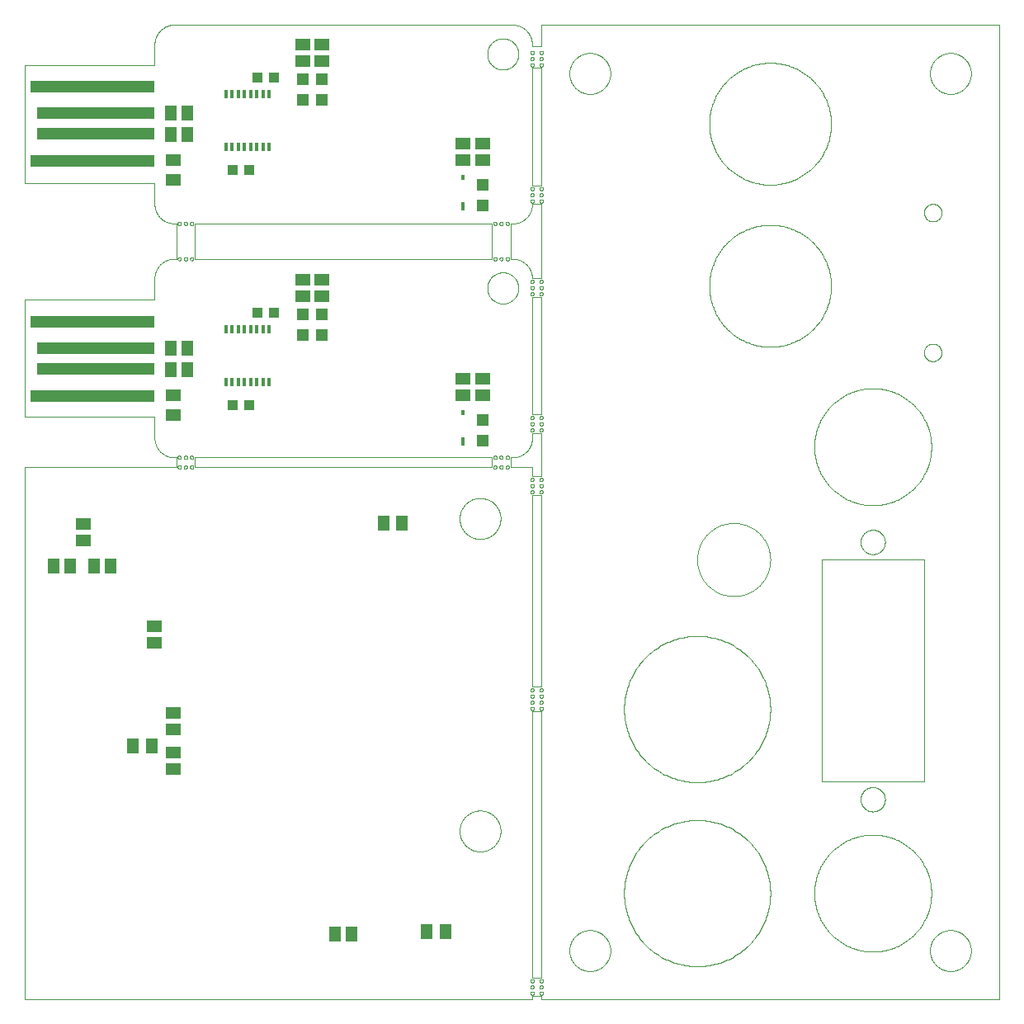
<source format=gtp>
G04 EAGLE Gerber X2 export*
%TF.Part,Single*%
%TF.FileFunction,Other,Solder paste top*%
%TF.FilePolarity,Positive*%
%TF.GenerationSoftware,Autodesk,EAGLE,9.4.0*%
%TF.CreationDate,2019-06-20T03:08:28Z*%
G75*
%MOMM*%
%FSLAX34Y34*%
%LPD*%
%INSolder paste top*%
%AMOC8*
5,1,8,0,0,1.08239X$1,22.5*%
G01*
%ADD10C,0.050000*%
%ADD11C,0.076200*%
%ADD12C,0.000000*%
%ADD13R,1.500000X1.300000*%
%ADD14R,1.300000X1.500000*%
%ADD15R,12.700000X1.270000*%
%ADD16R,12.065000X1.270000*%
%ADD17R,0.406400X0.914400*%
%ADD18R,1.200000X1.200000*%
%ADD19R,1.100000X1.000000*%
%ADD20R,1.500000X1.200000*%
%ADD21R,0.406400X0.812800*%
%ADD22R,0.304800X0.609600*%


D10*
X153350Y1000008D02*
X152867Y1000002D01*
X152384Y999985D01*
X151902Y999955D01*
X151420Y999915D01*
X150940Y999862D01*
X150461Y999798D01*
X149983Y999723D01*
X149508Y999635D01*
X149035Y999537D01*
X148564Y999427D01*
X148096Y999306D01*
X147632Y999173D01*
X147170Y999029D01*
X146712Y998874D01*
X146258Y998708D01*
X145809Y998532D01*
X145363Y998344D01*
X144922Y998146D01*
X144487Y997937D01*
X144056Y997717D01*
X143631Y997488D01*
X143211Y997248D01*
X142798Y996998D01*
X142390Y996738D01*
X141989Y996468D01*
X141595Y996189D01*
X141207Y995900D01*
X140827Y995602D01*
X140453Y995295D01*
X140088Y994979D01*
X139730Y994654D01*
X139380Y994320D01*
X139038Y993979D01*
X138705Y993629D01*
X138380Y993271D01*
X138064Y992905D01*
X137757Y992532D01*
X137459Y992152D01*
X137170Y991764D01*
X136891Y991370D01*
X136621Y990969D01*
X136361Y990561D01*
X136111Y990148D01*
X135871Y989728D01*
X135641Y989303D01*
X135422Y988872D01*
X135213Y988436D01*
X135014Y987996D01*
X134827Y987550D01*
X134650Y987101D01*
X134484Y986647D01*
X134329Y986189D01*
X134185Y985727D01*
X134053Y985263D01*
X133931Y984795D01*
X133821Y984324D01*
X133723Y983851D01*
X133636Y983376D01*
X133560Y982898D01*
X133496Y982419D01*
X133443Y981939D01*
X133403Y981457D01*
X133373Y980975D01*
X133356Y980492D01*
X133350Y980008D01*
X500700Y1000000D02*
X501191Y999994D01*
X501682Y999976D01*
X502172Y999946D01*
X502661Y999904D01*
X503148Y999850D01*
X503635Y999784D01*
X504119Y999706D01*
X504602Y999616D01*
X505082Y999514D01*
X505560Y999401D01*
X506034Y999276D01*
X506505Y999139D01*
X506973Y998991D01*
X507438Y998831D01*
X507898Y998660D01*
X508353Y998478D01*
X508804Y998284D01*
X509251Y998080D01*
X509692Y997865D01*
X510127Y997639D01*
X510557Y997402D01*
X510981Y997155D01*
X511399Y996898D01*
X511811Y996630D01*
X512215Y996352D01*
X512613Y996065D01*
X513004Y995768D01*
X513387Y995461D01*
X513763Y995145D01*
X514130Y994820D01*
X514490Y994486D01*
X514841Y994143D01*
X515184Y993792D01*
X515518Y993432D01*
X515843Y993065D01*
X516159Y992689D01*
X516466Y992306D01*
X516763Y991915D01*
X517051Y991518D01*
X517328Y991113D01*
X517596Y990701D01*
X517854Y990284D01*
X518101Y989860D01*
X518338Y989430D01*
X518564Y988994D01*
X518779Y988553D01*
X518983Y988107D01*
X519177Y987656D01*
X519359Y987200D01*
X519530Y986740D01*
X519690Y986276D01*
X519838Y985808D01*
X519975Y985337D01*
X520100Y984862D01*
X520213Y984385D01*
X520315Y983904D01*
X520405Y983422D01*
X520483Y982937D01*
X520549Y982451D01*
X520603Y981963D01*
X520646Y981474D01*
X520676Y980984D01*
X520694Y980494D01*
X520700Y980003D01*
X153374Y796131D02*
X152883Y796137D01*
X152392Y796155D01*
X151902Y796185D01*
X151413Y796227D01*
X150925Y796281D01*
X150439Y796347D01*
X149954Y796425D01*
X149472Y796515D01*
X148991Y796616D01*
X148514Y796730D01*
X148039Y796855D01*
X147568Y796991D01*
X147100Y797140D01*
X146636Y797299D01*
X146175Y797470D01*
X145720Y797652D01*
X145269Y797846D01*
X144822Y798050D01*
X144381Y798265D01*
X143945Y798491D01*
X143515Y798728D01*
X143091Y798975D01*
X142673Y799233D01*
X142262Y799500D01*
X141857Y799778D01*
X141459Y800065D01*
X141068Y800362D01*
X140685Y800669D01*
X140309Y800985D01*
X139942Y801310D01*
X139582Y801644D01*
X139231Y801987D01*
X138888Y802338D01*
X138554Y802698D01*
X138228Y803066D01*
X137912Y803441D01*
X137606Y803824D01*
X137308Y804215D01*
X137021Y804613D01*
X136743Y805017D01*
X136475Y805429D01*
X136218Y805847D01*
X135971Y806271D01*
X135734Y806701D01*
X135508Y807136D01*
X135292Y807578D01*
X135088Y808024D01*
X134894Y808475D01*
X134712Y808931D01*
X134541Y809391D01*
X134381Y809855D01*
X134233Y810323D01*
X134096Y810794D01*
X133971Y811269D01*
X133858Y811746D01*
X133756Y812227D01*
X133666Y812709D01*
X133588Y813194D01*
X133522Y813680D01*
X133468Y814168D01*
X133425Y814657D01*
X133395Y815147D01*
X133377Y815638D01*
X133371Y816128D01*
X153350Y759924D02*
X152867Y759918D01*
X152384Y759901D01*
X151901Y759871D01*
X151420Y759831D01*
X150939Y759778D01*
X150460Y759714D01*
X149983Y759639D01*
X149507Y759551D01*
X149034Y759453D01*
X148564Y759343D01*
X148096Y759222D01*
X147631Y759089D01*
X147170Y758945D01*
X146712Y758790D01*
X146258Y758624D01*
X145808Y758447D01*
X145363Y758260D01*
X144922Y758061D01*
X144486Y757853D01*
X144056Y757633D01*
X143630Y757403D01*
X143211Y757163D01*
X142797Y756913D01*
X142390Y756653D01*
X141989Y756384D01*
X141594Y756104D01*
X141207Y755816D01*
X140826Y755517D01*
X140453Y755210D01*
X140088Y754894D01*
X139730Y754569D01*
X139380Y754236D01*
X139038Y753894D01*
X138705Y753544D01*
X138380Y753186D01*
X138064Y752821D01*
X137757Y752448D01*
X137458Y752067D01*
X137170Y751680D01*
X136890Y751285D01*
X136621Y750884D01*
X136361Y750477D01*
X136111Y750063D01*
X135871Y749644D01*
X135641Y749218D01*
X135421Y748788D01*
X135213Y748352D01*
X135014Y747911D01*
X134827Y747466D01*
X134650Y747016D01*
X134484Y746562D01*
X134329Y746104D01*
X134185Y745643D01*
X134052Y745178D01*
X133931Y744710D01*
X133821Y744240D01*
X133723Y743767D01*
X133635Y743291D01*
X133560Y742814D01*
X133496Y742335D01*
X133443Y741854D01*
X133403Y741373D01*
X133373Y740890D01*
X133356Y740407D01*
X133350Y739924D01*
X133350Y576100D02*
X133356Y575617D01*
X133373Y575134D01*
X133403Y574651D01*
X133443Y574170D01*
X133496Y573689D01*
X133560Y573210D01*
X133635Y572733D01*
X133723Y572257D01*
X133821Y571784D01*
X133931Y571314D01*
X134052Y570846D01*
X134185Y570381D01*
X134329Y569920D01*
X134484Y569462D01*
X134650Y569008D01*
X134827Y568558D01*
X135014Y568113D01*
X135213Y567672D01*
X135421Y567236D01*
X135641Y566806D01*
X135871Y566380D01*
X136111Y565961D01*
X136361Y565547D01*
X136621Y565140D01*
X136890Y564739D01*
X137170Y564344D01*
X137458Y563957D01*
X137757Y563576D01*
X138064Y563203D01*
X138380Y562838D01*
X138705Y562480D01*
X139038Y562130D01*
X139380Y561788D01*
X139730Y561455D01*
X140088Y561130D01*
X140453Y560814D01*
X140826Y560507D01*
X141207Y560208D01*
X141594Y559920D01*
X141989Y559640D01*
X142390Y559371D01*
X142797Y559111D01*
X143211Y558861D01*
X143630Y558621D01*
X144056Y558391D01*
X144486Y558171D01*
X144922Y557963D01*
X145363Y557764D01*
X145808Y557577D01*
X146258Y557400D01*
X146712Y557234D01*
X147170Y557079D01*
X147631Y556935D01*
X148096Y556802D01*
X148564Y556681D01*
X149034Y556571D01*
X149507Y556473D01*
X149983Y556385D01*
X150460Y556310D01*
X150939Y556246D01*
X151420Y556193D01*
X151901Y556153D01*
X152384Y556123D01*
X152867Y556106D01*
X153350Y556100D01*
X817819Y451241D02*
X817819Y223241D01*
X922819Y223241D02*
X922819Y451241D01*
X520700Y0D02*
X0Y0D01*
X520700Y0D02*
X520700Y3175D01*
X155575Y546100D02*
X0Y546100D01*
X0Y0D01*
X153350Y556100D02*
X152867Y556106D01*
X152384Y556123D01*
X151901Y556153D01*
X151420Y556193D01*
X150939Y556246D01*
X150460Y556310D01*
X149983Y556385D01*
X149507Y556473D01*
X149034Y556571D01*
X148564Y556681D01*
X148096Y556802D01*
X147631Y556935D01*
X147170Y557079D01*
X146712Y557234D01*
X146258Y557400D01*
X145808Y557577D01*
X145363Y557764D01*
X144922Y557963D01*
X144486Y558171D01*
X144056Y558391D01*
X143630Y558621D01*
X143211Y558861D01*
X142797Y559111D01*
X142390Y559371D01*
X141989Y559640D01*
X141594Y559920D01*
X141207Y560208D01*
X140826Y560507D01*
X140453Y560814D01*
X140088Y561130D01*
X139730Y561455D01*
X139380Y561788D01*
X139038Y562130D01*
X138705Y562480D01*
X138380Y562838D01*
X138064Y563203D01*
X137757Y563576D01*
X137458Y563957D01*
X137170Y564344D01*
X136890Y564739D01*
X136621Y565140D01*
X136361Y565547D01*
X136111Y565961D01*
X135871Y566380D01*
X135641Y566806D01*
X135421Y567236D01*
X135213Y567672D01*
X135014Y568113D01*
X134827Y568558D01*
X134650Y569008D01*
X134484Y569462D01*
X134329Y569920D01*
X134185Y570381D01*
X134052Y570846D01*
X133931Y571314D01*
X133821Y571784D01*
X133723Y572257D01*
X133635Y572733D01*
X133560Y573210D01*
X133496Y573689D01*
X133443Y574170D01*
X133403Y574651D01*
X133373Y575134D01*
X133356Y575617D01*
X133350Y576100D01*
X133350Y739924D02*
X133356Y740407D01*
X133373Y740890D01*
X133403Y741373D01*
X133443Y741854D01*
X133496Y742335D01*
X133560Y742814D01*
X133635Y743291D01*
X133723Y743767D01*
X133821Y744240D01*
X133931Y744710D01*
X134052Y745178D01*
X134185Y745643D01*
X134329Y746104D01*
X134484Y746562D01*
X134650Y747016D01*
X134827Y747466D01*
X135014Y747911D01*
X135213Y748352D01*
X135421Y748788D01*
X135641Y749218D01*
X135871Y749644D01*
X136111Y750063D01*
X136361Y750477D01*
X136621Y750884D01*
X136890Y751285D01*
X137170Y751680D01*
X137458Y752067D01*
X137757Y752448D01*
X138064Y752821D01*
X138380Y753186D01*
X138705Y753544D01*
X139038Y753894D01*
X139380Y754236D01*
X139730Y754569D01*
X140088Y754894D01*
X140453Y755210D01*
X140826Y755517D01*
X141207Y755816D01*
X141594Y756104D01*
X141989Y756384D01*
X142390Y756653D01*
X142797Y756913D01*
X143211Y757163D01*
X143630Y757403D01*
X144056Y757633D01*
X144486Y757853D01*
X144922Y758061D01*
X145363Y758260D01*
X145808Y758447D01*
X146258Y758624D01*
X146712Y758790D01*
X147170Y758945D01*
X147631Y759089D01*
X148096Y759222D01*
X148564Y759343D01*
X149034Y759453D01*
X149507Y759551D01*
X149983Y759639D01*
X150460Y759714D01*
X150939Y759778D01*
X151420Y759831D01*
X151901Y759871D01*
X152384Y759901D01*
X152867Y759918D01*
X153350Y759924D01*
X0Y837771D02*
X0Y958421D01*
X133371Y816128D02*
X133377Y815638D01*
X133395Y815147D01*
X133425Y814657D01*
X133468Y814168D01*
X133522Y813680D01*
X133588Y813194D01*
X133666Y812709D01*
X133756Y812227D01*
X133858Y811746D01*
X133971Y811269D01*
X134096Y810794D01*
X134233Y810323D01*
X134381Y809855D01*
X134541Y809391D01*
X134712Y808931D01*
X134894Y808475D01*
X135088Y808024D01*
X135292Y807578D01*
X135508Y807136D01*
X135734Y806701D01*
X135971Y806271D01*
X136218Y805847D01*
X136475Y805429D01*
X136743Y805017D01*
X137021Y804613D01*
X137308Y804215D01*
X137606Y803824D01*
X137912Y803441D01*
X138228Y803066D01*
X138554Y802698D01*
X138888Y802338D01*
X139231Y801987D01*
X139582Y801644D01*
X139942Y801310D01*
X140309Y800985D01*
X140685Y800669D01*
X141068Y800362D01*
X141459Y800065D01*
X141857Y799778D01*
X142262Y799500D01*
X142673Y799233D01*
X143091Y798975D01*
X143515Y798728D01*
X143945Y798491D01*
X144381Y798265D01*
X144822Y798050D01*
X145269Y797846D01*
X145720Y797652D01*
X146175Y797470D01*
X146636Y797299D01*
X147100Y797140D01*
X147568Y796991D01*
X148039Y796855D01*
X148514Y796730D01*
X148991Y796616D01*
X149472Y796515D01*
X149954Y796425D01*
X150439Y796347D01*
X150925Y796281D01*
X151413Y796227D01*
X151902Y796185D01*
X152392Y796155D01*
X152883Y796137D01*
X153374Y796131D01*
X500700Y1000000D02*
X501191Y999994D01*
X501682Y999976D01*
X502172Y999946D01*
X502661Y999904D01*
X503148Y999850D01*
X503635Y999784D01*
X504119Y999706D01*
X504602Y999616D01*
X505082Y999514D01*
X505560Y999401D01*
X506034Y999276D01*
X506505Y999139D01*
X506973Y998991D01*
X507438Y998831D01*
X507898Y998660D01*
X508353Y998478D01*
X508804Y998284D01*
X509251Y998080D01*
X509692Y997865D01*
X510127Y997639D01*
X510557Y997402D01*
X510981Y997155D01*
X511399Y996898D01*
X511811Y996630D01*
X512215Y996352D01*
X512613Y996065D01*
X513004Y995768D01*
X513387Y995461D01*
X513763Y995145D01*
X514130Y994820D01*
X514490Y994486D01*
X514841Y994143D01*
X515184Y993792D01*
X515518Y993432D01*
X515843Y993065D01*
X516159Y992689D01*
X516466Y992306D01*
X516763Y991915D01*
X517051Y991518D01*
X517328Y991113D01*
X517596Y990701D01*
X517854Y990284D01*
X518101Y989860D01*
X518338Y989430D01*
X518564Y988994D01*
X518779Y988553D01*
X518983Y988107D01*
X519177Y987656D01*
X519359Y987200D01*
X519530Y986740D01*
X519690Y986276D01*
X519838Y985808D01*
X519975Y985337D01*
X520100Y984862D01*
X520213Y984385D01*
X520315Y983904D01*
X520405Y983422D01*
X520483Y982937D01*
X520549Y982451D01*
X520603Y981963D01*
X520646Y981474D01*
X520676Y980984D01*
X520694Y980494D01*
X520700Y980003D01*
X500700Y1000000D02*
X153350Y1000008D01*
X530000Y0D02*
X1000000Y0D01*
X1000000Y1000000D01*
X530000Y1000000D01*
X133350Y718337D02*
X0Y718337D01*
X133350Y718337D02*
X133350Y739924D01*
X133356Y740407D01*
X133373Y740890D01*
X133403Y741373D01*
X133443Y741854D01*
X133496Y742335D01*
X133560Y742814D01*
X133635Y743291D01*
X133723Y743767D01*
X133821Y744240D01*
X133931Y744710D01*
X134052Y745178D01*
X134185Y745643D01*
X134329Y746104D01*
X134484Y746562D01*
X134650Y747016D01*
X134827Y747466D01*
X135014Y747911D01*
X135213Y748352D01*
X135421Y748788D01*
X135641Y749218D01*
X135871Y749644D01*
X136111Y750063D01*
X136361Y750477D01*
X136621Y750884D01*
X136890Y751285D01*
X137170Y751680D01*
X137458Y752067D01*
X137757Y752448D01*
X138064Y752821D01*
X138380Y753186D01*
X138705Y753544D01*
X139038Y753894D01*
X139380Y754236D01*
X139730Y754569D01*
X140088Y754894D01*
X140453Y755210D01*
X140826Y755517D01*
X141207Y755816D01*
X141594Y756104D01*
X141989Y756384D01*
X142390Y756653D01*
X142797Y756913D01*
X143211Y757163D01*
X143630Y757403D01*
X144056Y757633D01*
X144486Y757853D01*
X144922Y758061D01*
X145363Y758260D01*
X145808Y758447D01*
X146258Y758624D01*
X146712Y758790D01*
X147170Y758945D01*
X147631Y759089D01*
X148096Y759222D01*
X148564Y759343D01*
X149034Y759453D01*
X149507Y759551D01*
X149983Y759639D01*
X150460Y759714D01*
X150939Y759778D01*
X151420Y759831D01*
X151901Y759871D01*
X152384Y759901D01*
X152867Y759918D01*
X153350Y759924D01*
D11*
X500700Y759925D02*
X501185Y759917D01*
X501669Y759898D01*
X502153Y759867D01*
X502637Y759824D01*
X503119Y759770D01*
X503599Y759703D01*
X504078Y759626D01*
X504555Y759537D01*
X505030Y759436D01*
X505502Y759324D01*
X505971Y759200D01*
X506437Y759065D01*
X506899Y758919D01*
X507358Y758762D01*
X507813Y758594D01*
X508264Y758415D01*
X508711Y758225D01*
X509152Y758024D01*
X509589Y757813D01*
X510020Y757591D01*
X510446Y757359D01*
X510866Y757116D01*
X511281Y756864D01*
X511689Y756601D01*
X512090Y756329D01*
X512485Y756047D01*
X512873Y755756D01*
X513254Y755455D01*
X513627Y755145D01*
X513993Y754827D01*
X514351Y754499D01*
X514701Y754163D01*
X515043Y753819D01*
X515376Y753467D01*
X515701Y753106D01*
X516017Y752738D01*
X516324Y752362D01*
X516621Y751979D01*
X516910Y751589D01*
X517189Y751192D01*
X517458Y750789D01*
X517717Y750379D01*
X517967Y749963D01*
X518206Y749541D01*
X518435Y749113D01*
X518654Y748680D01*
X518862Y748242D01*
X519059Y747799D01*
X519246Y747351D01*
X519422Y746899D01*
X519587Y746443D01*
X519740Y745983D01*
X519883Y745519D01*
X520014Y745052D01*
X520134Y744582D01*
X520243Y744109D01*
X520340Y743634D01*
X520426Y743156D01*
X520500Y742677D01*
X520562Y742196D01*
X520613Y741713D01*
X520653Y741230D01*
X520680Y740745D01*
X520696Y740261D01*
X520700Y739775D01*
D10*
X153350Y556100D02*
X152867Y556106D01*
X152384Y556123D01*
X151901Y556153D01*
X151420Y556193D01*
X150939Y556246D01*
X150460Y556310D01*
X149983Y556385D01*
X149507Y556473D01*
X149034Y556571D01*
X148564Y556681D01*
X148096Y556802D01*
X147631Y556935D01*
X147170Y557079D01*
X146712Y557234D01*
X146258Y557400D01*
X145808Y557577D01*
X145363Y557764D01*
X144922Y557963D01*
X144486Y558171D01*
X144056Y558391D01*
X143630Y558621D01*
X143211Y558861D01*
X142797Y559111D01*
X142390Y559371D01*
X141989Y559640D01*
X141594Y559920D01*
X141207Y560208D01*
X140826Y560507D01*
X140453Y560814D01*
X140088Y561130D01*
X139730Y561455D01*
X139380Y561788D01*
X139038Y562130D01*
X138705Y562480D01*
X138380Y562838D01*
X138064Y563203D01*
X137757Y563576D01*
X137458Y563957D01*
X137170Y564344D01*
X136890Y564739D01*
X136621Y565140D01*
X136361Y565547D01*
X136111Y565961D01*
X135871Y566380D01*
X135641Y566806D01*
X135421Y567236D01*
X135213Y567672D01*
X135014Y568113D01*
X134827Y568558D01*
X134650Y569008D01*
X134484Y569462D01*
X134329Y569920D01*
X134185Y570381D01*
X134052Y570846D01*
X133931Y571314D01*
X133821Y571784D01*
X133723Y572257D01*
X133635Y572733D01*
X133560Y573210D01*
X133496Y573689D01*
X133443Y574170D01*
X133403Y574651D01*
X133373Y575134D01*
X133356Y575617D01*
X133350Y576100D01*
X133350Y597687D01*
X0Y597687D01*
X0Y718337D01*
X0Y837771D02*
X133368Y837771D01*
X133371Y816129D01*
X133371Y816128D02*
X133377Y815638D01*
X133395Y815147D01*
X133425Y814657D01*
X133468Y814168D01*
X133522Y813680D01*
X133588Y813194D01*
X133666Y812709D01*
X133756Y812227D01*
X133858Y811746D01*
X133971Y811269D01*
X134096Y810794D01*
X134233Y810323D01*
X134381Y809855D01*
X134541Y809391D01*
X134712Y808931D01*
X134894Y808475D01*
X135088Y808024D01*
X135292Y807578D01*
X135508Y807136D01*
X135734Y806701D01*
X135971Y806271D01*
X136218Y805847D01*
X136475Y805429D01*
X136743Y805017D01*
X137021Y804613D01*
X137308Y804215D01*
X137606Y803824D01*
X137912Y803441D01*
X138228Y803066D01*
X138554Y802698D01*
X138888Y802338D01*
X139231Y801987D01*
X139582Y801644D01*
X139942Y801310D01*
X140309Y800985D01*
X140685Y800669D01*
X141068Y800362D01*
X141459Y800065D01*
X141857Y799778D01*
X142262Y799500D01*
X142673Y799233D01*
X143091Y798975D01*
X143515Y798728D01*
X143945Y798491D01*
X144381Y798265D01*
X144822Y798050D01*
X145269Y797846D01*
X145720Y797652D01*
X146175Y797470D01*
X146636Y797299D01*
X147100Y797140D01*
X147568Y796991D01*
X148039Y796855D01*
X148514Y796730D01*
X148991Y796616D01*
X149472Y796515D01*
X149954Y796425D01*
X150439Y796347D01*
X150925Y796281D01*
X151413Y796227D01*
X151902Y796185D01*
X152392Y796155D01*
X152883Y796137D01*
X153374Y796131D01*
D11*
X500723Y796131D02*
X501205Y796135D01*
X501686Y796151D01*
X502166Y796178D01*
X502646Y796217D01*
X503125Y796267D01*
X503602Y796329D01*
X504078Y796403D01*
X504552Y796488D01*
X505024Y796584D01*
X505493Y796692D01*
X505959Y796811D01*
X506423Y796941D01*
X506883Y797082D01*
X507339Y797235D01*
X507792Y797398D01*
X508241Y797573D01*
X508685Y797758D01*
X509125Y797954D01*
X509560Y798160D01*
X509990Y798377D01*
X510414Y798605D01*
X510833Y798842D01*
X511246Y799089D01*
X511653Y799347D01*
X512053Y799614D01*
X512447Y799891D01*
X512834Y800177D01*
X513214Y800472D01*
X513587Y800777D01*
X513953Y801090D01*
X514310Y801412D01*
X514660Y801743D01*
X515002Y802082D01*
X515335Y802429D01*
X515660Y802785D01*
X515976Y803148D01*
X516284Y803518D01*
X516582Y803896D01*
X516871Y804281D01*
X517151Y804673D01*
X517421Y805071D01*
X517682Y805476D01*
X517932Y805887D01*
X518173Y806304D01*
X518403Y806726D01*
X518624Y807154D01*
X518833Y807588D01*
X519033Y808026D01*
X519221Y808469D01*
X519399Y808916D01*
X519566Y809368D01*
X519722Y809823D01*
X519867Y810282D01*
X520001Y810745D01*
X520124Y811210D01*
X520235Y811678D01*
X520335Y812149D01*
X520424Y812623D01*
X520501Y813098D01*
X520566Y813575D01*
X520620Y814053D01*
X520663Y814532D01*
X520694Y815013D01*
X520713Y815494D01*
X520721Y815975D01*
D10*
X153350Y1000008D02*
X152867Y1000002D01*
X152384Y999985D01*
X151902Y999955D01*
X151420Y999915D01*
X150940Y999862D01*
X150461Y999798D01*
X149983Y999723D01*
X149508Y999635D01*
X149035Y999537D01*
X148564Y999427D01*
X148096Y999306D01*
X147632Y999173D01*
X147170Y999029D01*
X146712Y998874D01*
X146258Y998708D01*
X145809Y998532D01*
X145363Y998344D01*
X144922Y998146D01*
X144487Y997937D01*
X144056Y997717D01*
X143631Y997488D01*
X143211Y997248D01*
X142798Y996998D01*
X142390Y996738D01*
X141989Y996468D01*
X141595Y996189D01*
X141207Y995900D01*
X140827Y995602D01*
X140453Y995295D01*
X140088Y994979D01*
X139730Y994654D01*
X139380Y994320D01*
X139038Y993979D01*
X138705Y993629D01*
X138380Y993271D01*
X138064Y992905D01*
X137757Y992532D01*
X137459Y992152D01*
X137170Y991764D01*
X136891Y991370D01*
X136621Y990969D01*
X136361Y990561D01*
X136111Y990148D01*
X135871Y989728D01*
X135641Y989303D01*
X135422Y988872D01*
X135213Y988436D01*
X135014Y987996D01*
X134827Y987550D01*
X134650Y987101D01*
X134484Y986647D01*
X134329Y986189D01*
X134185Y985727D01*
X134053Y985263D01*
X133931Y984795D01*
X133821Y984324D01*
X133723Y983851D01*
X133636Y983376D01*
X133560Y982898D01*
X133496Y982419D01*
X133443Y981939D01*
X133403Y981457D01*
X133373Y980975D01*
X133356Y980492D01*
X133350Y980008D01*
X133350Y980009D02*
X133349Y958421D01*
X0Y958421D01*
X615119Y297835D02*
X615142Y299676D01*
X615209Y301515D01*
X615322Y303352D01*
X615480Y305186D01*
X615683Y307016D01*
X615931Y308840D01*
X616223Y310657D01*
X616560Y312467D01*
X616941Y314268D01*
X617367Y316059D01*
X617836Y317838D01*
X618348Y319606D01*
X618904Y321361D01*
X619503Y323102D01*
X620145Y324827D01*
X620828Y326536D01*
X621553Y328228D01*
X622320Y329902D01*
X623127Y331556D01*
X623975Y333190D01*
X624862Y334802D01*
X625789Y336393D01*
X626755Y337960D01*
X627759Y339503D01*
X628800Y341021D01*
X629878Y342512D01*
X630993Y343977D01*
X632143Y345414D01*
X633328Y346823D01*
X634548Y348202D01*
X635800Y349551D01*
X637086Y350868D01*
X638403Y352154D01*
X639752Y353406D01*
X641131Y354626D01*
X642540Y355811D01*
X643977Y356961D01*
X645442Y358076D01*
X646933Y359154D01*
X648451Y360195D01*
X649994Y361199D01*
X651561Y362165D01*
X653152Y363092D01*
X654764Y363979D01*
X656398Y364827D01*
X658052Y365634D01*
X659726Y366401D01*
X661418Y367126D01*
X663127Y367809D01*
X664852Y368451D01*
X666593Y369050D01*
X668348Y369606D01*
X670116Y370118D01*
X671895Y370587D01*
X673686Y371013D01*
X675487Y371394D01*
X677297Y371731D01*
X679114Y372023D01*
X680938Y372271D01*
X682768Y372474D01*
X684602Y372632D01*
X686439Y372745D01*
X688278Y372812D01*
X690119Y372835D01*
X691960Y372812D01*
X693799Y372745D01*
X695636Y372632D01*
X697470Y372474D01*
X699300Y372271D01*
X701124Y372023D01*
X702941Y371731D01*
X704751Y371394D01*
X706552Y371013D01*
X708343Y370587D01*
X710122Y370118D01*
X711890Y369606D01*
X713645Y369050D01*
X715386Y368451D01*
X717111Y367809D01*
X718820Y367126D01*
X720512Y366401D01*
X722186Y365634D01*
X723840Y364827D01*
X725474Y363979D01*
X727086Y363092D01*
X728677Y362165D01*
X730244Y361199D01*
X731787Y360195D01*
X733305Y359154D01*
X734796Y358076D01*
X736261Y356961D01*
X737698Y355811D01*
X739107Y354626D01*
X740486Y353406D01*
X741835Y352154D01*
X743152Y350868D01*
X744438Y349551D01*
X745690Y348202D01*
X746910Y346823D01*
X748095Y345414D01*
X749245Y343977D01*
X750360Y342512D01*
X751438Y341021D01*
X752479Y339503D01*
X753483Y337960D01*
X754449Y336393D01*
X755376Y334802D01*
X756263Y333190D01*
X757111Y331556D01*
X757918Y329902D01*
X758685Y328228D01*
X759410Y326536D01*
X760093Y324827D01*
X760735Y323102D01*
X761334Y321361D01*
X761890Y319606D01*
X762402Y317838D01*
X762871Y316059D01*
X763297Y314268D01*
X763678Y312467D01*
X764015Y310657D01*
X764307Y308840D01*
X764555Y307016D01*
X764758Y305186D01*
X764916Y303352D01*
X765029Y301515D01*
X765096Y299676D01*
X765119Y297835D01*
X765096Y295994D01*
X765029Y294155D01*
X764916Y292318D01*
X764758Y290484D01*
X764555Y288654D01*
X764307Y286830D01*
X764015Y285013D01*
X763678Y283203D01*
X763297Y281402D01*
X762871Y279611D01*
X762402Y277832D01*
X761890Y276064D01*
X761334Y274309D01*
X760735Y272568D01*
X760093Y270843D01*
X759410Y269134D01*
X758685Y267442D01*
X757918Y265768D01*
X757111Y264114D01*
X756263Y262480D01*
X755376Y260868D01*
X754449Y259277D01*
X753483Y257710D01*
X752479Y256167D01*
X751438Y254649D01*
X750360Y253158D01*
X749245Y251693D01*
X748095Y250256D01*
X746910Y248847D01*
X745690Y247468D01*
X744438Y246119D01*
X743152Y244802D01*
X741835Y243516D01*
X740486Y242264D01*
X739107Y241044D01*
X737698Y239859D01*
X736261Y238709D01*
X734796Y237594D01*
X733305Y236516D01*
X731787Y235475D01*
X730244Y234471D01*
X728677Y233505D01*
X727086Y232578D01*
X725474Y231691D01*
X723840Y230843D01*
X722186Y230036D01*
X720512Y229269D01*
X718820Y228544D01*
X717111Y227861D01*
X715386Y227219D01*
X713645Y226620D01*
X711890Y226064D01*
X710122Y225552D01*
X708343Y225083D01*
X706552Y224657D01*
X704751Y224276D01*
X702941Y223939D01*
X701124Y223647D01*
X699300Y223399D01*
X697470Y223196D01*
X695636Y223038D01*
X693799Y222925D01*
X691960Y222858D01*
X690119Y222835D01*
X688278Y222858D01*
X686439Y222925D01*
X684602Y223038D01*
X682768Y223196D01*
X680938Y223399D01*
X679114Y223647D01*
X677297Y223939D01*
X675487Y224276D01*
X673686Y224657D01*
X671895Y225083D01*
X670116Y225552D01*
X668348Y226064D01*
X666593Y226620D01*
X664852Y227219D01*
X663127Y227861D01*
X661418Y228544D01*
X659726Y229269D01*
X658052Y230036D01*
X656398Y230843D01*
X654764Y231691D01*
X653152Y232578D01*
X651561Y233505D01*
X649994Y234471D01*
X648451Y235475D01*
X646933Y236516D01*
X645442Y237594D01*
X643977Y238709D01*
X642540Y239859D01*
X641131Y241044D01*
X639752Y242264D01*
X638403Y243516D01*
X637086Y244802D01*
X635800Y246119D01*
X634548Y247468D01*
X633328Y248847D01*
X632143Y250256D01*
X630993Y251693D01*
X629878Y253158D01*
X628800Y254649D01*
X627759Y256167D01*
X626755Y257710D01*
X625789Y259277D01*
X624862Y260868D01*
X623975Y262480D01*
X623127Y264114D01*
X622320Y265768D01*
X621553Y267442D01*
X620828Y269134D01*
X620145Y270843D01*
X619503Y272568D01*
X618904Y274309D01*
X618348Y276064D01*
X617836Y277832D01*
X617367Y279611D01*
X616941Y281402D01*
X616560Y283203D01*
X616223Y285013D01*
X615931Y286830D01*
X615683Y288654D01*
X615480Y290484D01*
X615322Y292318D01*
X615209Y294155D01*
X615142Y295994D01*
X615119Y297835D01*
X857819Y205241D02*
X857823Y205548D01*
X857834Y205854D01*
X857853Y206161D01*
X857879Y206466D01*
X857913Y206771D01*
X857954Y207075D01*
X858003Y207378D01*
X858059Y207680D01*
X858123Y207980D01*
X858194Y208278D01*
X858272Y208575D01*
X858357Y208870D01*
X858450Y209162D01*
X858550Y209452D01*
X858657Y209740D01*
X858771Y210025D01*
X858891Y210307D01*
X859019Y210585D01*
X859154Y210861D01*
X859295Y211133D01*
X859443Y211402D01*
X859597Y211667D01*
X859758Y211928D01*
X859926Y212186D01*
X860099Y212439D01*
X860279Y212687D01*
X860465Y212931D01*
X860656Y213171D01*
X860854Y213406D01*
X861057Y213635D01*
X861266Y213860D01*
X861480Y214080D01*
X861700Y214294D01*
X861925Y214503D01*
X862154Y214706D01*
X862389Y214904D01*
X862629Y215095D01*
X862873Y215281D01*
X863121Y215461D01*
X863374Y215634D01*
X863632Y215802D01*
X863893Y215963D01*
X864158Y216117D01*
X864427Y216265D01*
X864699Y216406D01*
X864975Y216541D01*
X865253Y216669D01*
X865535Y216789D01*
X865820Y216903D01*
X866108Y217010D01*
X866398Y217110D01*
X866690Y217203D01*
X866985Y217288D01*
X867282Y217366D01*
X867580Y217437D01*
X867880Y217501D01*
X868182Y217557D01*
X868485Y217606D01*
X868789Y217647D01*
X869094Y217681D01*
X869399Y217707D01*
X869706Y217726D01*
X870012Y217737D01*
X870319Y217741D01*
X870626Y217737D01*
X870932Y217726D01*
X871239Y217707D01*
X871544Y217681D01*
X871849Y217647D01*
X872153Y217606D01*
X872456Y217557D01*
X872758Y217501D01*
X873058Y217437D01*
X873356Y217366D01*
X873653Y217288D01*
X873948Y217203D01*
X874240Y217110D01*
X874530Y217010D01*
X874818Y216903D01*
X875103Y216789D01*
X875385Y216669D01*
X875663Y216541D01*
X875939Y216406D01*
X876211Y216265D01*
X876480Y216117D01*
X876745Y215963D01*
X877006Y215802D01*
X877264Y215634D01*
X877517Y215461D01*
X877765Y215281D01*
X878009Y215095D01*
X878249Y214904D01*
X878484Y214706D01*
X878713Y214503D01*
X878938Y214294D01*
X879158Y214080D01*
X879372Y213860D01*
X879581Y213635D01*
X879784Y213406D01*
X879982Y213171D01*
X880173Y212931D01*
X880359Y212687D01*
X880539Y212439D01*
X880712Y212186D01*
X880880Y211928D01*
X881041Y211667D01*
X881195Y211402D01*
X881343Y211133D01*
X881484Y210861D01*
X881619Y210585D01*
X881747Y210307D01*
X881867Y210025D01*
X881981Y209740D01*
X882088Y209452D01*
X882188Y209162D01*
X882281Y208870D01*
X882366Y208575D01*
X882444Y208278D01*
X882515Y207980D01*
X882579Y207680D01*
X882635Y207378D01*
X882684Y207075D01*
X882725Y206771D01*
X882759Y206466D01*
X882785Y206161D01*
X882804Y205854D01*
X882815Y205548D01*
X882819Y205241D01*
X882815Y204934D01*
X882804Y204628D01*
X882785Y204321D01*
X882759Y204016D01*
X882725Y203711D01*
X882684Y203407D01*
X882635Y203104D01*
X882579Y202802D01*
X882515Y202502D01*
X882444Y202204D01*
X882366Y201907D01*
X882281Y201612D01*
X882188Y201320D01*
X882088Y201030D01*
X881981Y200742D01*
X881867Y200457D01*
X881747Y200175D01*
X881619Y199897D01*
X881484Y199621D01*
X881343Y199349D01*
X881195Y199080D01*
X881041Y198815D01*
X880880Y198554D01*
X880712Y198296D01*
X880539Y198043D01*
X880359Y197795D01*
X880173Y197551D01*
X879982Y197311D01*
X879784Y197076D01*
X879581Y196847D01*
X879372Y196622D01*
X879158Y196402D01*
X878938Y196188D01*
X878713Y195979D01*
X878484Y195776D01*
X878249Y195578D01*
X878009Y195387D01*
X877765Y195201D01*
X877517Y195021D01*
X877264Y194848D01*
X877006Y194680D01*
X876745Y194519D01*
X876480Y194365D01*
X876211Y194217D01*
X875939Y194076D01*
X875663Y193941D01*
X875385Y193813D01*
X875103Y193693D01*
X874818Y193579D01*
X874530Y193472D01*
X874240Y193372D01*
X873948Y193279D01*
X873653Y193194D01*
X873356Y193116D01*
X873058Y193045D01*
X872758Y192981D01*
X872456Y192925D01*
X872153Y192876D01*
X871849Y192835D01*
X871544Y192801D01*
X871239Y192775D01*
X870932Y192756D01*
X870626Y192745D01*
X870319Y192741D01*
X870012Y192745D01*
X869706Y192756D01*
X869399Y192775D01*
X869094Y192801D01*
X868789Y192835D01*
X868485Y192876D01*
X868182Y192925D01*
X867880Y192981D01*
X867580Y193045D01*
X867282Y193116D01*
X866985Y193194D01*
X866690Y193279D01*
X866398Y193372D01*
X866108Y193472D01*
X865820Y193579D01*
X865535Y193693D01*
X865253Y193813D01*
X864975Y193941D01*
X864699Y194076D01*
X864427Y194217D01*
X864158Y194365D01*
X863893Y194519D01*
X863632Y194680D01*
X863374Y194848D01*
X863121Y195021D01*
X862873Y195201D01*
X862629Y195387D01*
X862389Y195578D01*
X862154Y195776D01*
X861925Y195979D01*
X861700Y196188D01*
X861480Y196402D01*
X861266Y196622D01*
X861057Y196847D01*
X860854Y197076D01*
X860656Y197311D01*
X860465Y197551D01*
X860279Y197795D01*
X860099Y198043D01*
X859926Y198296D01*
X859758Y198554D01*
X859597Y198815D01*
X859443Y199080D01*
X859295Y199349D01*
X859154Y199621D01*
X859019Y199897D01*
X858891Y200175D01*
X858771Y200457D01*
X858657Y200742D01*
X858550Y201030D01*
X858450Y201320D01*
X858357Y201612D01*
X858272Y201907D01*
X858194Y202204D01*
X858123Y202502D01*
X858059Y202802D01*
X858003Y203104D01*
X857954Y203407D01*
X857913Y203711D01*
X857879Y204016D01*
X857853Y204321D01*
X857834Y204628D01*
X857823Y204934D01*
X857819Y205241D01*
X615119Y108941D02*
X615142Y110782D01*
X615209Y112621D01*
X615322Y114458D01*
X615480Y116292D01*
X615683Y118122D01*
X615931Y119946D01*
X616223Y121763D01*
X616560Y123573D01*
X616941Y125374D01*
X617367Y127165D01*
X617836Y128944D01*
X618348Y130712D01*
X618904Y132467D01*
X619503Y134208D01*
X620145Y135933D01*
X620828Y137642D01*
X621553Y139334D01*
X622320Y141008D01*
X623127Y142662D01*
X623975Y144296D01*
X624862Y145908D01*
X625789Y147499D01*
X626755Y149066D01*
X627759Y150609D01*
X628800Y152127D01*
X629878Y153618D01*
X630993Y155083D01*
X632143Y156520D01*
X633328Y157929D01*
X634548Y159308D01*
X635800Y160657D01*
X637086Y161974D01*
X638403Y163260D01*
X639752Y164512D01*
X641131Y165732D01*
X642540Y166917D01*
X643977Y168067D01*
X645442Y169182D01*
X646933Y170260D01*
X648451Y171301D01*
X649994Y172305D01*
X651561Y173271D01*
X653152Y174198D01*
X654764Y175085D01*
X656398Y175933D01*
X658052Y176740D01*
X659726Y177507D01*
X661418Y178232D01*
X663127Y178915D01*
X664852Y179557D01*
X666593Y180156D01*
X668348Y180712D01*
X670116Y181224D01*
X671895Y181693D01*
X673686Y182119D01*
X675487Y182500D01*
X677297Y182837D01*
X679114Y183129D01*
X680938Y183377D01*
X682768Y183580D01*
X684602Y183738D01*
X686439Y183851D01*
X688278Y183918D01*
X690119Y183941D01*
X691960Y183918D01*
X693799Y183851D01*
X695636Y183738D01*
X697470Y183580D01*
X699300Y183377D01*
X701124Y183129D01*
X702941Y182837D01*
X704751Y182500D01*
X706552Y182119D01*
X708343Y181693D01*
X710122Y181224D01*
X711890Y180712D01*
X713645Y180156D01*
X715386Y179557D01*
X717111Y178915D01*
X718820Y178232D01*
X720512Y177507D01*
X722186Y176740D01*
X723840Y175933D01*
X725474Y175085D01*
X727086Y174198D01*
X728677Y173271D01*
X730244Y172305D01*
X731787Y171301D01*
X733305Y170260D01*
X734796Y169182D01*
X736261Y168067D01*
X737698Y166917D01*
X739107Y165732D01*
X740486Y164512D01*
X741835Y163260D01*
X743152Y161974D01*
X744438Y160657D01*
X745690Y159308D01*
X746910Y157929D01*
X748095Y156520D01*
X749245Y155083D01*
X750360Y153618D01*
X751438Y152127D01*
X752479Y150609D01*
X753483Y149066D01*
X754449Y147499D01*
X755376Y145908D01*
X756263Y144296D01*
X757111Y142662D01*
X757918Y141008D01*
X758685Y139334D01*
X759410Y137642D01*
X760093Y135933D01*
X760735Y134208D01*
X761334Y132467D01*
X761890Y130712D01*
X762402Y128944D01*
X762871Y127165D01*
X763297Y125374D01*
X763678Y123573D01*
X764015Y121763D01*
X764307Y119946D01*
X764555Y118122D01*
X764758Y116292D01*
X764916Y114458D01*
X765029Y112621D01*
X765096Y110782D01*
X765119Y108941D01*
X765096Y107100D01*
X765029Y105261D01*
X764916Y103424D01*
X764758Y101590D01*
X764555Y99760D01*
X764307Y97936D01*
X764015Y96119D01*
X763678Y94309D01*
X763297Y92508D01*
X762871Y90717D01*
X762402Y88938D01*
X761890Y87170D01*
X761334Y85415D01*
X760735Y83674D01*
X760093Y81949D01*
X759410Y80240D01*
X758685Y78548D01*
X757918Y76874D01*
X757111Y75220D01*
X756263Y73586D01*
X755376Y71974D01*
X754449Y70383D01*
X753483Y68816D01*
X752479Y67273D01*
X751438Y65755D01*
X750360Y64264D01*
X749245Y62799D01*
X748095Y61362D01*
X746910Y59953D01*
X745690Y58574D01*
X744438Y57225D01*
X743152Y55908D01*
X741835Y54622D01*
X740486Y53370D01*
X739107Y52150D01*
X737698Y50965D01*
X736261Y49815D01*
X734796Y48700D01*
X733305Y47622D01*
X731787Y46581D01*
X730244Y45577D01*
X728677Y44611D01*
X727086Y43684D01*
X725474Y42797D01*
X723840Y41949D01*
X722186Y41142D01*
X720512Y40375D01*
X718820Y39650D01*
X717111Y38967D01*
X715386Y38325D01*
X713645Y37726D01*
X711890Y37170D01*
X710122Y36658D01*
X708343Y36189D01*
X706552Y35763D01*
X704751Y35382D01*
X702941Y35045D01*
X701124Y34753D01*
X699300Y34505D01*
X697470Y34302D01*
X695636Y34144D01*
X693799Y34031D01*
X691960Y33964D01*
X690119Y33941D01*
X688278Y33964D01*
X686439Y34031D01*
X684602Y34144D01*
X682768Y34302D01*
X680938Y34505D01*
X679114Y34753D01*
X677297Y35045D01*
X675487Y35382D01*
X673686Y35763D01*
X671895Y36189D01*
X670116Y36658D01*
X668348Y37170D01*
X666593Y37726D01*
X664852Y38325D01*
X663127Y38967D01*
X661418Y39650D01*
X659726Y40375D01*
X658052Y41142D01*
X656398Y41949D01*
X654764Y42797D01*
X653152Y43684D01*
X651561Y44611D01*
X649994Y45577D01*
X648451Y46581D01*
X646933Y47622D01*
X645442Y48700D01*
X643977Y49815D01*
X642540Y50965D01*
X641131Y52150D01*
X639752Y53370D01*
X638403Y54622D01*
X637086Y55908D01*
X635800Y57225D01*
X634548Y58574D01*
X633328Y59953D01*
X632143Y61362D01*
X630993Y62799D01*
X629878Y64264D01*
X628800Y65755D01*
X627759Y67273D01*
X626755Y68816D01*
X625789Y70383D01*
X624862Y71974D01*
X623975Y73586D01*
X623127Y75220D01*
X622320Y76874D01*
X621553Y78548D01*
X620828Y80240D01*
X620145Y81949D01*
X619503Y83674D01*
X618904Y85415D01*
X618348Y87170D01*
X617836Y88938D01*
X617367Y90717D01*
X616941Y92508D01*
X616560Y94309D01*
X616223Y96119D01*
X615931Y97936D01*
X615683Y99760D01*
X615480Y101590D01*
X615322Y103424D01*
X615209Y105261D01*
X615142Y107100D01*
X615119Y108941D01*
X929000Y50000D02*
X929006Y50515D01*
X929025Y51030D01*
X929057Y51545D01*
X929101Y52058D01*
X929158Y52571D01*
X929227Y53081D01*
X929309Y53590D01*
X929404Y54097D01*
X929510Y54601D01*
X929629Y55103D01*
X929761Y55601D01*
X929904Y56096D01*
X930060Y56587D01*
X930228Y57075D01*
X930407Y57558D01*
X930599Y58036D01*
X930802Y58510D01*
X931016Y58979D01*
X931242Y59442D01*
X931480Y59899D01*
X931728Y60351D01*
X931988Y60796D01*
X932258Y61235D01*
X932539Y61667D01*
X932831Y62092D01*
X933133Y62510D01*
X933445Y62920D01*
X933767Y63322D01*
X934099Y63717D01*
X934440Y64103D01*
X934791Y64480D01*
X935151Y64849D01*
X935520Y65209D01*
X935897Y65560D01*
X936283Y65901D01*
X936678Y66233D01*
X937080Y66555D01*
X937490Y66867D01*
X937908Y67169D01*
X938333Y67461D01*
X938765Y67742D01*
X939204Y68012D01*
X939649Y68272D01*
X940101Y68520D01*
X940558Y68758D01*
X941021Y68984D01*
X941490Y69198D01*
X941964Y69401D01*
X942442Y69593D01*
X942925Y69772D01*
X943413Y69940D01*
X943904Y70096D01*
X944399Y70239D01*
X944897Y70371D01*
X945399Y70490D01*
X945903Y70596D01*
X946410Y70691D01*
X946919Y70773D01*
X947429Y70842D01*
X947942Y70899D01*
X948455Y70943D01*
X948970Y70975D01*
X949485Y70994D01*
X950000Y71000D01*
X950515Y70994D01*
X951030Y70975D01*
X951545Y70943D01*
X952058Y70899D01*
X952571Y70842D01*
X953081Y70773D01*
X953590Y70691D01*
X954097Y70596D01*
X954601Y70490D01*
X955103Y70371D01*
X955601Y70239D01*
X956096Y70096D01*
X956587Y69940D01*
X957075Y69772D01*
X957558Y69593D01*
X958036Y69401D01*
X958510Y69198D01*
X958979Y68984D01*
X959442Y68758D01*
X959899Y68520D01*
X960351Y68272D01*
X960796Y68012D01*
X961235Y67742D01*
X961667Y67461D01*
X962092Y67169D01*
X962510Y66867D01*
X962920Y66555D01*
X963322Y66233D01*
X963717Y65901D01*
X964103Y65560D01*
X964480Y65209D01*
X964849Y64849D01*
X965209Y64480D01*
X965560Y64103D01*
X965901Y63717D01*
X966233Y63322D01*
X966555Y62920D01*
X966867Y62510D01*
X967169Y62092D01*
X967461Y61667D01*
X967742Y61235D01*
X968012Y60796D01*
X968272Y60351D01*
X968520Y59899D01*
X968758Y59442D01*
X968984Y58979D01*
X969198Y58510D01*
X969401Y58036D01*
X969593Y57558D01*
X969772Y57075D01*
X969940Y56587D01*
X970096Y56096D01*
X970239Y55601D01*
X970371Y55103D01*
X970490Y54601D01*
X970596Y54097D01*
X970691Y53590D01*
X970773Y53081D01*
X970842Y52571D01*
X970899Y52058D01*
X970943Y51545D01*
X970975Y51030D01*
X970994Y50515D01*
X971000Y50000D01*
X970994Y49485D01*
X970975Y48970D01*
X970943Y48455D01*
X970899Y47942D01*
X970842Y47429D01*
X970773Y46919D01*
X970691Y46410D01*
X970596Y45903D01*
X970490Y45399D01*
X970371Y44897D01*
X970239Y44399D01*
X970096Y43904D01*
X969940Y43413D01*
X969772Y42925D01*
X969593Y42442D01*
X969401Y41964D01*
X969198Y41490D01*
X968984Y41021D01*
X968758Y40558D01*
X968520Y40101D01*
X968272Y39649D01*
X968012Y39204D01*
X967742Y38765D01*
X967461Y38333D01*
X967169Y37908D01*
X966867Y37490D01*
X966555Y37080D01*
X966233Y36678D01*
X965901Y36283D01*
X965560Y35897D01*
X965209Y35520D01*
X964849Y35151D01*
X964480Y34791D01*
X964103Y34440D01*
X963717Y34099D01*
X963322Y33767D01*
X962920Y33445D01*
X962510Y33133D01*
X962092Y32831D01*
X961667Y32539D01*
X961235Y32258D01*
X960796Y31988D01*
X960351Y31728D01*
X959899Y31480D01*
X959442Y31242D01*
X958979Y31016D01*
X958510Y30802D01*
X958036Y30599D01*
X957558Y30407D01*
X957075Y30228D01*
X956587Y30060D01*
X956096Y29904D01*
X955601Y29761D01*
X955103Y29629D01*
X954601Y29510D01*
X954097Y29404D01*
X953590Y29309D01*
X953081Y29227D01*
X952571Y29158D01*
X952058Y29101D01*
X951545Y29057D01*
X951030Y29025D01*
X950515Y29006D01*
X950000Y29000D01*
X949485Y29006D01*
X948970Y29025D01*
X948455Y29057D01*
X947942Y29101D01*
X947429Y29158D01*
X946919Y29227D01*
X946410Y29309D01*
X945903Y29404D01*
X945399Y29510D01*
X944897Y29629D01*
X944399Y29761D01*
X943904Y29904D01*
X943413Y30060D01*
X942925Y30228D01*
X942442Y30407D01*
X941964Y30599D01*
X941490Y30802D01*
X941021Y31016D01*
X940558Y31242D01*
X940101Y31480D01*
X939649Y31728D01*
X939204Y31988D01*
X938765Y32258D01*
X938333Y32539D01*
X937908Y32831D01*
X937490Y33133D01*
X937080Y33445D01*
X936678Y33767D01*
X936283Y34099D01*
X935897Y34440D01*
X935520Y34791D01*
X935151Y35151D01*
X934791Y35520D01*
X934440Y35897D01*
X934099Y36283D01*
X933767Y36678D01*
X933445Y37080D01*
X933133Y37490D01*
X932831Y37908D01*
X932539Y38333D01*
X932258Y38765D01*
X931988Y39204D01*
X931728Y39649D01*
X931480Y40101D01*
X931242Y40558D01*
X931016Y41021D01*
X930802Y41490D01*
X930599Y41964D01*
X930407Y42442D01*
X930228Y42925D01*
X930060Y43413D01*
X929904Y43904D01*
X929761Y44399D01*
X929629Y44897D01*
X929510Y45399D01*
X929404Y45903D01*
X929309Y46410D01*
X929227Y46919D01*
X929158Y47429D01*
X929101Y47942D01*
X929057Y48455D01*
X929025Y48970D01*
X929006Y49485D01*
X929000Y50000D01*
X810319Y108941D02*
X810337Y110413D01*
X810391Y111885D01*
X810482Y113355D01*
X810608Y114822D01*
X810770Y116286D01*
X810968Y117745D01*
X811202Y119199D01*
X811472Y120646D01*
X811777Y122087D01*
X812117Y123520D01*
X812492Y124944D01*
X812903Y126358D01*
X813347Y127762D01*
X813826Y129154D01*
X814339Y130535D01*
X814886Y131902D01*
X815466Y133255D01*
X816080Y134594D01*
X816726Y135918D01*
X817404Y137225D01*
X818114Y138515D01*
X818855Y139787D01*
X819628Y141041D01*
X820431Y142275D01*
X821264Y143489D01*
X822127Y144683D01*
X823018Y145855D01*
X823938Y147005D01*
X824886Y148131D01*
X825862Y149235D01*
X826864Y150313D01*
X827893Y151367D01*
X828947Y152396D01*
X830025Y153398D01*
X831129Y154374D01*
X832255Y155322D01*
X833405Y156242D01*
X834577Y157133D01*
X835771Y157996D01*
X836985Y158829D01*
X838219Y159632D01*
X839473Y160405D01*
X840745Y161146D01*
X842035Y161856D01*
X843342Y162534D01*
X844666Y163180D01*
X846005Y163794D01*
X847358Y164374D01*
X848725Y164921D01*
X850106Y165434D01*
X851498Y165913D01*
X852902Y166357D01*
X854316Y166768D01*
X855740Y167143D01*
X857173Y167483D01*
X858614Y167788D01*
X860061Y168058D01*
X861515Y168292D01*
X862974Y168490D01*
X864438Y168652D01*
X865905Y168778D01*
X867375Y168869D01*
X868847Y168923D01*
X870319Y168941D01*
X871791Y168923D01*
X873263Y168869D01*
X874733Y168778D01*
X876200Y168652D01*
X877664Y168490D01*
X879123Y168292D01*
X880577Y168058D01*
X882024Y167788D01*
X883465Y167483D01*
X884898Y167143D01*
X886322Y166768D01*
X887736Y166357D01*
X889140Y165913D01*
X890532Y165434D01*
X891913Y164921D01*
X893280Y164374D01*
X894633Y163794D01*
X895972Y163180D01*
X897296Y162534D01*
X898603Y161856D01*
X899893Y161146D01*
X901165Y160405D01*
X902419Y159632D01*
X903653Y158829D01*
X904867Y157996D01*
X906061Y157133D01*
X907233Y156242D01*
X908383Y155322D01*
X909509Y154374D01*
X910613Y153398D01*
X911691Y152396D01*
X912745Y151367D01*
X913774Y150313D01*
X914776Y149235D01*
X915752Y148131D01*
X916700Y147005D01*
X917620Y145855D01*
X918511Y144683D01*
X919374Y143489D01*
X920207Y142275D01*
X921010Y141041D01*
X921783Y139787D01*
X922524Y138515D01*
X923234Y137225D01*
X923912Y135918D01*
X924558Y134594D01*
X925172Y133255D01*
X925752Y131902D01*
X926299Y130535D01*
X926812Y129154D01*
X927291Y127762D01*
X927735Y126358D01*
X928146Y124944D01*
X928521Y123520D01*
X928861Y122087D01*
X929166Y120646D01*
X929436Y119199D01*
X929670Y117745D01*
X929868Y116286D01*
X930030Y114822D01*
X930156Y113355D01*
X930247Y111885D01*
X930301Y110413D01*
X930319Y108941D01*
X930301Y107469D01*
X930247Y105997D01*
X930156Y104527D01*
X930030Y103060D01*
X929868Y101596D01*
X929670Y100137D01*
X929436Y98683D01*
X929166Y97236D01*
X928861Y95795D01*
X928521Y94362D01*
X928146Y92938D01*
X927735Y91524D01*
X927291Y90120D01*
X926812Y88728D01*
X926299Y87347D01*
X925752Y85980D01*
X925172Y84627D01*
X924558Y83288D01*
X923912Y81964D01*
X923234Y80657D01*
X922524Y79367D01*
X921783Y78095D01*
X921010Y76841D01*
X920207Y75607D01*
X919374Y74393D01*
X918511Y73199D01*
X917620Y72027D01*
X916700Y70877D01*
X915752Y69751D01*
X914776Y68647D01*
X913774Y67569D01*
X912745Y66515D01*
X911691Y65486D01*
X910613Y64484D01*
X909509Y63508D01*
X908383Y62560D01*
X907233Y61640D01*
X906061Y60749D01*
X904867Y59886D01*
X903653Y59053D01*
X902419Y58250D01*
X901165Y57477D01*
X899893Y56736D01*
X898603Y56026D01*
X897296Y55348D01*
X895972Y54702D01*
X894633Y54088D01*
X893280Y53508D01*
X891913Y52961D01*
X890532Y52448D01*
X889140Y51969D01*
X887736Y51525D01*
X886322Y51114D01*
X884898Y50739D01*
X883465Y50399D01*
X882024Y50094D01*
X880577Y49824D01*
X879123Y49590D01*
X877664Y49392D01*
X876200Y49230D01*
X874733Y49104D01*
X873263Y49013D01*
X871791Y48959D01*
X870319Y48941D01*
X868847Y48959D01*
X867375Y49013D01*
X865905Y49104D01*
X864438Y49230D01*
X862974Y49392D01*
X861515Y49590D01*
X860061Y49824D01*
X858614Y50094D01*
X857173Y50399D01*
X855740Y50739D01*
X854316Y51114D01*
X852902Y51525D01*
X851498Y51969D01*
X850106Y52448D01*
X848725Y52961D01*
X847358Y53508D01*
X846005Y54088D01*
X844666Y54702D01*
X843342Y55348D01*
X842035Y56026D01*
X840745Y56736D01*
X839473Y57477D01*
X838219Y58250D01*
X836985Y59053D01*
X835771Y59886D01*
X834577Y60749D01*
X833405Y61640D01*
X832255Y62560D01*
X831129Y63508D01*
X830025Y64484D01*
X828947Y65486D01*
X827893Y66515D01*
X826864Y67569D01*
X825862Y68647D01*
X824886Y69751D01*
X823938Y70877D01*
X823018Y72027D01*
X822127Y73199D01*
X821264Y74393D01*
X820431Y75607D01*
X819628Y76841D01*
X818855Y78095D01*
X818114Y79367D01*
X817404Y80657D01*
X816726Y81964D01*
X816080Y83288D01*
X815466Y84627D01*
X814886Y85980D01*
X814339Y87347D01*
X813826Y88728D01*
X813347Y90120D01*
X812903Y91524D01*
X812492Y92938D01*
X812117Y94362D01*
X811777Y95795D01*
X811472Y97236D01*
X811202Y98683D01*
X810968Y100137D01*
X810770Y101596D01*
X810608Y103060D01*
X810482Y104527D01*
X810391Y105997D01*
X810337Y107469D01*
X810319Y108941D01*
X559000Y50000D02*
X559006Y50515D01*
X559025Y51030D01*
X559057Y51545D01*
X559101Y52058D01*
X559158Y52571D01*
X559227Y53081D01*
X559309Y53590D01*
X559404Y54097D01*
X559510Y54601D01*
X559629Y55103D01*
X559761Y55601D01*
X559904Y56096D01*
X560060Y56587D01*
X560228Y57075D01*
X560407Y57558D01*
X560599Y58036D01*
X560802Y58510D01*
X561016Y58979D01*
X561242Y59442D01*
X561480Y59899D01*
X561728Y60351D01*
X561988Y60796D01*
X562258Y61235D01*
X562539Y61667D01*
X562831Y62092D01*
X563133Y62510D01*
X563445Y62920D01*
X563767Y63322D01*
X564099Y63717D01*
X564440Y64103D01*
X564791Y64480D01*
X565151Y64849D01*
X565520Y65209D01*
X565897Y65560D01*
X566283Y65901D01*
X566678Y66233D01*
X567080Y66555D01*
X567490Y66867D01*
X567908Y67169D01*
X568333Y67461D01*
X568765Y67742D01*
X569204Y68012D01*
X569649Y68272D01*
X570101Y68520D01*
X570558Y68758D01*
X571021Y68984D01*
X571490Y69198D01*
X571964Y69401D01*
X572442Y69593D01*
X572925Y69772D01*
X573413Y69940D01*
X573904Y70096D01*
X574399Y70239D01*
X574897Y70371D01*
X575399Y70490D01*
X575903Y70596D01*
X576410Y70691D01*
X576919Y70773D01*
X577429Y70842D01*
X577942Y70899D01*
X578455Y70943D01*
X578970Y70975D01*
X579485Y70994D01*
X580000Y71000D01*
X580515Y70994D01*
X581030Y70975D01*
X581545Y70943D01*
X582058Y70899D01*
X582571Y70842D01*
X583081Y70773D01*
X583590Y70691D01*
X584097Y70596D01*
X584601Y70490D01*
X585103Y70371D01*
X585601Y70239D01*
X586096Y70096D01*
X586587Y69940D01*
X587075Y69772D01*
X587558Y69593D01*
X588036Y69401D01*
X588510Y69198D01*
X588979Y68984D01*
X589442Y68758D01*
X589899Y68520D01*
X590351Y68272D01*
X590796Y68012D01*
X591235Y67742D01*
X591667Y67461D01*
X592092Y67169D01*
X592510Y66867D01*
X592920Y66555D01*
X593322Y66233D01*
X593717Y65901D01*
X594103Y65560D01*
X594480Y65209D01*
X594849Y64849D01*
X595209Y64480D01*
X595560Y64103D01*
X595901Y63717D01*
X596233Y63322D01*
X596555Y62920D01*
X596867Y62510D01*
X597169Y62092D01*
X597461Y61667D01*
X597742Y61235D01*
X598012Y60796D01*
X598272Y60351D01*
X598520Y59899D01*
X598758Y59442D01*
X598984Y58979D01*
X599198Y58510D01*
X599401Y58036D01*
X599593Y57558D01*
X599772Y57075D01*
X599940Y56587D01*
X600096Y56096D01*
X600239Y55601D01*
X600371Y55103D01*
X600490Y54601D01*
X600596Y54097D01*
X600691Y53590D01*
X600773Y53081D01*
X600842Y52571D01*
X600899Y52058D01*
X600943Y51545D01*
X600975Y51030D01*
X600994Y50515D01*
X601000Y50000D01*
X600994Y49485D01*
X600975Y48970D01*
X600943Y48455D01*
X600899Y47942D01*
X600842Y47429D01*
X600773Y46919D01*
X600691Y46410D01*
X600596Y45903D01*
X600490Y45399D01*
X600371Y44897D01*
X600239Y44399D01*
X600096Y43904D01*
X599940Y43413D01*
X599772Y42925D01*
X599593Y42442D01*
X599401Y41964D01*
X599198Y41490D01*
X598984Y41021D01*
X598758Y40558D01*
X598520Y40101D01*
X598272Y39649D01*
X598012Y39204D01*
X597742Y38765D01*
X597461Y38333D01*
X597169Y37908D01*
X596867Y37490D01*
X596555Y37080D01*
X596233Y36678D01*
X595901Y36283D01*
X595560Y35897D01*
X595209Y35520D01*
X594849Y35151D01*
X594480Y34791D01*
X594103Y34440D01*
X593717Y34099D01*
X593322Y33767D01*
X592920Y33445D01*
X592510Y33133D01*
X592092Y32831D01*
X591667Y32539D01*
X591235Y32258D01*
X590796Y31988D01*
X590351Y31728D01*
X589899Y31480D01*
X589442Y31242D01*
X588979Y31016D01*
X588510Y30802D01*
X588036Y30599D01*
X587558Y30407D01*
X587075Y30228D01*
X586587Y30060D01*
X586096Y29904D01*
X585601Y29761D01*
X585103Y29629D01*
X584601Y29510D01*
X584097Y29404D01*
X583590Y29309D01*
X583081Y29227D01*
X582571Y29158D01*
X582058Y29101D01*
X581545Y29057D01*
X581030Y29025D01*
X580515Y29006D01*
X580000Y29000D01*
X579485Y29006D01*
X578970Y29025D01*
X578455Y29057D01*
X577942Y29101D01*
X577429Y29158D01*
X576919Y29227D01*
X576410Y29309D01*
X575903Y29404D01*
X575399Y29510D01*
X574897Y29629D01*
X574399Y29761D01*
X573904Y29904D01*
X573413Y30060D01*
X572925Y30228D01*
X572442Y30407D01*
X571964Y30599D01*
X571490Y30802D01*
X571021Y31016D01*
X570558Y31242D01*
X570101Y31480D01*
X569649Y31728D01*
X569204Y31988D01*
X568765Y32258D01*
X568333Y32539D01*
X567908Y32831D01*
X567490Y33133D01*
X567080Y33445D01*
X566678Y33767D01*
X566283Y34099D01*
X565897Y34440D01*
X565520Y34791D01*
X565151Y35151D01*
X564791Y35520D01*
X564440Y35897D01*
X564099Y36283D01*
X563767Y36678D01*
X563445Y37080D01*
X563133Y37490D01*
X562831Y37908D01*
X562539Y38333D01*
X562258Y38765D01*
X561988Y39204D01*
X561728Y39649D01*
X561480Y40101D01*
X561242Y40558D01*
X561016Y41021D01*
X560802Y41490D01*
X560599Y41964D01*
X560407Y42442D01*
X560228Y42925D01*
X560060Y43413D01*
X559904Y43904D01*
X559761Y44399D01*
X559629Y44897D01*
X559510Y45399D01*
X559404Y45903D01*
X559309Y46410D01*
X559227Y46919D01*
X559158Y47429D01*
X559101Y47942D01*
X559057Y48455D01*
X559025Y48970D01*
X559006Y49485D01*
X559000Y50000D01*
X702500Y732064D02*
X702519Y733598D01*
X702575Y735131D01*
X702669Y736662D01*
X702801Y738190D01*
X702970Y739715D01*
X703176Y741235D01*
X703420Y742749D01*
X703701Y744257D01*
X704019Y745758D01*
X704373Y747250D01*
X704764Y748734D01*
X705191Y750207D01*
X705654Y751669D01*
X706153Y753120D01*
X706688Y754557D01*
X707258Y755982D01*
X707862Y757392D01*
X708501Y758786D01*
X709173Y760165D01*
X709880Y761526D01*
X710620Y762870D01*
X711392Y764195D01*
X712197Y765501D01*
X713033Y766787D01*
X713901Y768052D01*
X714800Y769295D01*
X715728Y770516D01*
X716687Y771714D01*
X717674Y772887D01*
X718691Y774036D01*
X719735Y775160D01*
X720806Y776258D01*
X721904Y777329D01*
X723028Y778373D01*
X724177Y779390D01*
X725350Y780377D01*
X726548Y781336D01*
X727769Y782264D01*
X729012Y783163D01*
X730277Y784031D01*
X731563Y784867D01*
X732869Y785672D01*
X734194Y786444D01*
X735538Y787184D01*
X736899Y787891D01*
X738278Y788563D01*
X739672Y789202D01*
X741082Y789806D01*
X742507Y790376D01*
X743944Y790911D01*
X745395Y791410D01*
X746857Y791873D01*
X748330Y792300D01*
X749814Y792691D01*
X751306Y793045D01*
X752807Y793363D01*
X754315Y793644D01*
X755829Y793888D01*
X757349Y794094D01*
X758874Y794263D01*
X760402Y794395D01*
X761933Y794489D01*
X763466Y794545D01*
X765000Y794564D01*
X766534Y794545D01*
X768067Y794489D01*
X769598Y794395D01*
X771126Y794263D01*
X772651Y794094D01*
X774171Y793888D01*
X775685Y793644D01*
X777193Y793363D01*
X778694Y793045D01*
X780186Y792691D01*
X781670Y792300D01*
X783143Y791873D01*
X784605Y791410D01*
X786056Y790911D01*
X787493Y790376D01*
X788918Y789806D01*
X790328Y789202D01*
X791722Y788563D01*
X793101Y787891D01*
X794462Y787184D01*
X795806Y786444D01*
X797131Y785672D01*
X798437Y784867D01*
X799723Y784031D01*
X800988Y783163D01*
X802231Y782264D01*
X803452Y781336D01*
X804650Y780377D01*
X805823Y779390D01*
X806972Y778373D01*
X808096Y777329D01*
X809194Y776258D01*
X810265Y775160D01*
X811309Y774036D01*
X812326Y772887D01*
X813313Y771714D01*
X814272Y770516D01*
X815200Y769295D01*
X816099Y768052D01*
X816967Y766787D01*
X817803Y765501D01*
X818608Y764195D01*
X819380Y762870D01*
X820120Y761526D01*
X820827Y760165D01*
X821499Y758786D01*
X822138Y757392D01*
X822742Y755982D01*
X823312Y754557D01*
X823847Y753120D01*
X824346Y751669D01*
X824809Y750207D01*
X825236Y748734D01*
X825627Y747250D01*
X825981Y745758D01*
X826299Y744257D01*
X826580Y742749D01*
X826824Y741235D01*
X827030Y739715D01*
X827199Y738190D01*
X827331Y736662D01*
X827425Y735131D01*
X827481Y733598D01*
X827500Y732064D01*
X827481Y730530D01*
X827425Y728997D01*
X827331Y727466D01*
X827199Y725938D01*
X827030Y724413D01*
X826824Y722893D01*
X826580Y721379D01*
X826299Y719871D01*
X825981Y718370D01*
X825627Y716878D01*
X825236Y715394D01*
X824809Y713921D01*
X824346Y712459D01*
X823847Y711008D01*
X823312Y709571D01*
X822742Y708146D01*
X822138Y706736D01*
X821499Y705342D01*
X820827Y703963D01*
X820120Y702602D01*
X819380Y701258D01*
X818608Y699933D01*
X817803Y698627D01*
X816967Y697341D01*
X816099Y696076D01*
X815200Y694833D01*
X814272Y693612D01*
X813313Y692414D01*
X812326Y691241D01*
X811309Y690092D01*
X810265Y688968D01*
X809194Y687870D01*
X808096Y686799D01*
X806972Y685755D01*
X805823Y684738D01*
X804650Y683751D01*
X803452Y682792D01*
X802231Y681864D01*
X800988Y680965D01*
X799723Y680097D01*
X798437Y679261D01*
X797131Y678456D01*
X795806Y677684D01*
X794462Y676944D01*
X793101Y676237D01*
X791722Y675565D01*
X790328Y674926D01*
X788918Y674322D01*
X787493Y673752D01*
X786056Y673217D01*
X784605Y672718D01*
X783143Y672255D01*
X781670Y671828D01*
X780186Y671437D01*
X778694Y671083D01*
X777193Y670765D01*
X775685Y670484D01*
X774171Y670240D01*
X772651Y670034D01*
X771126Y669865D01*
X769598Y669733D01*
X768067Y669639D01*
X766534Y669583D01*
X765000Y669564D01*
X763466Y669583D01*
X761933Y669639D01*
X760402Y669733D01*
X758874Y669865D01*
X757349Y670034D01*
X755829Y670240D01*
X754315Y670484D01*
X752807Y670765D01*
X751306Y671083D01*
X749814Y671437D01*
X748330Y671828D01*
X746857Y672255D01*
X745395Y672718D01*
X743944Y673217D01*
X742507Y673752D01*
X741082Y674322D01*
X739672Y674926D01*
X738278Y675565D01*
X736899Y676237D01*
X735538Y676944D01*
X734194Y677684D01*
X732869Y678456D01*
X731563Y679261D01*
X730277Y680097D01*
X729012Y680965D01*
X727769Y681864D01*
X726548Y682792D01*
X725350Y683751D01*
X724177Y684738D01*
X723028Y685755D01*
X721904Y686799D01*
X720806Y687870D01*
X719735Y688968D01*
X718691Y690092D01*
X717674Y691241D01*
X716687Y692414D01*
X715728Y693612D01*
X714800Y694833D01*
X713901Y696076D01*
X713033Y697341D01*
X712197Y698627D01*
X711392Y699933D01*
X710620Y701258D01*
X709880Y702602D01*
X709173Y703963D01*
X708501Y705342D01*
X707862Y706736D01*
X707258Y708146D01*
X706688Y709571D01*
X706153Y711008D01*
X705654Y712459D01*
X705191Y713921D01*
X704764Y715394D01*
X704373Y716878D01*
X704019Y718370D01*
X703701Y719871D01*
X703420Y721379D01*
X703176Y722893D01*
X702970Y724413D01*
X702801Y725938D01*
X702669Y727466D01*
X702575Y728997D01*
X702519Y730530D01*
X702500Y732064D01*
X702500Y898369D02*
X702519Y899903D01*
X702575Y901436D01*
X702669Y902967D01*
X702801Y904495D01*
X702970Y906020D01*
X703176Y907540D01*
X703420Y909054D01*
X703701Y910562D01*
X704019Y912063D01*
X704373Y913555D01*
X704764Y915039D01*
X705191Y916512D01*
X705654Y917974D01*
X706153Y919425D01*
X706688Y920862D01*
X707258Y922287D01*
X707862Y923697D01*
X708501Y925091D01*
X709173Y926470D01*
X709880Y927831D01*
X710620Y929175D01*
X711392Y930500D01*
X712197Y931806D01*
X713033Y933092D01*
X713901Y934357D01*
X714800Y935600D01*
X715728Y936821D01*
X716687Y938019D01*
X717674Y939192D01*
X718691Y940341D01*
X719735Y941465D01*
X720806Y942563D01*
X721904Y943634D01*
X723028Y944678D01*
X724177Y945695D01*
X725350Y946682D01*
X726548Y947641D01*
X727769Y948569D01*
X729012Y949468D01*
X730277Y950336D01*
X731563Y951172D01*
X732869Y951977D01*
X734194Y952749D01*
X735538Y953489D01*
X736899Y954196D01*
X738278Y954868D01*
X739672Y955507D01*
X741082Y956111D01*
X742507Y956681D01*
X743944Y957216D01*
X745395Y957715D01*
X746857Y958178D01*
X748330Y958605D01*
X749814Y958996D01*
X751306Y959350D01*
X752807Y959668D01*
X754315Y959949D01*
X755829Y960193D01*
X757349Y960399D01*
X758874Y960568D01*
X760402Y960700D01*
X761933Y960794D01*
X763466Y960850D01*
X765000Y960869D01*
X766534Y960850D01*
X768067Y960794D01*
X769598Y960700D01*
X771126Y960568D01*
X772651Y960399D01*
X774171Y960193D01*
X775685Y959949D01*
X777193Y959668D01*
X778694Y959350D01*
X780186Y958996D01*
X781670Y958605D01*
X783143Y958178D01*
X784605Y957715D01*
X786056Y957216D01*
X787493Y956681D01*
X788918Y956111D01*
X790328Y955507D01*
X791722Y954868D01*
X793101Y954196D01*
X794462Y953489D01*
X795806Y952749D01*
X797131Y951977D01*
X798437Y951172D01*
X799723Y950336D01*
X800988Y949468D01*
X802231Y948569D01*
X803452Y947641D01*
X804650Y946682D01*
X805823Y945695D01*
X806972Y944678D01*
X808096Y943634D01*
X809194Y942563D01*
X810265Y941465D01*
X811309Y940341D01*
X812326Y939192D01*
X813313Y938019D01*
X814272Y936821D01*
X815200Y935600D01*
X816099Y934357D01*
X816967Y933092D01*
X817803Y931806D01*
X818608Y930500D01*
X819380Y929175D01*
X820120Y927831D01*
X820827Y926470D01*
X821499Y925091D01*
X822138Y923697D01*
X822742Y922287D01*
X823312Y920862D01*
X823847Y919425D01*
X824346Y917974D01*
X824809Y916512D01*
X825236Y915039D01*
X825627Y913555D01*
X825981Y912063D01*
X826299Y910562D01*
X826580Y909054D01*
X826824Y907540D01*
X827030Y906020D01*
X827199Y904495D01*
X827331Y902967D01*
X827425Y901436D01*
X827481Y899903D01*
X827500Y898369D01*
X827481Y896835D01*
X827425Y895302D01*
X827331Y893771D01*
X827199Y892243D01*
X827030Y890718D01*
X826824Y889198D01*
X826580Y887684D01*
X826299Y886176D01*
X825981Y884675D01*
X825627Y883183D01*
X825236Y881699D01*
X824809Y880226D01*
X824346Y878764D01*
X823847Y877313D01*
X823312Y875876D01*
X822742Y874451D01*
X822138Y873041D01*
X821499Y871647D01*
X820827Y870268D01*
X820120Y868907D01*
X819380Y867563D01*
X818608Y866238D01*
X817803Y864932D01*
X816967Y863646D01*
X816099Y862381D01*
X815200Y861138D01*
X814272Y859917D01*
X813313Y858719D01*
X812326Y857546D01*
X811309Y856397D01*
X810265Y855273D01*
X809194Y854175D01*
X808096Y853104D01*
X806972Y852060D01*
X805823Y851043D01*
X804650Y850056D01*
X803452Y849097D01*
X802231Y848169D01*
X800988Y847270D01*
X799723Y846402D01*
X798437Y845566D01*
X797131Y844761D01*
X795806Y843989D01*
X794462Y843249D01*
X793101Y842542D01*
X791722Y841870D01*
X790328Y841231D01*
X788918Y840627D01*
X787493Y840057D01*
X786056Y839522D01*
X784605Y839023D01*
X783143Y838560D01*
X781670Y838133D01*
X780186Y837742D01*
X778694Y837388D01*
X777193Y837070D01*
X775685Y836789D01*
X774171Y836545D01*
X772651Y836339D01*
X771126Y836170D01*
X769598Y836038D01*
X768067Y835944D01*
X766534Y835888D01*
X765000Y835869D01*
X763466Y835888D01*
X761933Y835944D01*
X760402Y836038D01*
X758874Y836170D01*
X757349Y836339D01*
X755829Y836545D01*
X754315Y836789D01*
X752807Y837070D01*
X751306Y837388D01*
X749814Y837742D01*
X748330Y838133D01*
X746857Y838560D01*
X745395Y839023D01*
X743944Y839522D01*
X742507Y840057D01*
X741082Y840627D01*
X739672Y841231D01*
X738278Y841870D01*
X736899Y842542D01*
X735538Y843249D01*
X734194Y843989D01*
X732869Y844761D01*
X731563Y845566D01*
X730277Y846402D01*
X729012Y847270D01*
X727769Y848169D01*
X726548Y849097D01*
X725350Y850056D01*
X724177Y851043D01*
X723028Y852060D01*
X721904Y853104D01*
X720806Y854175D01*
X719735Y855273D01*
X718691Y856397D01*
X717674Y857546D01*
X716687Y858719D01*
X715728Y859917D01*
X714800Y861138D01*
X713901Y862381D01*
X713033Y863646D01*
X712197Y864932D01*
X711392Y866238D01*
X710620Y867563D01*
X709880Y868907D01*
X709173Y870268D01*
X708501Y871647D01*
X707862Y873041D01*
X707258Y874451D01*
X706688Y875876D01*
X706153Y877313D01*
X705654Y878764D01*
X705191Y880226D01*
X704764Y881699D01*
X704373Y883183D01*
X704019Y884675D01*
X703701Y886176D01*
X703420Y887684D01*
X703176Y889198D01*
X702970Y890718D01*
X702801Y892243D01*
X702669Y893771D01*
X702575Y895302D01*
X702519Y896835D01*
X702500Y898369D01*
X929000Y950000D02*
X929006Y950515D01*
X929025Y951030D01*
X929057Y951545D01*
X929101Y952058D01*
X929158Y952571D01*
X929227Y953081D01*
X929309Y953590D01*
X929404Y954097D01*
X929510Y954601D01*
X929629Y955103D01*
X929761Y955601D01*
X929904Y956096D01*
X930060Y956587D01*
X930228Y957075D01*
X930407Y957558D01*
X930599Y958036D01*
X930802Y958510D01*
X931016Y958979D01*
X931242Y959442D01*
X931480Y959899D01*
X931728Y960351D01*
X931988Y960796D01*
X932258Y961235D01*
X932539Y961667D01*
X932831Y962092D01*
X933133Y962510D01*
X933445Y962920D01*
X933767Y963322D01*
X934099Y963717D01*
X934440Y964103D01*
X934791Y964480D01*
X935151Y964849D01*
X935520Y965209D01*
X935897Y965560D01*
X936283Y965901D01*
X936678Y966233D01*
X937080Y966555D01*
X937490Y966867D01*
X937908Y967169D01*
X938333Y967461D01*
X938765Y967742D01*
X939204Y968012D01*
X939649Y968272D01*
X940101Y968520D01*
X940558Y968758D01*
X941021Y968984D01*
X941490Y969198D01*
X941964Y969401D01*
X942442Y969593D01*
X942925Y969772D01*
X943413Y969940D01*
X943904Y970096D01*
X944399Y970239D01*
X944897Y970371D01*
X945399Y970490D01*
X945903Y970596D01*
X946410Y970691D01*
X946919Y970773D01*
X947429Y970842D01*
X947942Y970899D01*
X948455Y970943D01*
X948970Y970975D01*
X949485Y970994D01*
X950000Y971000D01*
X950515Y970994D01*
X951030Y970975D01*
X951545Y970943D01*
X952058Y970899D01*
X952571Y970842D01*
X953081Y970773D01*
X953590Y970691D01*
X954097Y970596D01*
X954601Y970490D01*
X955103Y970371D01*
X955601Y970239D01*
X956096Y970096D01*
X956587Y969940D01*
X957075Y969772D01*
X957558Y969593D01*
X958036Y969401D01*
X958510Y969198D01*
X958979Y968984D01*
X959442Y968758D01*
X959899Y968520D01*
X960351Y968272D01*
X960796Y968012D01*
X961235Y967742D01*
X961667Y967461D01*
X962092Y967169D01*
X962510Y966867D01*
X962920Y966555D01*
X963322Y966233D01*
X963717Y965901D01*
X964103Y965560D01*
X964480Y965209D01*
X964849Y964849D01*
X965209Y964480D01*
X965560Y964103D01*
X965901Y963717D01*
X966233Y963322D01*
X966555Y962920D01*
X966867Y962510D01*
X967169Y962092D01*
X967461Y961667D01*
X967742Y961235D01*
X968012Y960796D01*
X968272Y960351D01*
X968520Y959899D01*
X968758Y959442D01*
X968984Y958979D01*
X969198Y958510D01*
X969401Y958036D01*
X969593Y957558D01*
X969772Y957075D01*
X969940Y956587D01*
X970096Y956096D01*
X970239Y955601D01*
X970371Y955103D01*
X970490Y954601D01*
X970596Y954097D01*
X970691Y953590D01*
X970773Y953081D01*
X970842Y952571D01*
X970899Y952058D01*
X970943Y951545D01*
X970975Y951030D01*
X970994Y950515D01*
X971000Y950000D01*
X970994Y949485D01*
X970975Y948970D01*
X970943Y948455D01*
X970899Y947942D01*
X970842Y947429D01*
X970773Y946919D01*
X970691Y946410D01*
X970596Y945903D01*
X970490Y945399D01*
X970371Y944897D01*
X970239Y944399D01*
X970096Y943904D01*
X969940Y943413D01*
X969772Y942925D01*
X969593Y942442D01*
X969401Y941964D01*
X969198Y941490D01*
X968984Y941021D01*
X968758Y940558D01*
X968520Y940101D01*
X968272Y939649D01*
X968012Y939204D01*
X967742Y938765D01*
X967461Y938333D01*
X967169Y937908D01*
X966867Y937490D01*
X966555Y937080D01*
X966233Y936678D01*
X965901Y936283D01*
X965560Y935897D01*
X965209Y935520D01*
X964849Y935151D01*
X964480Y934791D01*
X964103Y934440D01*
X963717Y934099D01*
X963322Y933767D01*
X962920Y933445D01*
X962510Y933133D01*
X962092Y932831D01*
X961667Y932539D01*
X961235Y932258D01*
X960796Y931988D01*
X960351Y931728D01*
X959899Y931480D01*
X959442Y931242D01*
X958979Y931016D01*
X958510Y930802D01*
X958036Y930599D01*
X957558Y930407D01*
X957075Y930228D01*
X956587Y930060D01*
X956096Y929904D01*
X955601Y929761D01*
X955103Y929629D01*
X954601Y929510D01*
X954097Y929404D01*
X953590Y929309D01*
X953081Y929227D01*
X952571Y929158D01*
X952058Y929101D01*
X951545Y929057D01*
X951030Y929025D01*
X950515Y929006D01*
X950000Y929000D01*
X949485Y929006D01*
X948970Y929025D01*
X948455Y929057D01*
X947942Y929101D01*
X947429Y929158D01*
X946919Y929227D01*
X946410Y929309D01*
X945903Y929404D01*
X945399Y929510D01*
X944897Y929629D01*
X944399Y929761D01*
X943904Y929904D01*
X943413Y930060D01*
X942925Y930228D01*
X942442Y930407D01*
X941964Y930599D01*
X941490Y930802D01*
X941021Y931016D01*
X940558Y931242D01*
X940101Y931480D01*
X939649Y931728D01*
X939204Y931988D01*
X938765Y932258D01*
X938333Y932539D01*
X937908Y932831D01*
X937490Y933133D01*
X937080Y933445D01*
X936678Y933767D01*
X936283Y934099D01*
X935897Y934440D01*
X935520Y934791D01*
X935151Y935151D01*
X934791Y935520D01*
X934440Y935897D01*
X934099Y936283D01*
X933767Y936678D01*
X933445Y937080D01*
X933133Y937490D01*
X932831Y937908D01*
X932539Y938333D01*
X932258Y938765D01*
X931988Y939204D01*
X931728Y939649D01*
X931480Y940101D01*
X931242Y940558D01*
X931016Y941021D01*
X930802Y941490D01*
X930599Y941964D01*
X930407Y942442D01*
X930228Y942925D01*
X930060Y943413D01*
X929904Y943904D01*
X929761Y944399D01*
X929629Y944897D01*
X929510Y945399D01*
X929404Y945903D01*
X929309Y946410D01*
X929227Y946919D01*
X929158Y947429D01*
X929101Y947942D01*
X929057Y948455D01*
X929025Y948970D01*
X929006Y949485D01*
X929000Y950000D01*
X559000Y950000D02*
X559006Y950515D01*
X559025Y951030D01*
X559057Y951545D01*
X559101Y952058D01*
X559158Y952571D01*
X559227Y953081D01*
X559309Y953590D01*
X559404Y954097D01*
X559510Y954601D01*
X559629Y955103D01*
X559761Y955601D01*
X559904Y956096D01*
X560060Y956587D01*
X560228Y957075D01*
X560407Y957558D01*
X560599Y958036D01*
X560802Y958510D01*
X561016Y958979D01*
X561242Y959442D01*
X561480Y959899D01*
X561728Y960351D01*
X561988Y960796D01*
X562258Y961235D01*
X562539Y961667D01*
X562831Y962092D01*
X563133Y962510D01*
X563445Y962920D01*
X563767Y963322D01*
X564099Y963717D01*
X564440Y964103D01*
X564791Y964480D01*
X565151Y964849D01*
X565520Y965209D01*
X565897Y965560D01*
X566283Y965901D01*
X566678Y966233D01*
X567080Y966555D01*
X567490Y966867D01*
X567908Y967169D01*
X568333Y967461D01*
X568765Y967742D01*
X569204Y968012D01*
X569649Y968272D01*
X570101Y968520D01*
X570558Y968758D01*
X571021Y968984D01*
X571490Y969198D01*
X571964Y969401D01*
X572442Y969593D01*
X572925Y969772D01*
X573413Y969940D01*
X573904Y970096D01*
X574399Y970239D01*
X574897Y970371D01*
X575399Y970490D01*
X575903Y970596D01*
X576410Y970691D01*
X576919Y970773D01*
X577429Y970842D01*
X577942Y970899D01*
X578455Y970943D01*
X578970Y970975D01*
X579485Y970994D01*
X580000Y971000D01*
X580515Y970994D01*
X581030Y970975D01*
X581545Y970943D01*
X582058Y970899D01*
X582571Y970842D01*
X583081Y970773D01*
X583590Y970691D01*
X584097Y970596D01*
X584601Y970490D01*
X585103Y970371D01*
X585601Y970239D01*
X586096Y970096D01*
X586587Y969940D01*
X587075Y969772D01*
X587558Y969593D01*
X588036Y969401D01*
X588510Y969198D01*
X588979Y968984D01*
X589442Y968758D01*
X589899Y968520D01*
X590351Y968272D01*
X590796Y968012D01*
X591235Y967742D01*
X591667Y967461D01*
X592092Y967169D01*
X592510Y966867D01*
X592920Y966555D01*
X593322Y966233D01*
X593717Y965901D01*
X594103Y965560D01*
X594480Y965209D01*
X594849Y964849D01*
X595209Y964480D01*
X595560Y964103D01*
X595901Y963717D01*
X596233Y963322D01*
X596555Y962920D01*
X596867Y962510D01*
X597169Y962092D01*
X597461Y961667D01*
X597742Y961235D01*
X598012Y960796D01*
X598272Y960351D01*
X598520Y959899D01*
X598758Y959442D01*
X598984Y958979D01*
X599198Y958510D01*
X599401Y958036D01*
X599593Y957558D01*
X599772Y957075D01*
X599940Y956587D01*
X600096Y956096D01*
X600239Y955601D01*
X600371Y955103D01*
X600490Y954601D01*
X600596Y954097D01*
X600691Y953590D01*
X600773Y953081D01*
X600842Y952571D01*
X600899Y952058D01*
X600943Y951545D01*
X600975Y951030D01*
X600994Y950515D01*
X601000Y950000D01*
X600994Y949485D01*
X600975Y948970D01*
X600943Y948455D01*
X600899Y947942D01*
X600842Y947429D01*
X600773Y946919D01*
X600691Y946410D01*
X600596Y945903D01*
X600490Y945399D01*
X600371Y944897D01*
X600239Y944399D01*
X600096Y943904D01*
X599940Y943413D01*
X599772Y942925D01*
X599593Y942442D01*
X599401Y941964D01*
X599198Y941490D01*
X598984Y941021D01*
X598758Y940558D01*
X598520Y940101D01*
X598272Y939649D01*
X598012Y939204D01*
X597742Y938765D01*
X597461Y938333D01*
X597169Y937908D01*
X596867Y937490D01*
X596555Y937080D01*
X596233Y936678D01*
X595901Y936283D01*
X595560Y935897D01*
X595209Y935520D01*
X594849Y935151D01*
X594480Y934791D01*
X594103Y934440D01*
X593717Y934099D01*
X593322Y933767D01*
X592920Y933445D01*
X592510Y933133D01*
X592092Y932831D01*
X591667Y932539D01*
X591235Y932258D01*
X590796Y931988D01*
X590351Y931728D01*
X589899Y931480D01*
X589442Y931242D01*
X588979Y931016D01*
X588510Y930802D01*
X588036Y930599D01*
X587558Y930407D01*
X587075Y930228D01*
X586587Y930060D01*
X586096Y929904D01*
X585601Y929761D01*
X585103Y929629D01*
X584601Y929510D01*
X584097Y929404D01*
X583590Y929309D01*
X583081Y929227D01*
X582571Y929158D01*
X582058Y929101D01*
X581545Y929057D01*
X581030Y929025D01*
X580515Y929006D01*
X580000Y929000D01*
X579485Y929006D01*
X578970Y929025D01*
X578455Y929057D01*
X577942Y929101D01*
X577429Y929158D01*
X576919Y929227D01*
X576410Y929309D01*
X575903Y929404D01*
X575399Y929510D01*
X574897Y929629D01*
X574399Y929761D01*
X573904Y929904D01*
X573413Y930060D01*
X572925Y930228D01*
X572442Y930407D01*
X571964Y930599D01*
X571490Y930802D01*
X571021Y931016D01*
X570558Y931242D01*
X570101Y931480D01*
X569649Y931728D01*
X569204Y931988D01*
X568765Y932258D01*
X568333Y932539D01*
X567908Y932831D01*
X567490Y933133D01*
X567080Y933445D01*
X566678Y933767D01*
X566283Y934099D01*
X565897Y934440D01*
X565520Y934791D01*
X565151Y935151D01*
X564791Y935520D01*
X564440Y935897D01*
X564099Y936283D01*
X563767Y936678D01*
X563445Y937080D01*
X563133Y937490D01*
X562831Y937908D01*
X562539Y938333D01*
X562258Y938765D01*
X561988Y939204D01*
X561728Y939649D01*
X561480Y940101D01*
X561242Y940558D01*
X561016Y941021D01*
X560802Y941490D01*
X560599Y941964D01*
X560407Y942442D01*
X560228Y942925D01*
X560060Y943413D01*
X559904Y943904D01*
X559761Y944399D01*
X559629Y944897D01*
X559510Y945399D01*
X559404Y945903D01*
X559309Y946410D01*
X559227Y946919D01*
X559158Y947429D01*
X559101Y947942D01*
X559057Y948455D01*
X559025Y948970D01*
X559006Y949485D01*
X559000Y950000D01*
X817819Y223241D02*
X922819Y223241D01*
X810319Y566956D02*
X810337Y568428D01*
X810391Y569900D01*
X810482Y571370D01*
X810608Y572837D01*
X810770Y574301D01*
X810968Y575760D01*
X811202Y577214D01*
X811472Y578661D01*
X811777Y580102D01*
X812117Y581535D01*
X812492Y582959D01*
X812903Y584373D01*
X813347Y585777D01*
X813826Y587169D01*
X814339Y588550D01*
X814886Y589917D01*
X815466Y591270D01*
X816080Y592609D01*
X816726Y593933D01*
X817404Y595240D01*
X818114Y596530D01*
X818855Y597802D01*
X819628Y599056D01*
X820431Y600290D01*
X821264Y601504D01*
X822127Y602698D01*
X823018Y603870D01*
X823938Y605020D01*
X824886Y606146D01*
X825862Y607250D01*
X826864Y608328D01*
X827893Y609382D01*
X828947Y610411D01*
X830025Y611413D01*
X831129Y612389D01*
X832255Y613337D01*
X833405Y614257D01*
X834577Y615148D01*
X835771Y616011D01*
X836985Y616844D01*
X838219Y617647D01*
X839473Y618420D01*
X840745Y619161D01*
X842035Y619871D01*
X843342Y620549D01*
X844666Y621195D01*
X846005Y621809D01*
X847358Y622389D01*
X848725Y622936D01*
X850106Y623449D01*
X851498Y623928D01*
X852902Y624372D01*
X854316Y624783D01*
X855740Y625158D01*
X857173Y625498D01*
X858614Y625803D01*
X860061Y626073D01*
X861515Y626307D01*
X862974Y626505D01*
X864438Y626667D01*
X865905Y626793D01*
X867375Y626884D01*
X868847Y626938D01*
X870319Y626956D01*
X871791Y626938D01*
X873263Y626884D01*
X874733Y626793D01*
X876200Y626667D01*
X877664Y626505D01*
X879123Y626307D01*
X880577Y626073D01*
X882024Y625803D01*
X883465Y625498D01*
X884898Y625158D01*
X886322Y624783D01*
X887736Y624372D01*
X889140Y623928D01*
X890532Y623449D01*
X891913Y622936D01*
X893280Y622389D01*
X894633Y621809D01*
X895972Y621195D01*
X897296Y620549D01*
X898603Y619871D01*
X899893Y619161D01*
X901165Y618420D01*
X902419Y617647D01*
X903653Y616844D01*
X904867Y616011D01*
X906061Y615148D01*
X907233Y614257D01*
X908383Y613337D01*
X909509Y612389D01*
X910613Y611413D01*
X911691Y610411D01*
X912745Y609382D01*
X913774Y608328D01*
X914776Y607250D01*
X915752Y606146D01*
X916700Y605020D01*
X917620Y603870D01*
X918511Y602698D01*
X919374Y601504D01*
X920207Y600290D01*
X921010Y599056D01*
X921783Y597802D01*
X922524Y596530D01*
X923234Y595240D01*
X923912Y593933D01*
X924558Y592609D01*
X925172Y591270D01*
X925752Y589917D01*
X926299Y588550D01*
X926812Y587169D01*
X927291Y585777D01*
X927735Y584373D01*
X928146Y582959D01*
X928521Y581535D01*
X928861Y580102D01*
X929166Y578661D01*
X929436Y577214D01*
X929670Y575760D01*
X929868Y574301D01*
X930030Y572837D01*
X930156Y571370D01*
X930247Y569900D01*
X930301Y568428D01*
X930319Y566956D01*
X930301Y565484D01*
X930247Y564012D01*
X930156Y562542D01*
X930030Y561075D01*
X929868Y559611D01*
X929670Y558152D01*
X929436Y556698D01*
X929166Y555251D01*
X928861Y553810D01*
X928521Y552377D01*
X928146Y550953D01*
X927735Y549539D01*
X927291Y548135D01*
X926812Y546743D01*
X926299Y545362D01*
X925752Y543995D01*
X925172Y542642D01*
X924558Y541303D01*
X923912Y539979D01*
X923234Y538672D01*
X922524Y537382D01*
X921783Y536110D01*
X921010Y534856D01*
X920207Y533622D01*
X919374Y532408D01*
X918511Y531214D01*
X917620Y530042D01*
X916700Y528892D01*
X915752Y527766D01*
X914776Y526662D01*
X913774Y525584D01*
X912745Y524530D01*
X911691Y523501D01*
X910613Y522499D01*
X909509Y521523D01*
X908383Y520575D01*
X907233Y519655D01*
X906061Y518764D01*
X904867Y517901D01*
X903653Y517068D01*
X902419Y516265D01*
X901165Y515492D01*
X899893Y514751D01*
X898603Y514041D01*
X897296Y513363D01*
X895972Y512717D01*
X894633Y512103D01*
X893280Y511523D01*
X891913Y510976D01*
X890532Y510463D01*
X889140Y509984D01*
X887736Y509540D01*
X886322Y509129D01*
X884898Y508754D01*
X883465Y508414D01*
X882024Y508109D01*
X880577Y507839D01*
X879123Y507605D01*
X877664Y507407D01*
X876200Y507245D01*
X874733Y507119D01*
X873263Y507028D01*
X871791Y506974D01*
X870319Y506956D01*
X868847Y506974D01*
X867375Y507028D01*
X865905Y507119D01*
X864438Y507245D01*
X862974Y507407D01*
X861515Y507605D01*
X860061Y507839D01*
X858614Y508109D01*
X857173Y508414D01*
X855740Y508754D01*
X854316Y509129D01*
X852902Y509540D01*
X851498Y509984D01*
X850106Y510463D01*
X848725Y510976D01*
X847358Y511523D01*
X846005Y512103D01*
X844666Y512717D01*
X843342Y513363D01*
X842035Y514041D01*
X840745Y514751D01*
X839473Y515492D01*
X838219Y516265D01*
X836985Y517068D01*
X835771Y517901D01*
X834577Y518764D01*
X833405Y519655D01*
X832255Y520575D01*
X831129Y521523D01*
X830025Y522499D01*
X828947Y523501D01*
X827893Y524530D01*
X826864Y525584D01*
X825862Y526662D01*
X824886Y527766D01*
X823938Y528892D01*
X823018Y530042D01*
X822127Y531214D01*
X821264Y532408D01*
X820431Y533622D01*
X819628Y534856D01*
X818855Y536110D01*
X818114Y537382D01*
X817404Y538672D01*
X816726Y539979D01*
X816080Y541303D01*
X815466Y542642D01*
X814886Y543995D01*
X814339Y545362D01*
X813826Y546743D01*
X813347Y548135D01*
X812903Y549539D01*
X812492Y550953D01*
X812117Y552377D01*
X811777Y553810D01*
X811472Y555251D01*
X811202Y556698D01*
X810968Y558152D01*
X810770Y559611D01*
X810608Y561075D01*
X810482Y562542D01*
X810391Y564012D01*
X810337Y565484D01*
X810319Y566956D01*
X857819Y469241D02*
X857823Y469548D01*
X857834Y469854D01*
X857853Y470161D01*
X857879Y470466D01*
X857913Y470771D01*
X857954Y471075D01*
X858003Y471378D01*
X858059Y471680D01*
X858123Y471980D01*
X858194Y472278D01*
X858272Y472575D01*
X858357Y472870D01*
X858450Y473162D01*
X858550Y473452D01*
X858657Y473740D01*
X858771Y474025D01*
X858891Y474307D01*
X859019Y474585D01*
X859154Y474861D01*
X859295Y475133D01*
X859443Y475402D01*
X859597Y475667D01*
X859758Y475928D01*
X859926Y476186D01*
X860099Y476439D01*
X860279Y476687D01*
X860465Y476931D01*
X860656Y477171D01*
X860854Y477406D01*
X861057Y477635D01*
X861266Y477860D01*
X861480Y478080D01*
X861700Y478294D01*
X861925Y478503D01*
X862154Y478706D01*
X862389Y478904D01*
X862629Y479095D01*
X862873Y479281D01*
X863121Y479461D01*
X863374Y479634D01*
X863632Y479802D01*
X863893Y479963D01*
X864158Y480117D01*
X864427Y480265D01*
X864699Y480406D01*
X864975Y480541D01*
X865253Y480669D01*
X865535Y480789D01*
X865820Y480903D01*
X866108Y481010D01*
X866398Y481110D01*
X866690Y481203D01*
X866985Y481288D01*
X867282Y481366D01*
X867580Y481437D01*
X867880Y481501D01*
X868182Y481557D01*
X868485Y481606D01*
X868789Y481647D01*
X869094Y481681D01*
X869399Y481707D01*
X869706Y481726D01*
X870012Y481737D01*
X870319Y481741D01*
X870626Y481737D01*
X870932Y481726D01*
X871239Y481707D01*
X871544Y481681D01*
X871849Y481647D01*
X872153Y481606D01*
X872456Y481557D01*
X872758Y481501D01*
X873058Y481437D01*
X873356Y481366D01*
X873653Y481288D01*
X873948Y481203D01*
X874240Y481110D01*
X874530Y481010D01*
X874818Y480903D01*
X875103Y480789D01*
X875385Y480669D01*
X875663Y480541D01*
X875939Y480406D01*
X876211Y480265D01*
X876480Y480117D01*
X876745Y479963D01*
X877006Y479802D01*
X877264Y479634D01*
X877517Y479461D01*
X877765Y479281D01*
X878009Y479095D01*
X878249Y478904D01*
X878484Y478706D01*
X878713Y478503D01*
X878938Y478294D01*
X879158Y478080D01*
X879372Y477860D01*
X879581Y477635D01*
X879784Y477406D01*
X879982Y477171D01*
X880173Y476931D01*
X880359Y476687D01*
X880539Y476439D01*
X880712Y476186D01*
X880880Y475928D01*
X881041Y475667D01*
X881195Y475402D01*
X881343Y475133D01*
X881484Y474861D01*
X881619Y474585D01*
X881747Y474307D01*
X881867Y474025D01*
X881981Y473740D01*
X882088Y473452D01*
X882188Y473162D01*
X882281Y472870D01*
X882366Y472575D01*
X882444Y472278D01*
X882515Y471980D01*
X882579Y471680D01*
X882635Y471378D01*
X882684Y471075D01*
X882725Y470771D01*
X882759Y470466D01*
X882785Y470161D01*
X882804Y469854D01*
X882815Y469548D01*
X882819Y469241D01*
X882815Y468934D01*
X882804Y468628D01*
X882785Y468321D01*
X882759Y468016D01*
X882725Y467711D01*
X882684Y467407D01*
X882635Y467104D01*
X882579Y466802D01*
X882515Y466502D01*
X882444Y466204D01*
X882366Y465907D01*
X882281Y465612D01*
X882188Y465320D01*
X882088Y465030D01*
X881981Y464742D01*
X881867Y464457D01*
X881747Y464175D01*
X881619Y463897D01*
X881484Y463621D01*
X881343Y463349D01*
X881195Y463080D01*
X881041Y462815D01*
X880880Y462554D01*
X880712Y462296D01*
X880539Y462043D01*
X880359Y461795D01*
X880173Y461551D01*
X879982Y461311D01*
X879784Y461076D01*
X879581Y460847D01*
X879372Y460622D01*
X879158Y460402D01*
X878938Y460188D01*
X878713Y459979D01*
X878484Y459776D01*
X878249Y459578D01*
X878009Y459387D01*
X877765Y459201D01*
X877517Y459021D01*
X877264Y458848D01*
X877006Y458680D01*
X876745Y458519D01*
X876480Y458365D01*
X876211Y458217D01*
X875939Y458076D01*
X875663Y457941D01*
X875385Y457813D01*
X875103Y457693D01*
X874818Y457579D01*
X874530Y457472D01*
X874240Y457372D01*
X873948Y457279D01*
X873653Y457194D01*
X873356Y457116D01*
X873058Y457045D01*
X872758Y456981D01*
X872456Y456925D01*
X872153Y456876D01*
X871849Y456835D01*
X871544Y456801D01*
X871239Y456775D01*
X870932Y456756D01*
X870626Y456745D01*
X870319Y456741D01*
X870012Y456745D01*
X869706Y456756D01*
X869399Y456775D01*
X869094Y456801D01*
X868789Y456835D01*
X868485Y456876D01*
X868182Y456925D01*
X867880Y456981D01*
X867580Y457045D01*
X867282Y457116D01*
X866985Y457194D01*
X866690Y457279D01*
X866398Y457372D01*
X866108Y457472D01*
X865820Y457579D01*
X865535Y457693D01*
X865253Y457813D01*
X864975Y457941D01*
X864699Y458076D01*
X864427Y458217D01*
X864158Y458365D01*
X863893Y458519D01*
X863632Y458680D01*
X863374Y458848D01*
X863121Y459021D01*
X862873Y459201D01*
X862629Y459387D01*
X862389Y459578D01*
X862154Y459776D01*
X861925Y459979D01*
X861700Y460188D01*
X861480Y460402D01*
X861266Y460622D01*
X861057Y460847D01*
X860854Y461076D01*
X860656Y461311D01*
X860465Y461551D01*
X860279Y461795D01*
X860099Y462043D01*
X859926Y462296D01*
X859758Y462554D01*
X859597Y462815D01*
X859443Y463080D01*
X859295Y463349D01*
X859154Y463621D01*
X859019Y463897D01*
X858891Y464175D01*
X858771Y464457D01*
X858657Y464742D01*
X858550Y465030D01*
X858450Y465320D01*
X858357Y465612D01*
X858272Y465907D01*
X858194Y466204D01*
X858123Y466502D01*
X858059Y466802D01*
X858003Y467104D01*
X857954Y467407D01*
X857913Y467711D01*
X857879Y468016D01*
X857853Y468321D01*
X857834Y468628D01*
X857823Y468934D01*
X857819Y469241D01*
X817819Y451241D02*
X922819Y451241D01*
X690138Y451241D02*
X690149Y452161D01*
X690183Y453081D01*
X690240Y454000D01*
X690319Y454917D01*
X690420Y455831D01*
X690544Y456743D01*
X690690Y457652D01*
X690859Y458557D01*
X691049Y459457D01*
X691262Y460353D01*
X691496Y461243D01*
X691753Y462127D01*
X692031Y463004D01*
X692330Y463874D01*
X692651Y464737D01*
X692993Y465592D01*
X693355Y466438D01*
X693738Y467274D01*
X694142Y468101D01*
X694566Y468918D01*
X695010Y469725D01*
X695473Y470520D01*
X695956Y471303D01*
X696458Y472075D01*
X696979Y472834D01*
X697518Y473580D01*
X698075Y474312D01*
X698650Y475031D01*
X699243Y475735D01*
X699852Y476424D01*
X700479Y477099D01*
X701121Y477758D01*
X701780Y478400D01*
X702455Y479027D01*
X703144Y479636D01*
X703848Y480229D01*
X704567Y480804D01*
X705299Y481361D01*
X706045Y481900D01*
X706804Y482421D01*
X707576Y482923D01*
X708359Y483406D01*
X709154Y483869D01*
X709961Y484313D01*
X710778Y484737D01*
X711605Y485141D01*
X712441Y485524D01*
X713287Y485886D01*
X714142Y486228D01*
X715005Y486549D01*
X715875Y486848D01*
X716752Y487126D01*
X717636Y487383D01*
X718526Y487617D01*
X719422Y487830D01*
X720322Y488020D01*
X721227Y488189D01*
X722136Y488335D01*
X723048Y488459D01*
X723962Y488560D01*
X724879Y488639D01*
X725798Y488696D01*
X726718Y488730D01*
X727638Y488741D01*
X728558Y488730D01*
X729478Y488696D01*
X730397Y488639D01*
X731314Y488560D01*
X732228Y488459D01*
X733140Y488335D01*
X734049Y488189D01*
X734954Y488020D01*
X735854Y487830D01*
X736750Y487617D01*
X737640Y487383D01*
X738524Y487126D01*
X739401Y486848D01*
X740271Y486549D01*
X741134Y486228D01*
X741989Y485886D01*
X742835Y485524D01*
X743671Y485141D01*
X744498Y484737D01*
X745315Y484313D01*
X746122Y483869D01*
X746917Y483406D01*
X747700Y482923D01*
X748472Y482421D01*
X749231Y481900D01*
X749977Y481361D01*
X750709Y480804D01*
X751428Y480229D01*
X752132Y479636D01*
X752821Y479027D01*
X753496Y478400D01*
X754155Y477758D01*
X754797Y477099D01*
X755424Y476424D01*
X756033Y475735D01*
X756626Y475031D01*
X757201Y474312D01*
X757758Y473580D01*
X758297Y472834D01*
X758818Y472075D01*
X759320Y471303D01*
X759803Y470520D01*
X760266Y469725D01*
X760710Y468918D01*
X761134Y468101D01*
X761538Y467274D01*
X761921Y466438D01*
X762283Y465592D01*
X762625Y464737D01*
X762946Y463874D01*
X763245Y463004D01*
X763523Y462127D01*
X763780Y461243D01*
X764014Y460353D01*
X764227Y459457D01*
X764417Y458557D01*
X764586Y457652D01*
X764732Y456743D01*
X764856Y455831D01*
X764957Y454917D01*
X765036Y454000D01*
X765093Y453081D01*
X765127Y452161D01*
X765138Y451241D01*
X765127Y450321D01*
X765093Y449401D01*
X765036Y448482D01*
X764957Y447565D01*
X764856Y446651D01*
X764732Y445739D01*
X764586Y444830D01*
X764417Y443925D01*
X764227Y443025D01*
X764014Y442129D01*
X763780Y441239D01*
X763523Y440355D01*
X763245Y439478D01*
X762946Y438608D01*
X762625Y437745D01*
X762283Y436890D01*
X761921Y436044D01*
X761538Y435208D01*
X761134Y434381D01*
X760710Y433564D01*
X760266Y432757D01*
X759803Y431962D01*
X759320Y431179D01*
X758818Y430407D01*
X758297Y429648D01*
X757758Y428902D01*
X757201Y428170D01*
X756626Y427451D01*
X756033Y426747D01*
X755424Y426058D01*
X754797Y425383D01*
X754155Y424724D01*
X753496Y424082D01*
X752821Y423455D01*
X752132Y422846D01*
X751428Y422253D01*
X750709Y421678D01*
X749977Y421121D01*
X749231Y420582D01*
X748472Y420061D01*
X747700Y419559D01*
X746917Y419076D01*
X746122Y418613D01*
X745315Y418169D01*
X744498Y417745D01*
X743671Y417341D01*
X742835Y416958D01*
X741989Y416596D01*
X741134Y416254D01*
X740271Y415933D01*
X739401Y415634D01*
X738524Y415356D01*
X737640Y415099D01*
X736750Y414865D01*
X735854Y414652D01*
X734954Y414462D01*
X734049Y414293D01*
X733140Y414147D01*
X732228Y414023D01*
X731314Y413922D01*
X730397Y413843D01*
X729478Y413786D01*
X728558Y413752D01*
X727638Y413741D01*
X726718Y413752D01*
X725798Y413786D01*
X724879Y413843D01*
X723962Y413922D01*
X723048Y414023D01*
X722136Y414147D01*
X721227Y414293D01*
X720322Y414462D01*
X719422Y414652D01*
X718526Y414865D01*
X717636Y415099D01*
X716752Y415356D01*
X715875Y415634D01*
X715005Y415933D01*
X714142Y416254D01*
X713287Y416596D01*
X712441Y416958D01*
X711605Y417341D01*
X710778Y417745D01*
X709961Y418169D01*
X709154Y418613D01*
X708359Y419076D01*
X707576Y419559D01*
X706804Y420061D01*
X706045Y420582D01*
X705299Y421121D01*
X704567Y421678D01*
X703848Y422253D01*
X703144Y422846D01*
X702455Y423455D01*
X701780Y424082D01*
X701121Y424724D01*
X700479Y425383D01*
X699852Y426058D01*
X699243Y426747D01*
X698650Y427451D01*
X698075Y428170D01*
X697518Y428902D01*
X696979Y429648D01*
X696458Y430407D01*
X695956Y431179D01*
X695473Y431962D01*
X695010Y432757D01*
X694566Y433564D01*
X694142Y434381D01*
X693738Y435208D01*
X693355Y436044D01*
X692993Y436890D01*
X692651Y437745D01*
X692330Y438608D01*
X692031Y439478D01*
X691753Y440355D01*
X691496Y441239D01*
X691262Y442129D01*
X691049Y443025D01*
X690859Y443925D01*
X690690Y444830D01*
X690544Y445739D01*
X690420Y446651D01*
X690319Y447565D01*
X690240Y448482D01*
X690183Y449401D01*
X690149Y450321D01*
X690138Y451241D01*
X446360Y493395D02*
X446366Y493910D01*
X446385Y494425D01*
X446417Y494940D01*
X446461Y495453D01*
X446518Y495966D01*
X446587Y496476D01*
X446669Y496985D01*
X446764Y497492D01*
X446870Y497996D01*
X446989Y498498D01*
X447121Y498996D01*
X447264Y499491D01*
X447420Y499982D01*
X447588Y500470D01*
X447767Y500953D01*
X447959Y501431D01*
X448162Y501905D01*
X448376Y502374D01*
X448602Y502837D01*
X448840Y503294D01*
X449088Y503746D01*
X449348Y504191D01*
X449618Y504630D01*
X449899Y505062D01*
X450191Y505487D01*
X450493Y505905D01*
X450805Y506315D01*
X451127Y506717D01*
X451459Y507112D01*
X451800Y507498D01*
X452151Y507875D01*
X452511Y508244D01*
X452880Y508604D01*
X453257Y508955D01*
X453643Y509296D01*
X454038Y509628D01*
X454440Y509950D01*
X454850Y510262D01*
X455268Y510564D01*
X455693Y510856D01*
X456125Y511137D01*
X456564Y511407D01*
X457009Y511667D01*
X457461Y511915D01*
X457918Y512153D01*
X458381Y512379D01*
X458850Y512593D01*
X459324Y512796D01*
X459802Y512988D01*
X460285Y513167D01*
X460773Y513335D01*
X461264Y513491D01*
X461759Y513634D01*
X462257Y513766D01*
X462759Y513885D01*
X463263Y513991D01*
X463770Y514086D01*
X464279Y514168D01*
X464789Y514237D01*
X465302Y514294D01*
X465815Y514338D01*
X466330Y514370D01*
X466845Y514389D01*
X467360Y514395D01*
X467875Y514389D01*
X468390Y514370D01*
X468905Y514338D01*
X469418Y514294D01*
X469931Y514237D01*
X470441Y514168D01*
X470950Y514086D01*
X471457Y513991D01*
X471961Y513885D01*
X472463Y513766D01*
X472961Y513634D01*
X473456Y513491D01*
X473947Y513335D01*
X474435Y513167D01*
X474918Y512988D01*
X475396Y512796D01*
X475870Y512593D01*
X476339Y512379D01*
X476802Y512153D01*
X477259Y511915D01*
X477711Y511667D01*
X478156Y511407D01*
X478595Y511137D01*
X479027Y510856D01*
X479452Y510564D01*
X479870Y510262D01*
X480280Y509950D01*
X480682Y509628D01*
X481077Y509296D01*
X481463Y508955D01*
X481840Y508604D01*
X482209Y508244D01*
X482569Y507875D01*
X482920Y507498D01*
X483261Y507112D01*
X483593Y506717D01*
X483915Y506315D01*
X484227Y505905D01*
X484529Y505487D01*
X484821Y505062D01*
X485102Y504630D01*
X485372Y504191D01*
X485632Y503746D01*
X485880Y503294D01*
X486118Y502837D01*
X486344Y502374D01*
X486558Y501905D01*
X486761Y501431D01*
X486953Y500953D01*
X487132Y500470D01*
X487300Y499982D01*
X487456Y499491D01*
X487599Y498996D01*
X487731Y498498D01*
X487850Y497996D01*
X487956Y497492D01*
X488051Y496985D01*
X488133Y496476D01*
X488202Y495966D01*
X488259Y495453D01*
X488303Y494940D01*
X488335Y494425D01*
X488354Y493910D01*
X488360Y493395D01*
X488354Y492880D01*
X488335Y492365D01*
X488303Y491850D01*
X488259Y491337D01*
X488202Y490824D01*
X488133Y490314D01*
X488051Y489805D01*
X487956Y489298D01*
X487850Y488794D01*
X487731Y488292D01*
X487599Y487794D01*
X487456Y487299D01*
X487300Y486808D01*
X487132Y486320D01*
X486953Y485837D01*
X486761Y485359D01*
X486558Y484885D01*
X486344Y484416D01*
X486118Y483953D01*
X485880Y483496D01*
X485632Y483044D01*
X485372Y482599D01*
X485102Y482160D01*
X484821Y481728D01*
X484529Y481303D01*
X484227Y480885D01*
X483915Y480475D01*
X483593Y480073D01*
X483261Y479678D01*
X482920Y479292D01*
X482569Y478915D01*
X482209Y478546D01*
X481840Y478186D01*
X481463Y477835D01*
X481077Y477494D01*
X480682Y477162D01*
X480280Y476840D01*
X479870Y476528D01*
X479452Y476226D01*
X479027Y475934D01*
X478595Y475653D01*
X478156Y475383D01*
X477711Y475123D01*
X477259Y474875D01*
X476802Y474637D01*
X476339Y474411D01*
X475870Y474197D01*
X475396Y473994D01*
X474918Y473802D01*
X474435Y473623D01*
X473947Y473455D01*
X473456Y473299D01*
X472961Y473156D01*
X472463Y473024D01*
X471961Y472905D01*
X471457Y472799D01*
X470950Y472704D01*
X470441Y472622D01*
X469931Y472553D01*
X469418Y472496D01*
X468905Y472452D01*
X468390Y472420D01*
X467875Y472401D01*
X467360Y472395D01*
X466845Y472401D01*
X466330Y472420D01*
X465815Y472452D01*
X465302Y472496D01*
X464789Y472553D01*
X464279Y472622D01*
X463770Y472704D01*
X463263Y472799D01*
X462759Y472905D01*
X462257Y473024D01*
X461759Y473156D01*
X461264Y473299D01*
X460773Y473455D01*
X460285Y473623D01*
X459802Y473802D01*
X459324Y473994D01*
X458850Y474197D01*
X458381Y474411D01*
X457918Y474637D01*
X457461Y474875D01*
X457009Y475123D01*
X456564Y475383D01*
X456125Y475653D01*
X455693Y475934D01*
X455268Y476226D01*
X454850Y476528D01*
X454440Y476840D01*
X454038Y477162D01*
X453643Y477494D01*
X453257Y477835D01*
X452880Y478186D01*
X452511Y478546D01*
X452151Y478915D01*
X451800Y479292D01*
X451459Y479678D01*
X451127Y480073D01*
X450805Y480475D01*
X450493Y480885D01*
X450191Y481303D01*
X449899Y481728D01*
X449618Y482160D01*
X449348Y482599D01*
X449088Y483044D01*
X448840Y483496D01*
X448602Y483953D01*
X448376Y484416D01*
X448162Y484885D01*
X447959Y485359D01*
X447767Y485837D01*
X447588Y486320D01*
X447420Y486808D01*
X447264Y487299D01*
X447121Y487794D01*
X446989Y488292D01*
X446870Y488794D01*
X446764Y489298D01*
X446669Y489805D01*
X446587Y490314D01*
X446518Y490824D01*
X446461Y491337D01*
X446417Y491850D01*
X446385Y492365D01*
X446366Y492880D01*
X446360Y493395D01*
X446360Y172720D02*
X446366Y173235D01*
X446385Y173750D01*
X446417Y174265D01*
X446461Y174778D01*
X446518Y175291D01*
X446587Y175801D01*
X446669Y176310D01*
X446764Y176817D01*
X446870Y177321D01*
X446989Y177823D01*
X447121Y178321D01*
X447264Y178816D01*
X447420Y179307D01*
X447588Y179795D01*
X447767Y180278D01*
X447959Y180756D01*
X448162Y181230D01*
X448376Y181699D01*
X448602Y182162D01*
X448840Y182619D01*
X449088Y183071D01*
X449348Y183516D01*
X449618Y183955D01*
X449899Y184387D01*
X450191Y184812D01*
X450493Y185230D01*
X450805Y185640D01*
X451127Y186042D01*
X451459Y186437D01*
X451800Y186823D01*
X452151Y187200D01*
X452511Y187569D01*
X452880Y187929D01*
X453257Y188280D01*
X453643Y188621D01*
X454038Y188953D01*
X454440Y189275D01*
X454850Y189587D01*
X455268Y189889D01*
X455693Y190181D01*
X456125Y190462D01*
X456564Y190732D01*
X457009Y190992D01*
X457461Y191240D01*
X457918Y191478D01*
X458381Y191704D01*
X458850Y191918D01*
X459324Y192121D01*
X459802Y192313D01*
X460285Y192492D01*
X460773Y192660D01*
X461264Y192816D01*
X461759Y192959D01*
X462257Y193091D01*
X462759Y193210D01*
X463263Y193316D01*
X463770Y193411D01*
X464279Y193493D01*
X464789Y193562D01*
X465302Y193619D01*
X465815Y193663D01*
X466330Y193695D01*
X466845Y193714D01*
X467360Y193720D01*
X467875Y193714D01*
X468390Y193695D01*
X468905Y193663D01*
X469418Y193619D01*
X469931Y193562D01*
X470441Y193493D01*
X470950Y193411D01*
X471457Y193316D01*
X471961Y193210D01*
X472463Y193091D01*
X472961Y192959D01*
X473456Y192816D01*
X473947Y192660D01*
X474435Y192492D01*
X474918Y192313D01*
X475396Y192121D01*
X475870Y191918D01*
X476339Y191704D01*
X476802Y191478D01*
X477259Y191240D01*
X477711Y190992D01*
X478156Y190732D01*
X478595Y190462D01*
X479027Y190181D01*
X479452Y189889D01*
X479870Y189587D01*
X480280Y189275D01*
X480682Y188953D01*
X481077Y188621D01*
X481463Y188280D01*
X481840Y187929D01*
X482209Y187569D01*
X482569Y187200D01*
X482920Y186823D01*
X483261Y186437D01*
X483593Y186042D01*
X483915Y185640D01*
X484227Y185230D01*
X484529Y184812D01*
X484821Y184387D01*
X485102Y183955D01*
X485372Y183516D01*
X485632Y183071D01*
X485880Y182619D01*
X486118Y182162D01*
X486344Y181699D01*
X486558Y181230D01*
X486761Y180756D01*
X486953Y180278D01*
X487132Y179795D01*
X487300Y179307D01*
X487456Y178816D01*
X487599Y178321D01*
X487731Y177823D01*
X487850Y177321D01*
X487956Y176817D01*
X488051Y176310D01*
X488133Y175801D01*
X488202Y175291D01*
X488259Y174778D01*
X488303Y174265D01*
X488335Y173750D01*
X488354Y173235D01*
X488360Y172720D01*
X488354Y172205D01*
X488335Y171690D01*
X488303Y171175D01*
X488259Y170662D01*
X488202Y170149D01*
X488133Y169639D01*
X488051Y169130D01*
X487956Y168623D01*
X487850Y168119D01*
X487731Y167617D01*
X487599Y167119D01*
X487456Y166624D01*
X487300Y166133D01*
X487132Y165645D01*
X486953Y165162D01*
X486761Y164684D01*
X486558Y164210D01*
X486344Y163741D01*
X486118Y163278D01*
X485880Y162821D01*
X485632Y162369D01*
X485372Y161924D01*
X485102Y161485D01*
X484821Y161053D01*
X484529Y160628D01*
X484227Y160210D01*
X483915Y159800D01*
X483593Y159398D01*
X483261Y159003D01*
X482920Y158617D01*
X482569Y158240D01*
X482209Y157871D01*
X481840Y157511D01*
X481463Y157160D01*
X481077Y156819D01*
X480682Y156487D01*
X480280Y156165D01*
X479870Y155853D01*
X479452Y155551D01*
X479027Y155259D01*
X478595Y154978D01*
X478156Y154708D01*
X477711Y154448D01*
X477259Y154200D01*
X476802Y153962D01*
X476339Y153736D01*
X475870Y153522D01*
X475396Y153319D01*
X474918Y153127D01*
X474435Y152948D01*
X473947Y152780D01*
X473456Y152624D01*
X472961Y152481D01*
X472463Y152349D01*
X471961Y152230D01*
X471457Y152124D01*
X470950Y152029D01*
X470441Y151947D01*
X469931Y151878D01*
X469418Y151821D01*
X468905Y151777D01*
X468390Y151745D01*
X467875Y151726D01*
X467360Y151720D01*
X466845Y151726D01*
X466330Y151745D01*
X465815Y151777D01*
X465302Y151821D01*
X464789Y151878D01*
X464279Y151947D01*
X463770Y152029D01*
X463263Y152124D01*
X462759Y152230D01*
X462257Y152349D01*
X461759Y152481D01*
X461264Y152624D01*
X460773Y152780D01*
X460285Y152948D01*
X459802Y153127D01*
X459324Y153319D01*
X458850Y153522D01*
X458381Y153736D01*
X457918Y153962D01*
X457461Y154200D01*
X457009Y154448D01*
X456564Y154708D01*
X456125Y154978D01*
X455693Y155259D01*
X455268Y155551D01*
X454850Y155853D01*
X454440Y156165D01*
X454038Y156487D01*
X453643Y156819D01*
X453257Y157160D01*
X452880Y157511D01*
X452511Y157871D01*
X452151Y158240D01*
X451800Y158617D01*
X451459Y159003D01*
X451127Y159398D01*
X450805Y159800D01*
X450493Y160210D01*
X450191Y160628D01*
X449899Y161053D01*
X449618Y161485D01*
X449348Y161924D01*
X449088Y162369D01*
X448840Y162821D01*
X448602Y163278D01*
X448376Y163741D01*
X448162Y164210D01*
X447959Y164684D01*
X447767Y165162D01*
X447588Y165645D01*
X447420Y166133D01*
X447264Y166624D01*
X447121Y167119D01*
X446989Y167617D01*
X446870Y168119D01*
X446764Y168623D01*
X446669Y169130D01*
X446587Y169639D01*
X446518Y170149D01*
X446461Y170662D01*
X446417Y171175D01*
X446385Y171690D01*
X446366Y172205D01*
X446360Y172720D01*
X474701Y970000D02*
X474706Y970393D01*
X474720Y970785D01*
X474744Y971177D01*
X474778Y971568D01*
X474821Y971959D01*
X474874Y972348D01*
X474937Y972735D01*
X475008Y973121D01*
X475090Y973506D01*
X475180Y973888D01*
X475281Y974267D01*
X475390Y974645D01*
X475509Y975019D01*
X475636Y975390D01*
X475773Y975758D01*
X475919Y976123D01*
X476074Y976484D01*
X476237Y976841D01*
X476409Y977194D01*
X476590Y977542D01*
X476780Y977886D01*
X476977Y978226D01*
X477183Y978560D01*
X477397Y978889D01*
X477620Y979213D01*
X477850Y979531D01*
X478087Y979844D01*
X478333Y980150D01*
X478586Y980451D01*
X478846Y980745D01*
X479113Y981033D01*
X479387Y981314D01*
X479668Y981588D01*
X479956Y981855D01*
X480250Y982115D01*
X480551Y982368D01*
X480857Y982614D01*
X481170Y982851D01*
X481488Y983081D01*
X481812Y983304D01*
X482141Y983518D01*
X482475Y983724D01*
X482815Y983921D01*
X483159Y984111D01*
X483507Y984292D01*
X483860Y984464D01*
X484217Y984627D01*
X484578Y984782D01*
X484943Y984928D01*
X485311Y985065D01*
X485682Y985192D01*
X486056Y985311D01*
X486434Y985420D01*
X486813Y985521D01*
X487195Y985611D01*
X487580Y985693D01*
X487966Y985764D01*
X488353Y985827D01*
X488742Y985880D01*
X489133Y985923D01*
X489524Y985957D01*
X489916Y985981D01*
X490308Y985995D01*
X490701Y986000D01*
X491094Y985995D01*
X491486Y985981D01*
X491878Y985957D01*
X492269Y985923D01*
X492660Y985880D01*
X493049Y985827D01*
X493436Y985764D01*
X493822Y985693D01*
X494207Y985611D01*
X494589Y985521D01*
X494968Y985420D01*
X495346Y985311D01*
X495720Y985192D01*
X496091Y985065D01*
X496459Y984928D01*
X496824Y984782D01*
X497185Y984627D01*
X497542Y984464D01*
X497895Y984292D01*
X498243Y984111D01*
X498587Y983921D01*
X498927Y983724D01*
X499261Y983518D01*
X499590Y983304D01*
X499914Y983081D01*
X500232Y982851D01*
X500545Y982614D01*
X500851Y982368D01*
X501152Y982115D01*
X501446Y981855D01*
X501734Y981588D01*
X502015Y981314D01*
X502289Y981033D01*
X502556Y980745D01*
X502816Y980451D01*
X503069Y980150D01*
X503315Y979844D01*
X503552Y979531D01*
X503782Y979213D01*
X504005Y978889D01*
X504219Y978560D01*
X504425Y978226D01*
X504622Y977886D01*
X504812Y977542D01*
X504993Y977194D01*
X505165Y976841D01*
X505328Y976484D01*
X505483Y976123D01*
X505629Y975758D01*
X505766Y975390D01*
X505893Y975019D01*
X506012Y974645D01*
X506121Y974267D01*
X506222Y973888D01*
X506312Y973506D01*
X506394Y973121D01*
X506465Y972735D01*
X506528Y972348D01*
X506581Y971959D01*
X506624Y971568D01*
X506658Y971177D01*
X506682Y970785D01*
X506696Y970393D01*
X506701Y970000D01*
X506696Y969607D01*
X506682Y969215D01*
X506658Y968823D01*
X506624Y968432D01*
X506581Y968041D01*
X506528Y967652D01*
X506465Y967265D01*
X506394Y966879D01*
X506312Y966494D01*
X506222Y966112D01*
X506121Y965733D01*
X506012Y965355D01*
X505893Y964981D01*
X505766Y964610D01*
X505629Y964242D01*
X505483Y963877D01*
X505328Y963516D01*
X505165Y963159D01*
X504993Y962806D01*
X504812Y962458D01*
X504622Y962114D01*
X504425Y961774D01*
X504219Y961440D01*
X504005Y961111D01*
X503782Y960787D01*
X503552Y960469D01*
X503315Y960156D01*
X503069Y959850D01*
X502816Y959549D01*
X502556Y959255D01*
X502289Y958967D01*
X502015Y958686D01*
X501734Y958412D01*
X501446Y958145D01*
X501152Y957885D01*
X500851Y957632D01*
X500545Y957386D01*
X500232Y957149D01*
X499914Y956919D01*
X499590Y956696D01*
X499261Y956482D01*
X498927Y956276D01*
X498587Y956079D01*
X498243Y955889D01*
X497895Y955708D01*
X497542Y955536D01*
X497185Y955373D01*
X496824Y955218D01*
X496459Y955072D01*
X496091Y954935D01*
X495720Y954808D01*
X495346Y954689D01*
X494968Y954580D01*
X494589Y954479D01*
X494207Y954389D01*
X493822Y954307D01*
X493436Y954236D01*
X493049Y954173D01*
X492660Y954120D01*
X492269Y954077D01*
X491878Y954043D01*
X491486Y954019D01*
X491094Y954005D01*
X490701Y954000D01*
X490308Y954005D01*
X489916Y954019D01*
X489524Y954043D01*
X489133Y954077D01*
X488742Y954120D01*
X488353Y954173D01*
X487966Y954236D01*
X487580Y954307D01*
X487195Y954389D01*
X486813Y954479D01*
X486434Y954580D01*
X486056Y954689D01*
X485682Y954808D01*
X485311Y954935D01*
X484943Y955072D01*
X484578Y955218D01*
X484217Y955373D01*
X483860Y955536D01*
X483507Y955708D01*
X483159Y955889D01*
X482815Y956079D01*
X482475Y956276D01*
X482141Y956482D01*
X481812Y956696D01*
X481488Y956919D01*
X481170Y957149D01*
X480857Y957386D01*
X480551Y957632D01*
X480250Y957885D01*
X479956Y958145D01*
X479668Y958412D01*
X479387Y958686D01*
X479113Y958967D01*
X478846Y959255D01*
X478586Y959549D01*
X478333Y959850D01*
X478087Y960156D01*
X477850Y960469D01*
X477620Y960787D01*
X477397Y961111D01*
X477183Y961440D01*
X476977Y961774D01*
X476780Y962114D01*
X476590Y962458D01*
X476409Y962806D01*
X476237Y963159D01*
X476074Y963516D01*
X475919Y963877D01*
X475773Y964242D01*
X475636Y964610D01*
X475509Y964981D01*
X475390Y965355D01*
X475281Y965733D01*
X475180Y966112D01*
X475090Y966494D01*
X475008Y966879D01*
X474937Y967265D01*
X474874Y967652D01*
X474821Y968041D01*
X474778Y968432D01*
X474744Y968823D01*
X474720Y969215D01*
X474706Y969607D01*
X474701Y970000D01*
X474700Y729924D02*
X474705Y730317D01*
X474719Y730709D01*
X474743Y731101D01*
X474777Y731492D01*
X474820Y731883D01*
X474873Y732272D01*
X474936Y732659D01*
X475007Y733045D01*
X475089Y733430D01*
X475179Y733812D01*
X475280Y734191D01*
X475389Y734569D01*
X475508Y734943D01*
X475635Y735314D01*
X475772Y735682D01*
X475918Y736047D01*
X476073Y736408D01*
X476236Y736765D01*
X476408Y737118D01*
X476589Y737466D01*
X476779Y737810D01*
X476976Y738150D01*
X477182Y738484D01*
X477396Y738813D01*
X477619Y739137D01*
X477849Y739455D01*
X478086Y739768D01*
X478332Y740074D01*
X478585Y740375D01*
X478845Y740669D01*
X479112Y740957D01*
X479386Y741238D01*
X479667Y741512D01*
X479955Y741779D01*
X480249Y742039D01*
X480550Y742292D01*
X480856Y742538D01*
X481169Y742775D01*
X481487Y743005D01*
X481811Y743228D01*
X482140Y743442D01*
X482474Y743648D01*
X482814Y743845D01*
X483158Y744035D01*
X483506Y744216D01*
X483859Y744388D01*
X484216Y744551D01*
X484577Y744706D01*
X484942Y744852D01*
X485310Y744989D01*
X485681Y745116D01*
X486055Y745235D01*
X486433Y745344D01*
X486812Y745445D01*
X487194Y745535D01*
X487579Y745617D01*
X487965Y745688D01*
X488352Y745751D01*
X488741Y745804D01*
X489132Y745847D01*
X489523Y745881D01*
X489915Y745905D01*
X490307Y745919D01*
X490700Y745924D01*
X491093Y745919D01*
X491485Y745905D01*
X491877Y745881D01*
X492268Y745847D01*
X492659Y745804D01*
X493048Y745751D01*
X493435Y745688D01*
X493821Y745617D01*
X494206Y745535D01*
X494588Y745445D01*
X494967Y745344D01*
X495345Y745235D01*
X495719Y745116D01*
X496090Y744989D01*
X496458Y744852D01*
X496823Y744706D01*
X497184Y744551D01*
X497541Y744388D01*
X497894Y744216D01*
X498242Y744035D01*
X498586Y743845D01*
X498926Y743648D01*
X499260Y743442D01*
X499589Y743228D01*
X499913Y743005D01*
X500231Y742775D01*
X500544Y742538D01*
X500850Y742292D01*
X501151Y742039D01*
X501445Y741779D01*
X501733Y741512D01*
X502014Y741238D01*
X502288Y740957D01*
X502555Y740669D01*
X502815Y740375D01*
X503068Y740074D01*
X503314Y739768D01*
X503551Y739455D01*
X503781Y739137D01*
X504004Y738813D01*
X504218Y738484D01*
X504424Y738150D01*
X504621Y737810D01*
X504811Y737466D01*
X504992Y737118D01*
X505164Y736765D01*
X505327Y736408D01*
X505482Y736047D01*
X505628Y735682D01*
X505765Y735314D01*
X505892Y734943D01*
X506011Y734569D01*
X506120Y734191D01*
X506221Y733812D01*
X506311Y733430D01*
X506393Y733045D01*
X506464Y732659D01*
X506527Y732272D01*
X506580Y731883D01*
X506623Y731492D01*
X506657Y731101D01*
X506681Y730709D01*
X506695Y730317D01*
X506700Y729924D01*
X506695Y729531D01*
X506681Y729139D01*
X506657Y728747D01*
X506623Y728356D01*
X506580Y727965D01*
X506527Y727576D01*
X506464Y727189D01*
X506393Y726803D01*
X506311Y726418D01*
X506221Y726036D01*
X506120Y725657D01*
X506011Y725279D01*
X505892Y724905D01*
X505765Y724534D01*
X505628Y724166D01*
X505482Y723801D01*
X505327Y723440D01*
X505164Y723083D01*
X504992Y722730D01*
X504811Y722382D01*
X504621Y722038D01*
X504424Y721698D01*
X504218Y721364D01*
X504004Y721035D01*
X503781Y720711D01*
X503551Y720393D01*
X503314Y720080D01*
X503068Y719774D01*
X502815Y719473D01*
X502555Y719179D01*
X502288Y718891D01*
X502014Y718610D01*
X501733Y718336D01*
X501445Y718069D01*
X501151Y717809D01*
X500850Y717556D01*
X500544Y717310D01*
X500231Y717073D01*
X499913Y716843D01*
X499589Y716620D01*
X499260Y716406D01*
X498926Y716200D01*
X498586Y716003D01*
X498242Y715813D01*
X497894Y715632D01*
X497541Y715460D01*
X497184Y715297D01*
X496823Y715142D01*
X496458Y714996D01*
X496090Y714859D01*
X495719Y714732D01*
X495345Y714613D01*
X494967Y714504D01*
X494588Y714403D01*
X494206Y714313D01*
X493821Y714231D01*
X493435Y714160D01*
X493048Y714097D01*
X492659Y714044D01*
X492268Y714001D01*
X491877Y713967D01*
X491485Y713943D01*
X491093Y713929D01*
X490700Y713924D01*
X490307Y713929D01*
X489915Y713943D01*
X489523Y713967D01*
X489132Y714001D01*
X488741Y714044D01*
X488352Y714097D01*
X487965Y714160D01*
X487579Y714231D01*
X487194Y714313D01*
X486812Y714403D01*
X486433Y714504D01*
X486055Y714613D01*
X485681Y714732D01*
X485310Y714859D01*
X484942Y714996D01*
X484577Y715142D01*
X484216Y715297D01*
X483859Y715460D01*
X483506Y715632D01*
X483158Y715813D01*
X482814Y716003D01*
X482474Y716200D01*
X482140Y716406D01*
X481811Y716620D01*
X481487Y716843D01*
X481169Y717073D01*
X480856Y717310D01*
X480550Y717556D01*
X480249Y717809D01*
X479955Y718069D01*
X479667Y718336D01*
X479386Y718610D01*
X479112Y718891D01*
X478845Y719179D01*
X478585Y719473D01*
X478332Y719774D01*
X478086Y720080D01*
X477849Y720393D01*
X477619Y720711D01*
X477396Y721035D01*
X477182Y721364D01*
X476976Y721698D01*
X476779Y722038D01*
X476589Y722382D01*
X476408Y722730D01*
X476236Y723083D01*
X476073Y723440D01*
X475918Y723801D01*
X475772Y724166D01*
X475635Y724534D01*
X475508Y724905D01*
X475389Y725279D01*
X475280Y725657D01*
X475179Y726036D01*
X475089Y726418D01*
X475007Y726803D01*
X474936Y727189D01*
X474873Y727576D01*
X474820Y727965D01*
X474777Y728356D01*
X474743Y728747D01*
X474719Y729139D01*
X474705Y729531D01*
X474700Y729924D01*
D11*
X174625Y556100D02*
X174625Y546100D01*
X479425Y546100D02*
X479425Y556100D01*
X498475Y556100D02*
X498475Y546100D01*
X479425Y556100D02*
X174625Y556100D01*
X174625Y546100D02*
X479425Y546100D01*
X520700Y720725D02*
X530225Y720725D01*
X530225Y600075D01*
X520700Y600075D01*
X520700Y720725D01*
X520700Y320675D02*
X530225Y320675D01*
X530225Y517525D01*
X520700Y517525D01*
X520700Y320675D01*
X520700Y295275D02*
X520700Y22225D01*
X530225Y22225D01*
X530225Y295275D01*
X520700Y295275D01*
X520700Y536575D02*
X530225Y536575D01*
X530225Y581025D01*
X520700Y581025D01*
X520700Y546100D02*
X520700Y536575D01*
X520700Y546100D02*
X498475Y546100D01*
X500700Y556100D02*
X501183Y556106D01*
X501666Y556123D01*
X502149Y556153D01*
X502630Y556193D01*
X503111Y556246D01*
X503590Y556310D01*
X504067Y556385D01*
X504543Y556473D01*
X505016Y556571D01*
X505486Y556681D01*
X505954Y556802D01*
X506419Y556935D01*
X506880Y557079D01*
X507338Y557234D01*
X507792Y557400D01*
X508242Y557577D01*
X508687Y557764D01*
X509128Y557963D01*
X509564Y558171D01*
X509994Y558391D01*
X510420Y558621D01*
X510839Y558861D01*
X511253Y559111D01*
X511660Y559371D01*
X512061Y559640D01*
X512456Y559920D01*
X512843Y560208D01*
X513224Y560507D01*
X513597Y560814D01*
X513962Y561130D01*
X514320Y561455D01*
X514670Y561788D01*
X515012Y562130D01*
X515345Y562480D01*
X515670Y562838D01*
X515986Y563203D01*
X516293Y563576D01*
X516592Y563957D01*
X516880Y564344D01*
X517160Y564739D01*
X517429Y565140D01*
X517689Y565547D01*
X517939Y565961D01*
X518179Y566380D01*
X518409Y566806D01*
X518629Y567236D01*
X518837Y567672D01*
X519036Y568113D01*
X519223Y568558D01*
X519400Y569008D01*
X519566Y569462D01*
X519721Y569920D01*
X519865Y570381D01*
X519998Y570846D01*
X520119Y571314D01*
X520229Y571784D01*
X520327Y572257D01*
X520415Y572733D01*
X520490Y573210D01*
X520554Y573689D01*
X520607Y574170D01*
X520647Y574651D01*
X520677Y575134D01*
X520694Y575617D01*
X520700Y576100D01*
X500700Y556100D02*
X498475Y556100D01*
X520700Y576100D02*
X520700Y581025D01*
X498475Y759924D02*
X498475Y796131D01*
D12*
X518950Y6350D02*
X518952Y6433D01*
X518958Y6516D01*
X518968Y6599D01*
X518982Y6681D01*
X518999Y6763D01*
X519021Y6843D01*
X519046Y6922D01*
X519075Y7000D01*
X519108Y7077D01*
X519145Y7152D01*
X519184Y7225D01*
X519228Y7296D01*
X519274Y7365D01*
X519324Y7432D01*
X519377Y7496D01*
X519433Y7558D01*
X519492Y7617D01*
X519554Y7673D01*
X519618Y7726D01*
X519685Y7776D01*
X519754Y7822D01*
X519825Y7866D01*
X519898Y7905D01*
X519973Y7942D01*
X520050Y7975D01*
X520128Y8004D01*
X520207Y8029D01*
X520287Y8051D01*
X520369Y8068D01*
X520451Y8082D01*
X520534Y8092D01*
X520617Y8098D01*
X520700Y8100D01*
X520783Y8098D01*
X520866Y8092D01*
X520949Y8082D01*
X521031Y8068D01*
X521113Y8051D01*
X521193Y8029D01*
X521272Y8004D01*
X521350Y7975D01*
X521427Y7942D01*
X521502Y7905D01*
X521575Y7866D01*
X521646Y7822D01*
X521715Y7776D01*
X521782Y7726D01*
X521846Y7673D01*
X521908Y7617D01*
X521967Y7558D01*
X522023Y7496D01*
X522076Y7432D01*
X522126Y7365D01*
X522172Y7296D01*
X522216Y7225D01*
X522255Y7152D01*
X522292Y7077D01*
X522325Y7000D01*
X522354Y6922D01*
X522379Y6843D01*
X522401Y6763D01*
X522418Y6681D01*
X522432Y6599D01*
X522442Y6516D01*
X522448Y6433D01*
X522450Y6350D01*
X522448Y6267D01*
X522442Y6184D01*
X522432Y6101D01*
X522418Y6019D01*
X522401Y5937D01*
X522379Y5857D01*
X522354Y5778D01*
X522325Y5700D01*
X522292Y5623D01*
X522255Y5548D01*
X522216Y5475D01*
X522172Y5404D01*
X522126Y5335D01*
X522076Y5268D01*
X522023Y5204D01*
X521967Y5142D01*
X521908Y5083D01*
X521846Y5027D01*
X521782Y4974D01*
X521715Y4924D01*
X521646Y4878D01*
X521575Y4834D01*
X521502Y4795D01*
X521427Y4758D01*
X521350Y4725D01*
X521272Y4696D01*
X521193Y4671D01*
X521113Y4649D01*
X521031Y4632D01*
X520949Y4618D01*
X520866Y4608D01*
X520783Y4602D01*
X520700Y4600D01*
X520617Y4602D01*
X520534Y4608D01*
X520451Y4618D01*
X520369Y4632D01*
X520287Y4649D01*
X520207Y4671D01*
X520128Y4696D01*
X520050Y4725D01*
X519973Y4758D01*
X519898Y4795D01*
X519825Y4834D01*
X519754Y4878D01*
X519685Y4924D01*
X519618Y4974D01*
X519554Y5027D01*
X519492Y5083D01*
X519433Y5142D01*
X519377Y5204D01*
X519324Y5268D01*
X519274Y5335D01*
X519228Y5404D01*
X519184Y5475D01*
X519145Y5548D01*
X519108Y5623D01*
X519075Y5700D01*
X519046Y5778D01*
X519021Y5857D01*
X518999Y5937D01*
X518982Y6019D01*
X518968Y6101D01*
X518958Y6184D01*
X518952Y6267D01*
X518950Y6350D01*
X518950Y12700D02*
X518952Y12783D01*
X518958Y12866D01*
X518968Y12949D01*
X518982Y13031D01*
X518999Y13113D01*
X519021Y13193D01*
X519046Y13272D01*
X519075Y13350D01*
X519108Y13427D01*
X519145Y13502D01*
X519184Y13575D01*
X519228Y13646D01*
X519274Y13715D01*
X519324Y13782D01*
X519377Y13846D01*
X519433Y13908D01*
X519492Y13967D01*
X519554Y14023D01*
X519618Y14076D01*
X519685Y14126D01*
X519754Y14172D01*
X519825Y14216D01*
X519898Y14255D01*
X519973Y14292D01*
X520050Y14325D01*
X520128Y14354D01*
X520207Y14379D01*
X520287Y14401D01*
X520369Y14418D01*
X520451Y14432D01*
X520534Y14442D01*
X520617Y14448D01*
X520700Y14450D01*
X520783Y14448D01*
X520866Y14442D01*
X520949Y14432D01*
X521031Y14418D01*
X521113Y14401D01*
X521193Y14379D01*
X521272Y14354D01*
X521350Y14325D01*
X521427Y14292D01*
X521502Y14255D01*
X521575Y14216D01*
X521646Y14172D01*
X521715Y14126D01*
X521782Y14076D01*
X521846Y14023D01*
X521908Y13967D01*
X521967Y13908D01*
X522023Y13846D01*
X522076Y13782D01*
X522126Y13715D01*
X522172Y13646D01*
X522216Y13575D01*
X522255Y13502D01*
X522292Y13427D01*
X522325Y13350D01*
X522354Y13272D01*
X522379Y13193D01*
X522401Y13113D01*
X522418Y13031D01*
X522432Y12949D01*
X522442Y12866D01*
X522448Y12783D01*
X522450Y12700D01*
X522448Y12617D01*
X522442Y12534D01*
X522432Y12451D01*
X522418Y12369D01*
X522401Y12287D01*
X522379Y12207D01*
X522354Y12128D01*
X522325Y12050D01*
X522292Y11973D01*
X522255Y11898D01*
X522216Y11825D01*
X522172Y11754D01*
X522126Y11685D01*
X522076Y11618D01*
X522023Y11554D01*
X521967Y11492D01*
X521908Y11433D01*
X521846Y11377D01*
X521782Y11324D01*
X521715Y11274D01*
X521646Y11228D01*
X521575Y11184D01*
X521502Y11145D01*
X521427Y11108D01*
X521350Y11075D01*
X521272Y11046D01*
X521193Y11021D01*
X521113Y10999D01*
X521031Y10982D01*
X520949Y10968D01*
X520866Y10958D01*
X520783Y10952D01*
X520700Y10950D01*
X520617Y10952D01*
X520534Y10958D01*
X520451Y10968D01*
X520369Y10982D01*
X520287Y10999D01*
X520207Y11021D01*
X520128Y11046D01*
X520050Y11075D01*
X519973Y11108D01*
X519898Y11145D01*
X519825Y11184D01*
X519754Y11228D01*
X519685Y11274D01*
X519618Y11324D01*
X519554Y11377D01*
X519492Y11433D01*
X519433Y11492D01*
X519377Y11554D01*
X519324Y11618D01*
X519274Y11685D01*
X519228Y11754D01*
X519184Y11825D01*
X519145Y11898D01*
X519108Y11973D01*
X519075Y12050D01*
X519046Y12128D01*
X519021Y12207D01*
X518999Y12287D01*
X518982Y12369D01*
X518968Y12451D01*
X518958Y12534D01*
X518952Y12617D01*
X518950Y12700D01*
X518950Y19050D02*
X518952Y19133D01*
X518958Y19216D01*
X518968Y19299D01*
X518982Y19381D01*
X518999Y19463D01*
X519021Y19543D01*
X519046Y19622D01*
X519075Y19700D01*
X519108Y19777D01*
X519145Y19852D01*
X519184Y19925D01*
X519228Y19996D01*
X519274Y20065D01*
X519324Y20132D01*
X519377Y20196D01*
X519433Y20258D01*
X519492Y20317D01*
X519554Y20373D01*
X519618Y20426D01*
X519685Y20476D01*
X519754Y20522D01*
X519825Y20566D01*
X519898Y20605D01*
X519973Y20642D01*
X520050Y20675D01*
X520128Y20704D01*
X520207Y20729D01*
X520287Y20751D01*
X520369Y20768D01*
X520451Y20782D01*
X520534Y20792D01*
X520617Y20798D01*
X520700Y20800D01*
X520783Y20798D01*
X520866Y20792D01*
X520949Y20782D01*
X521031Y20768D01*
X521113Y20751D01*
X521193Y20729D01*
X521272Y20704D01*
X521350Y20675D01*
X521427Y20642D01*
X521502Y20605D01*
X521575Y20566D01*
X521646Y20522D01*
X521715Y20476D01*
X521782Y20426D01*
X521846Y20373D01*
X521908Y20317D01*
X521967Y20258D01*
X522023Y20196D01*
X522076Y20132D01*
X522126Y20065D01*
X522172Y19996D01*
X522216Y19925D01*
X522255Y19852D01*
X522292Y19777D01*
X522325Y19700D01*
X522354Y19622D01*
X522379Y19543D01*
X522401Y19463D01*
X522418Y19381D01*
X522432Y19299D01*
X522442Y19216D01*
X522448Y19133D01*
X522450Y19050D01*
X522448Y18967D01*
X522442Y18884D01*
X522432Y18801D01*
X522418Y18719D01*
X522401Y18637D01*
X522379Y18557D01*
X522354Y18478D01*
X522325Y18400D01*
X522292Y18323D01*
X522255Y18248D01*
X522216Y18175D01*
X522172Y18104D01*
X522126Y18035D01*
X522076Y17968D01*
X522023Y17904D01*
X521967Y17842D01*
X521908Y17783D01*
X521846Y17727D01*
X521782Y17674D01*
X521715Y17624D01*
X521646Y17578D01*
X521575Y17534D01*
X521502Y17495D01*
X521427Y17458D01*
X521350Y17425D01*
X521272Y17396D01*
X521193Y17371D01*
X521113Y17349D01*
X521031Y17332D01*
X520949Y17318D01*
X520866Y17308D01*
X520783Y17302D01*
X520700Y17300D01*
X520617Y17302D01*
X520534Y17308D01*
X520451Y17318D01*
X520369Y17332D01*
X520287Y17349D01*
X520207Y17371D01*
X520128Y17396D01*
X520050Y17425D01*
X519973Y17458D01*
X519898Y17495D01*
X519825Y17534D01*
X519754Y17578D01*
X519685Y17624D01*
X519618Y17674D01*
X519554Y17727D01*
X519492Y17783D01*
X519433Y17842D01*
X519377Y17904D01*
X519324Y17968D01*
X519274Y18035D01*
X519228Y18104D01*
X519184Y18175D01*
X519145Y18248D01*
X519108Y18323D01*
X519075Y18400D01*
X519046Y18478D01*
X519021Y18557D01*
X518999Y18637D01*
X518982Y18719D01*
X518968Y18801D01*
X518958Y18884D01*
X518952Y18967D01*
X518950Y19050D01*
X518950Y317500D02*
X518952Y317583D01*
X518958Y317666D01*
X518968Y317749D01*
X518982Y317831D01*
X518999Y317913D01*
X519021Y317993D01*
X519046Y318072D01*
X519075Y318150D01*
X519108Y318227D01*
X519145Y318302D01*
X519184Y318375D01*
X519228Y318446D01*
X519274Y318515D01*
X519324Y318582D01*
X519377Y318646D01*
X519433Y318708D01*
X519492Y318767D01*
X519554Y318823D01*
X519618Y318876D01*
X519685Y318926D01*
X519754Y318972D01*
X519825Y319016D01*
X519898Y319055D01*
X519973Y319092D01*
X520050Y319125D01*
X520128Y319154D01*
X520207Y319179D01*
X520287Y319201D01*
X520369Y319218D01*
X520451Y319232D01*
X520534Y319242D01*
X520617Y319248D01*
X520700Y319250D01*
X520783Y319248D01*
X520866Y319242D01*
X520949Y319232D01*
X521031Y319218D01*
X521113Y319201D01*
X521193Y319179D01*
X521272Y319154D01*
X521350Y319125D01*
X521427Y319092D01*
X521502Y319055D01*
X521575Y319016D01*
X521646Y318972D01*
X521715Y318926D01*
X521782Y318876D01*
X521846Y318823D01*
X521908Y318767D01*
X521967Y318708D01*
X522023Y318646D01*
X522076Y318582D01*
X522126Y318515D01*
X522172Y318446D01*
X522216Y318375D01*
X522255Y318302D01*
X522292Y318227D01*
X522325Y318150D01*
X522354Y318072D01*
X522379Y317993D01*
X522401Y317913D01*
X522418Y317831D01*
X522432Y317749D01*
X522442Y317666D01*
X522448Y317583D01*
X522450Y317500D01*
X522448Y317417D01*
X522442Y317334D01*
X522432Y317251D01*
X522418Y317169D01*
X522401Y317087D01*
X522379Y317007D01*
X522354Y316928D01*
X522325Y316850D01*
X522292Y316773D01*
X522255Y316698D01*
X522216Y316625D01*
X522172Y316554D01*
X522126Y316485D01*
X522076Y316418D01*
X522023Y316354D01*
X521967Y316292D01*
X521908Y316233D01*
X521846Y316177D01*
X521782Y316124D01*
X521715Y316074D01*
X521646Y316028D01*
X521575Y315984D01*
X521502Y315945D01*
X521427Y315908D01*
X521350Y315875D01*
X521272Y315846D01*
X521193Y315821D01*
X521113Y315799D01*
X521031Y315782D01*
X520949Y315768D01*
X520866Y315758D01*
X520783Y315752D01*
X520700Y315750D01*
X520617Y315752D01*
X520534Y315758D01*
X520451Y315768D01*
X520369Y315782D01*
X520287Y315799D01*
X520207Y315821D01*
X520128Y315846D01*
X520050Y315875D01*
X519973Y315908D01*
X519898Y315945D01*
X519825Y315984D01*
X519754Y316028D01*
X519685Y316074D01*
X519618Y316124D01*
X519554Y316177D01*
X519492Y316233D01*
X519433Y316292D01*
X519377Y316354D01*
X519324Y316418D01*
X519274Y316485D01*
X519228Y316554D01*
X519184Y316625D01*
X519145Y316698D01*
X519108Y316773D01*
X519075Y316850D01*
X519046Y316928D01*
X519021Y317007D01*
X518999Y317087D01*
X518982Y317169D01*
X518968Y317251D01*
X518958Y317334D01*
X518952Y317417D01*
X518950Y317500D01*
X518950Y311150D02*
X518952Y311233D01*
X518958Y311316D01*
X518968Y311399D01*
X518982Y311481D01*
X518999Y311563D01*
X519021Y311643D01*
X519046Y311722D01*
X519075Y311800D01*
X519108Y311877D01*
X519145Y311952D01*
X519184Y312025D01*
X519228Y312096D01*
X519274Y312165D01*
X519324Y312232D01*
X519377Y312296D01*
X519433Y312358D01*
X519492Y312417D01*
X519554Y312473D01*
X519618Y312526D01*
X519685Y312576D01*
X519754Y312622D01*
X519825Y312666D01*
X519898Y312705D01*
X519973Y312742D01*
X520050Y312775D01*
X520128Y312804D01*
X520207Y312829D01*
X520287Y312851D01*
X520369Y312868D01*
X520451Y312882D01*
X520534Y312892D01*
X520617Y312898D01*
X520700Y312900D01*
X520783Y312898D01*
X520866Y312892D01*
X520949Y312882D01*
X521031Y312868D01*
X521113Y312851D01*
X521193Y312829D01*
X521272Y312804D01*
X521350Y312775D01*
X521427Y312742D01*
X521502Y312705D01*
X521575Y312666D01*
X521646Y312622D01*
X521715Y312576D01*
X521782Y312526D01*
X521846Y312473D01*
X521908Y312417D01*
X521967Y312358D01*
X522023Y312296D01*
X522076Y312232D01*
X522126Y312165D01*
X522172Y312096D01*
X522216Y312025D01*
X522255Y311952D01*
X522292Y311877D01*
X522325Y311800D01*
X522354Y311722D01*
X522379Y311643D01*
X522401Y311563D01*
X522418Y311481D01*
X522432Y311399D01*
X522442Y311316D01*
X522448Y311233D01*
X522450Y311150D01*
X522448Y311067D01*
X522442Y310984D01*
X522432Y310901D01*
X522418Y310819D01*
X522401Y310737D01*
X522379Y310657D01*
X522354Y310578D01*
X522325Y310500D01*
X522292Y310423D01*
X522255Y310348D01*
X522216Y310275D01*
X522172Y310204D01*
X522126Y310135D01*
X522076Y310068D01*
X522023Y310004D01*
X521967Y309942D01*
X521908Y309883D01*
X521846Y309827D01*
X521782Y309774D01*
X521715Y309724D01*
X521646Y309678D01*
X521575Y309634D01*
X521502Y309595D01*
X521427Y309558D01*
X521350Y309525D01*
X521272Y309496D01*
X521193Y309471D01*
X521113Y309449D01*
X521031Y309432D01*
X520949Y309418D01*
X520866Y309408D01*
X520783Y309402D01*
X520700Y309400D01*
X520617Y309402D01*
X520534Y309408D01*
X520451Y309418D01*
X520369Y309432D01*
X520287Y309449D01*
X520207Y309471D01*
X520128Y309496D01*
X520050Y309525D01*
X519973Y309558D01*
X519898Y309595D01*
X519825Y309634D01*
X519754Y309678D01*
X519685Y309724D01*
X519618Y309774D01*
X519554Y309827D01*
X519492Y309883D01*
X519433Y309942D01*
X519377Y310004D01*
X519324Y310068D01*
X519274Y310135D01*
X519228Y310204D01*
X519184Y310275D01*
X519145Y310348D01*
X519108Y310423D01*
X519075Y310500D01*
X519046Y310578D01*
X519021Y310657D01*
X518999Y310737D01*
X518982Y310819D01*
X518968Y310901D01*
X518958Y310984D01*
X518952Y311067D01*
X518950Y311150D01*
X518950Y304800D02*
X518952Y304883D01*
X518958Y304966D01*
X518968Y305049D01*
X518982Y305131D01*
X518999Y305213D01*
X519021Y305293D01*
X519046Y305372D01*
X519075Y305450D01*
X519108Y305527D01*
X519145Y305602D01*
X519184Y305675D01*
X519228Y305746D01*
X519274Y305815D01*
X519324Y305882D01*
X519377Y305946D01*
X519433Y306008D01*
X519492Y306067D01*
X519554Y306123D01*
X519618Y306176D01*
X519685Y306226D01*
X519754Y306272D01*
X519825Y306316D01*
X519898Y306355D01*
X519973Y306392D01*
X520050Y306425D01*
X520128Y306454D01*
X520207Y306479D01*
X520287Y306501D01*
X520369Y306518D01*
X520451Y306532D01*
X520534Y306542D01*
X520617Y306548D01*
X520700Y306550D01*
X520783Y306548D01*
X520866Y306542D01*
X520949Y306532D01*
X521031Y306518D01*
X521113Y306501D01*
X521193Y306479D01*
X521272Y306454D01*
X521350Y306425D01*
X521427Y306392D01*
X521502Y306355D01*
X521575Y306316D01*
X521646Y306272D01*
X521715Y306226D01*
X521782Y306176D01*
X521846Y306123D01*
X521908Y306067D01*
X521967Y306008D01*
X522023Y305946D01*
X522076Y305882D01*
X522126Y305815D01*
X522172Y305746D01*
X522216Y305675D01*
X522255Y305602D01*
X522292Y305527D01*
X522325Y305450D01*
X522354Y305372D01*
X522379Y305293D01*
X522401Y305213D01*
X522418Y305131D01*
X522432Y305049D01*
X522442Y304966D01*
X522448Y304883D01*
X522450Y304800D01*
X522448Y304717D01*
X522442Y304634D01*
X522432Y304551D01*
X522418Y304469D01*
X522401Y304387D01*
X522379Y304307D01*
X522354Y304228D01*
X522325Y304150D01*
X522292Y304073D01*
X522255Y303998D01*
X522216Y303925D01*
X522172Y303854D01*
X522126Y303785D01*
X522076Y303718D01*
X522023Y303654D01*
X521967Y303592D01*
X521908Y303533D01*
X521846Y303477D01*
X521782Y303424D01*
X521715Y303374D01*
X521646Y303328D01*
X521575Y303284D01*
X521502Y303245D01*
X521427Y303208D01*
X521350Y303175D01*
X521272Y303146D01*
X521193Y303121D01*
X521113Y303099D01*
X521031Y303082D01*
X520949Y303068D01*
X520866Y303058D01*
X520783Y303052D01*
X520700Y303050D01*
X520617Y303052D01*
X520534Y303058D01*
X520451Y303068D01*
X520369Y303082D01*
X520287Y303099D01*
X520207Y303121D01*
X520128Y303146D01*
X520050Y303175D01*
X519973Y303208D01*
X519898Y303245D01*
X519825Y303284D01*
X519754Y303328D01*
X519685Y303374D01*
X519618Y303424D01*
X519554Y303477D01*
X519492Y303533D01*
X519433Y303592D01*
X519377Y303654D01*
X519324Y303718D01*
X519274Y303785D01*
X519228Y303854D01*
X519184Y303925D01*
X519145Y303998D01*
X519108Y304073D01*
X519075Y304150D01*
X519046Y304228D01*
X519021Y304307D01*
X518999Y304387D01*
X518982Y304469D01*
X518968Y304551D01*
X518958Y304634D01*
X518952Y304717D01*
X518950Y304800D01*
X518950Y298450D02*
X518952Y298533D01*
X518958Y298616D01*
X518968Y298699D01*
X518982Y298781D01*
X518999Y298863D01*
X519021Y298943D01*
X519046Y299022D01*
X519075Y299100D01*
X519108Y299177D01*
X519145Y299252D01*
X519184Y299325D01*
X519228Y299396D01*
X519274Y299465D01*
X519324Y299532D01*
X519377Y299596D01*
X519433Y299658D01*
X519492Y299717D01*
X519554Y299773D01*
X519618Y299826D01*
X519685Y299876D01*
X519754Y299922D01*
X519825Y299966D01*
X519898Y300005D01*
X519973Y300042D01*
X520050Y300075D01*
X520128Y300104D01*
X520207Y300129D01*
X520287Y300151D01*
X520369Y300168D01*
X520451Y300182D01*
X520534Y300192D01*
X520617Y300198D01*
X520700Y300200D01*
X520783Y300198D01*
X520866Y300192D01*
X520949Y300182D01*
X521031Y300168D01*
X521113Y300151D01*
X521193Y300129D01*
X521272Y300104D01*
X521350Y300075D01*
X521427Y300042D01*
X521502Y300005D01*
X521575Y299966D01*
X521646Y299922D01*
X521715Y299876D01*
X521782Y299826D01*
X521846Y299773D01*
X521908Y299717D01*
X521967Y299658D01*
X522023Y299596D01*
X522076Y299532D01*
X522126Y299465D01*
X522172Y299396D01*
X522216Y299325D01*
X522255Y299252D01*
X522292Y299177D01*
X522325Y299100D01*
X522354Y299022D01*
X522379Y298943D01*
X522401Y298863D01*
X522418Y298781D01*
X522432Y298699D01*
X522442Y298616D01*
X522448Y298533D01*
X522450Y298450D01*
X522448Y298367D01*
X522442Y298284D01*
X522432Y298201D01*
X522418Y298119D01*
X522401Y298037D01*
X522379Y297957D01*
X522354Y297878D01*
X522325Y297800D01*
X522292Y297723D01*
X522255Y297648D01*
X522216Y297575D01*
X522172Y297504D01*
X522126Y297435D01*
X522076Y297368D01*
X522023Y297304D01*
X521967Y297242D01*
X521908Y297183D01*
X521846Y297127D01*
X521782Y297074D01*
X521715Y297024D01*
X521646Y296978D01*
X521575Y296934D01*
X521502Y296895D01*
X521427Y296858D01*
X521350Y296825D01*
X521272Y296796D01*
X521193Y296771D01*
X521113Y296749D01*
X521031Y296732D01*
X520949Y296718D01*
X520866Y296708D01*
X520783Y296702D01*
X520700Y296700D01*
X520617Y296702D01*
X520534Y296708D01*
X520451Y296718D01*
X520369Y296732D01*
X520287Y296749D01*
X520207Y296771D01*
X520128Y296796D01*
X520050Y296825D01*
X519973Y296858D01*
X519898Y296895D01*
X519825Y296934D01*
X519754Y296978D01*
X519685Y297024D01*
X519618Y297074D01*
X519554Y297127D01*
X519492Y297183D01*
X519433Y297242D01*
X519377Y297304D01*
X519324Y297368D01*
X519274Y297435D01*
X519228Y297504D01*
X519184Y297575D01*
X519145Y297648D01*
X519108Y297723D01*
X519075Y297800D01*
X519046Y297878D01*
X519021Y297957D01*
X518999Y298037D01*
X518982Y298119D01*
X518968Y298201D01*
X518958Y298284D01*
X518952Y298367D01*
X518950Y298450D01*
X518950Y520700D02*
X518952Y520783D01*
X518958Y520866D01*
X518968Y520949D01*
X518982Y521031D01*
X518999Y521113D01*
X519021Y521193D01*
X519046Y521272D01*
X519075Y521350D01*
X519108Y521427D01*
X519145Y521502D01*
X519184Y521575D01*
X519228Y521646D01*
X519274Y521715D01*
X519324Y521782D01*
X519377Y521846D01*
X519433Y521908D01*
X519492Y521967D01*
X519554Y522023D01*
X519618Y522076D01*
X519685Y522126D01*
X519754Y522172D01*
X519825Y522216D01*
X519898Y522255D01*
X519973Y522292D01*
X520050Y522325D01*
X520128Y522354D01*
X520207Y522379D01*
X520287Y522401D01*
X520369Y522418D01*
X520451Y522432D01*
X520534Y522442D01*
X520617Y522448D01*
X520700Y522450D01*
X520783Y522448D01*
X520866Y522442D01*
X520949Y522432D01*
X521031Y522418D01*
X521113Y522401D01*
X521193Y522379D01*
X521272Y522354D01*
X521350Y522325D01*
X521427Y522292D01*
X521502Y522255D01*
X521575Y522216D01*
X521646Y522172D01*
X521715Y522126D01*
X521782Y522076D01*
X521846Y522023D01*
X521908Y521967D01*
X521967Y521908D01*
X522023Y521846D01*
X522076Y521782D01*
X522126Y521715D01*
X522172Y521646D01*
X522216Y521575D01*
X522255Y521502D01*
X522292Y521427D01*
X522325Y521350D01*
X522354Y521272D01*
X522379Y521193D01*
X522401Y521113D01*
X522418Y521031D01*
X522432Y520949D01*
X522442Y520866D01*
X522448Y520783D01*
X522450Y520700D01*
X522448Y520617D01*
X522442Y520534D01*
X522432Y520451D01*
X522418Y520369D01*
X522401Y520287D01*
X522379Y520207D01*
X522354Y520128D01*
X522325Y520050D01*
X522292Y519973D01*
X522255Y519898D01*
X522216Y519825D01*
X522172Y519754D01*
X522126Y519685D01*
X522076Y519618D01*
X522023Y519554D01*
X521967Y519492D01*
X521908Y519433D01*
X521846Y519377D01*
X521782Y519324D01*
X521715Y519274D01*
X521646Y519228D01*
X521575Y519184D01*
X521502Y519145D01*
X521427Y519108D01*
X521350Y519075D01*
X521272Y519046D01*
X521193Y519021D01*
X521113Y518999D01*
X521031Y518982D01*
X520949Y518968D01*
X520866Y518958D01*
X520783Y518952D01*
X520700Y518950D01*
X520617Y518952D01*
X520534Y518958D01*
X520451Y518968D01*
X520369Y518982D01*
X520287Y518999D01*
X520207Y519021D01*
X520128Y519046D01*
X520050Y519075D01*
X519973Y519108D01*
X519898Y519145D01*
X519825Y519184D01*
X519754Y519228D01*
X519685Y519274D01*
X519618Y519324D01*
X519554Y519377D01*
X519492Y519433D01*
X519433Y519492D01*
X519377Y519554D01*
X519324Y519618D01*
X519274Y519685D01*
X519228Y519754D01*
X519184Y519825D01*
X519145Y519898D01*
X519108Y519973D01*
X519075Y520050D01*
X519046Y520128D01*
X519021Y520207D01*
X518999Y520287D01*
X518982Y520369D01*
X518968Y520451D01*
X518958Y520534D01*
X518952Y520617D01*
X518950Y520700D01*
X518950Y533400D02*
X518952Y533483D01*
X518958Y533566D01*
X518968Y533649D01*
X518982Y533731D01*
X518999Y533813D01*
X519021Y533893D01*
X519046Y533972D01*
X519075Y534050D01*
X519108Y534127D01*
X519145Y534202D01*
X519184Y534275D01*
X519228Y534346D01*
X519274Y534415D01*
X519324Y534482D01*
X519377Y534546D01*
X519433Y534608D01*
X519492Y534667D01*
X519554Y534723D01*
X519618Y534776D01*
X519685Y534826D01*
X519754Y534872D01*
X519825Y534916D01*
X519898Y534955D01*
X519973Y534992D01*
X520050Y535025D01*
X520128Y535054D01*
X520207Y535079D01*
X520287Y535101D01*
X520369Y535118D01*
X520451Y535132D01*
X520534Y535142D01*
X520617Y535148D01*
X520700Y535150D01*
X520783Y535148D01*
X520866Y535142D01*
X520949Y535132D01*
X521031Y535118D01*
X521113Y535101D01*
X521193Y535079D01*
X521272Y535054D01*
X521350Y535025D01*
X521427Y534992D01*
X521502Y534955D01*
X521575Y534916D01*
X521646Y534872D01*
X521715Y534826D01*
X521782Y534776D01*
X521846Y534723D01*
X521908Y534667D01*
X521967Y534608D01*
X522023Y534546D01*
X522076Y534482D01*
X522126Y534415D01*
X522172Y534346D01*
X522216Y534275D01*
X522255Y534202D01*
X522292Y534127D01*
X522325Y534050D01*
X522354Y533972D01*
X522379Y533893D01*
X522401Y533813D01*
X522418Y533731D01*
X522432Y533649D01*
X522442Y533566D01*
X522448Y533483D01*
X522450Y533400D01*
X522448Y533317D01*
X522442Y533234D01*
X522432Y533151D01*
X522418Y533069D01*
X522401Y532987D01*
X522379Y532907D01*
X522354Y532828D01*
X522325Y532750D01*
X522292Y532673D01*
X522255Y532598D01*
X522216Y532525D01*
X522172Y532454D01*
X522126Y532385D01*
X522076Y532318D01*
X522023Y532254D01*
X521967Y532192D01*
X521908Y532133D01*
X521846Y532077D01*
X521782Y532024D01*
X521715Y531974D01*
X521646Y531928D01*
X521575Y531884D01*
X521502Y531845D01*
X521427Y531808D01*
X521350Y531775D01*
X521272Y531746D01*
X521193Y531721D01*
X521113Y531699D01*
X521031Y531682D01*
X520949Y531668D01*
X520866Y531658D01*
X520783Y531652D01*
X520700Y531650D01*
X520617Y531652D01*
X520534Y531658D01*
X520451Y531668D01*
X520369Y531682D01*
X520287Y531699D01*
X520207Y531721D01*
X520128Y531746D01*
X520050Y531775D01*
X519973Y531808D01*
X519898Y531845D01*
X519825Y531884D01*
X519754Y531928D01*
X519685Y531974D01*
X519618Y532024D01*
X519554Y532077D01*
X519492Y532133D01*
X519433Y532192D01*
X519377Y532254D01*
X519324Y532318D01*
X519274Y532385D01*
X519228Y532454D01*
X519184Y532525D01*
X519145Y532598D01*
X519108Y532673D01*
X519075Y532750D01*
X519046Y532828D01*
X519021Y532907D01*
X518999Y532987D01*
X518982Y533069D01*
X518968Y533151D01*
X518958Y533234D01*
X518952Y533317D01*
X518950Y533400D01*
X518950Y527050D02*
X518952Y527133D01*
X518958Y527216D01*
X518968Y527299D01*
X518982Y527381D01*
X518999Y527463D01*
X519021Y527543D01*
X519046Y527622D01*
X519075Y527700D01*
X519108Y527777D01*
X519145Y527852D01*
X519184Y527925D01*
X519228Y527996D01*
X519274Y528065D01*
X519324Y528132D01*
X519377Y528196D01*
X519433Y528258D01*
X519492Y528317D01*
X519554Y528373D01*
X519618Y528426D01*
X519685Y528476D01*
X519754Y528522D01*
X519825Y528566D01*
X519898Y528605D01*
X519973Y528642D01*
X520050Y528675D01*
X520128Y528704D01*
X520207Y528729D01*
X520287Y528751D01*
X520369Y528768D01*
X520451Y528782D01*
X520534Y528792D01*
X520617Y528798D01*
X520700Y528800D01*
X520783Y528798D01*
X520866Y528792D01*
X520949Y528782D01*
X521031Y528768D01*
X521113Y528751D01*
X521193Y528729D01*
X521272Y528704D01*
X521350Y528675D01*
X521427Y528642D01*
X521502Y528605D01*
X521575Y528566D01*
X521646Y528522D01*
X521715Y528476D01*
X521782Y528426D01*
X521846Y528373D01*
X521908Y528317D01*
X521967Y528258D01*
X522023Y528196D01*
X522076Y528132D01*
X522126Y528065D01*
X522172Y527996D01*
X522216Y527925D01*
X522255Y527852D01*
X522292Y527777D01*
X522325Y527700D01*
X522354Y527622D01*
X522379Y527543D01*
X522401Y527463D01*
X522418Y527381D01*
X522432Y527299D01*
X522442Y527216D01*
X522448Y527133D01*
X522450Y527050D01*
X522448Y526967D01*
X522442Y526884D01*
X522432Y526801D01*
X522418Y526719D01*
X522401Y526637D01*
X522379Y526557D01*
X522354Y526478D01*
X522325Y526400D01*
X522292Y526323D01*
X522255Y526248D01*
X522216Y526175D01*
X522172Y526104D01*
X522126Y526035D01*
X522076Y525968D01*
X522023Y525904D01*
X521967Y525842D01*
X521908Y525783D01*
X521846Y525727D01*
X521782Y525674D01*
X521715Y525624D01*
X521646Y525578D01*
X521575Y525534D01*
X521502Y525495D01*
X521427Y525458D01*
X521350Y525425D01*
X521272Y525396D01*
X521193Y525371D01*
X521113Y525349D01*
X521031Y525332D01*
X520949Y525318D01*
X520866Y525308D01*
X520783Y525302D01*
X520700Y525300D01*
X520617Y525302D01*
X520534Y525308D01*
X520451Y525318D01*
X520369Y525332D01*
X520287Y525349D01*
X520207Y525371D01*
X520128Y525396D01*
X520050Y525425D01*
X519973Y525458D01*
X519898Y525495D01*
X519825Y525534D01*
X519754Y525578D01*
X519685Y525624D01*
X519618Y525674D01*
X519554Y525727D01*
X519492Y525783D01*
X519433Y525842D01*
X519377Y525904D01*
X519324Y525968D01*
X519274Y526035D01*
X519228Y526104D01*
X519184Y526175D01*
X519145Y526248D01*
X519108Y526323D01*
X519075Y526400D01*
X519046Y526478D01*
X519021Y526557D01*
X518999Y526637D01*
X518982Y526719D01*
X518968Y526801D01*
X518958Y526884D01*
X518952Y526967D01*
X518950Y527050D01*
X528250Y520700D02*
X528252Y520783D01*
X528258Y520866D01*
X528268Y520949D01*
X528282Y521031D01*
X528299Y521113D01*
X528321Y521193D01*
X528346Y521272D01*
X528375Y521350D01*
X528408Y521427D01*
X528445Y521502D01*
X528484Y521575D01*
X528528Y521646D01*
X528574Y521715D01*
X528624Y521782D01*
X528677Y521846D01*
X528733Y521908D01*
X528792Y521967D01*
X528854Y522023D01*
X528918Y522076D01*
X528985Y522126D01*
X529054Y522172D01*
X529125Y522216D01*
X529198Y522255D01*
X529273Y522292D01*
X529350Y522325D01*
X529428Y522354D01*
X529507Y522379D01*
X529587Y522401D01*
X529669Y522418D01*
X529751Y522432D01*
X529834Y522442D01*
X529917Y522448D01*
X530000Y522450D01*
X530083Y522448D01*
X530166Y522442D01*
X530249Y522432D01*
X530331Y522418D01*
X530413Y522401D01*
X530493Y522379D01*
X530572Y522354D01*
X530650Y522325D01*
X530727Y522292D01*
X530802Y522255D01*
X530875Y522216D01*
X530946Y522172D01*
X531015Y522126D01*
X531082Y522076D01*
X531146Y522023D01*
X531208Y521967D01*
X531267Y521908D01*
X531323Y521846D01*
X531376Y521782D01*
X531426Y521715D01*
X531472Y521646D01*
X531516Y521575D01*
X531555Y521502D01*
X531592Y521427D01*
X531625Y521350D01*
X531654Y521272D01*
X531679Y521193D01*
X531701Y521113D01*
X531718Y521031D01*
X531732Y520949D01*
X531742Y520866D01*
X531748Y520783D01*
X531750Y520700D01*
X531748Y520617D01*
X531742Y520534D01*
X531732Y520451D01*
X531718Y520369D01*
X531701Y520287D01*
X531679Y520207D01*
X531654Y520128D01*
X531625Y520050D01*
X531592Y519973D01*
X531555Y519898D01*
X531516Y519825D01*
X531472Y519754D01*
X531426Y519685D01*
X531376Y519618D01*
X531323Y519554D01*
X531267Y519492D01*
X531208Y519433D01*
X531146Y519377D01*
X531082Y519324D01*
X531015Y519274D01*
X530946Y519228D01*
X530875Y519184D01*
X530802Y519145D01*
X530727Y519108D01*
X530650Y519075D01*
X530572Y519046D01*
X530493Y519021D01*
X530413Y518999D01*
X530331Y518982D01*
X530249Y518968D01*
X530166Y518958D01*
X530083Y518952D01*
X530000Y518950D01*
X529917Y518952D01*
X529834Y518958D01*
X529751Y518968D01*
X529669Y518982D01*
X529587Y518999D01*
X529507Y519021D01*
X529428Y519046D01*
X529350Y519075D01*
X529273Y519108D01*
X529198Y519145D01*
X529125Y519184D01*
X529054Y519228D01*
X528985Y519274D01*
X528918Y519324D01*
X528854Y519377D01*
X528792Y519433D01*
X528733Y519492D01*
X528677Y519554D01*
X528624Y519618D01*
X528574Y519685D01*
X528528Y519754D01*
X528484Y519825D01*
X528445Y519898D01*
X528408Y519973D01*
X528375Y520050D01*
X528346Y520128D01*
X528321Y520207D01*
X528299Y520287D01*
X528282Y520369D01*
X528268Y520451D01*
X528258Y520534D01*
X528252Y520617D01*
X528250Y520700D01*
X528250Y533400D02*
X528252Y533483D01*
X528258Y533566D01*
X528268Y533649D01*
X528282Y533731D01*
X528299Y533813D01*
X528321Y533893D01*
X528346Y533972D01*
X528375Y534050D01*
X528408Y534127D01*
X528445Y534202D01*
X528484Y534275D01*
X528528Y534346D01*
X528574Y534415D01*
X528624Y534482D01*
X528677Y534546D01*
X528733Y534608D01*
X528792Y534667D01*
X528854Y534723D01*
X528918Y534776D01*
X528985Y534826D01*
X529054Y534872D01*
X529125Y534916D01*
X529198Y534955D01*
X529273Y534992D01*
X529350Y535025D01*
X529428Y535054D01*
X529507Y535079D01*
X529587Y535101D01*
X529669Y535118D01*
X529751Y535132D01*
X529834Y535142D01*
X529917Y535148D01*
X530000Y535150D01*
X530083Y535148D01*
X530166Y535142D01*
X530249Y535132D01*
X530331Y535118D01*
X530413Y535101D01*
X530493Y535079D01*
X530572Y535054D01*
X530650Y535025D01*
X530727Y534992D01*
X530802Y534955D01*
X530875Y534916D01*
X530946Y534872D01*
X531015Y534826D01*
X531082Y534776D01*
X531146Y534723D01*
X531208Y534667D01*
X531267Y534608D01*
X531323Y534546D01*
X531376Y534482D01*
X531426Y534415D01*
X531472Y534346D01*
X531516Y534275D01*
X531555Y534202D01*
X531592Y534127D01*
X531625Y534050D01*
X531654Y533972D01*
X531679Y533893D01*
X531701Y533813D01*
X531718Y533731D01*
X531732Y533649D01*
X531742Y533566D01*
X531748Y533483D01*
X531750Y533400D01*
X531748Y533317D01*
X531742Y533234D01*
X531732Y533151D01*
X531718Y533069D01*
X531701Y532987D01*
X531679Y532907D01*
X531654Y532828D01*
X531625Y532750D01*
X531592Y532673D01*
X531555Y532598D01*
X531516Y532525D01*
X531472Y532454D01*
X531426Y532385D01*
X531376Y532318D01*
X531323Y532254D01*
X531267Y532192D01*
X531208Y532133D01*
X531146Y532077D01*
X531082Y532024D01*
X531015Y531974D01*
X530946Y531928D01*
X530875Y531884D01*
X530802Y531845D01*
X530727Y531808D01*
X530650Y531775D01*
X530572Y531746D01*
X530493Y531721D01*
X530413Y531699D01*
X530331Y531682D01*
X530249Y531668D01*
X530166Y531658D01*
X530083Y531652D01*
X530000Y531650D01*
X529917Y531652D01*
X529834Y531658D01*
X529751Y531668D01*
X529669Y531682D01*
X529587Y531699D01*
X529507Y531721D01*
X529428Y531746D01*
X529350Y531775D01*
X529273Y531808D01*
X529198Y531845D01*
X529125Y531884D01*
X529054Y531928D01*
X528985Y531974D01*
X528918Y532024D01*
X528854Y532077D01*
X528792Y532133D01*
X528733Y532192D01*
X528677Y532254D01*
X528624Y532318D01*
X528574Y532385D01*
X528528Y532454D01*
X528484Y532525D01*
X528445Y532598D01*
X528408Y532673D01*
X528375Y532750D01*
X528346Y532828D01*
X528321Y532907D01*
X528299Y532987D01*
X528282Y533069D01*
X528268Y533151D01*
X528258Y533234D01*
X528252Y533317D01*
X528250Y533400D01*
X528250Y527050D02*
X528252Y527133D01*
X528258Y527216D01*
X528268Y527299D01*
X528282Y527381D01*
X528299Y527463D01*
X528321Y527543D01*
X528346Y527622D01*
X528375Y527700D01*
X528408Y527777D01*
X528445Y527852D01*
X528484Y527925D01*
X528528Y527996D01*
X528574Y528065D01*
X528624Y528132D01*
X528677Y528196D01*
X528733Y528258D01*
X528792Y528317D01*
X528854Y528373D01*
X528918Y528426D01*
X528985Y528476D01*
X529054Y528522D01*
X529125Y528566D01*
X529198Y528605D01*
X529273Y528642D01*
X529350Y528675D01*
X529428Y528704D01*
X529507Y528729D01*
X529587Y528751D01*
X529669Y528768D01*
X529751Y528782D01*
X529834Y528792D01*
X529917Y528798D01*
X530000Y528800D01*
X530083Y528798D01*
X530166Y528792D01*
X530249Y528782D01*
X530331Y528768D01*
X530413Y528751D01*
X530493Y528729D01*
X530572Y528704D01*
X530650Y528675D01*
X530727Y528642D01*
X530802Y528605D01*
X530875Y528566D01*
X530946Y528522D01*
X531015Y528476D01*
X531082Y528426D01*
X531146Y528373D01*
X531208Y528317D01*
X531267Y528258D01*
X531323Y528196D01*
X531376Y528132D01*
X531426Y528065D01*
X531472Y527996D01*
X531516Y527925D01*
X531555Y527852D01*
X531592Y527777D01*
X531625Y527700D01*
X531654Y527622D01*
X531679Y527543D01*
X531701Y527463D01*
X531718Y527381D01*
X531732Y527299D01*
X531742Y527216D01*
X531748Y527133D01*
X531750Y527050D01*
X531748Y526967D01*
X531742Y526884D01*
X531732Y526801D01*
X531718Y526719D01*
X531701Y526637D01*
X531679Y526557D01*
X531654Y526478D01*
X531625Y526400D01*
X531592Y526323D01*
X531555Y526248D01*
X531516Y526175D01*
X531472Y526104D01*
X531426Y526035D01*
X531376Y525968D01*
X531323Y525904D01*
X531267Y525842D01*
X531208Y525783D01*
X531146Y525727D01*
X531082Y525674D01*
X531015Y525624D01*
X530946Y525578D01*
X530875Y525534D01*
X530802Y525495D01*
X530727Y525458D01*
X530650Y525425D01*
X530572Y525396D01*
X530493Y525371D01*
X530413Y525349D01*
X530331Y525332D01*
X530249Y525318D01*
X530166Y525308D01*
X530083Y525302D01*
X530000Y525300D01*
X529917Y525302D01*
X529834Y525308D01*
X529751Y525318D01*
X529669Y525332D01*
X529587Y525349D01*
X529507Y525371D01*
X529428Y525396D01*
X529350Y525425D01*
X529273Y525458D01*
X529198Y525495D01*
X529125Y525534D01*
X529054Y525578D01*
X528985Y525624D01*
X528918Y525674D01*
X528854Y525727D01*
X528792Y525783D01*
X528733Y525842D01*
X528677Y525904D01*
X528624Y525968D01*
X528574Y526035D01*
X528528Y526104D01*
X528484Y526175D01*
X528445Y526248D01*
X528408Y526323D01*
X528375Y526400D01*
X528346Y526478D01*
X528321Y526557D01*
X528299Y526637D01*
X528282Y526719D01*
X528268Y526801D01*
X528258Y526884D01*
X528252Y526967D01*
X528250Y527050D01*
X528250Y317500D02*
X528252Y317583D01*
X528258Y317666D01*
X528268Y317749D01*
X528282Y317831D01*
X528299Y317913D01*
X528321Y317993D01*
X528346Y318072D01*
X528375Y318150D01*
X528408Y318227D01*
X528445Y318302D01*
X528484Y318375D01*
X528528Y318446D01*
X528574Y318515D01*
X528624Y318582D01*
X528677Y318646D01*
X528733Y318708D01*
X528792Y318767D01*
X528854Y318823D01*
X528918Y318876D01*
X528985Y318926D01*
X529054Y318972D01*
X529125Y319016D01*
X529198Y319055D01*
X529273Y319092D01*
X529350Y319125D01*
X529428Y319154D01*
X529507Y319179D01*
X529587Y319201D01*
X529669Y319218D01*
X529751Y319232D01*
X529834Y319242D01*
X529917Y319248D01*
X530000Y319250D01*
X530083Y319248D01*
X530166Y319242D01*
X530249Y319232D01*
X530331Y319218D01*
X530413Y319201D01*
X530493Y319179D01*
X530572Y319154D01*
X530650Y319125D01*
X530727Y319092D01*
X530802Y319055D01*
X530875Y319016D01*
X530946Y318972D01*
X531015Y318926D01*
X531082Y318876D01*
X531146Y318823D01*
X531208Y318767D01*
X531267Y318708D01*
X531323Y318646D01*
X531376Y318582D01*
X531426Y318515D01*
X531472Y318446D01*
X531516Y318375D01*
X531555Y318302D01*
X531592Y318227D01*
X531625Y318150D01*
X531654Y318072D01*
X531679Y317993D01*
X531701Y317913D01*
X531718Y317831D01*
X531732Y317749D01*
X531742Y317666D01*
X531748Y317583D01*
X531750Y317500D01*
X531748Y317417D01*
X531742Y317334D01*
X531732Y317251D01*
X531718Y317169D01*
X531701Y317087D01*
X531679Y317007D01*
X531654Y316928D01*
X531625Y316850D01*
X531592Y316773D01*
X531555Y316698D01*
X531516Y316625D01*
X531472Y316554D01*
X531426Y316485D01*
X531376Y316418D01*
X531323Y316354D01*
X531267Y316292D01*
X531208Y316233D01*
X531146Y316177D01*
X531082Y316124D01*
X531015Y316074D01*
X530946Y316028D01*
X530875Y315984D01*
X530802Y315945D01*
X530727Y315908D01*
X530650Y315875D01*
X530572Y315846D01*
X530493Y315821D01*
X530413Y315799D01*
X530331Y315782D01*
X530249Y315768D01*
X530166Y315758D01*
X530083Y315752D01*
X530000Y315750D01*
X529917Y315752D01*
X529834Y315758D01*
X529751Y315768D01*
X529669Y315782D01*
X529587Y315799D01*
X529507Y315821D01*
X529428Y315846D01*
X529350Y315875D01*
X529273Y315908D01*
X529198Y315945D01*
X529125Y315984D01*
X529054Y316028D01*
X528985Y316074D01*
X528918Y316124D01*
X528854Y316177D01*
X528792Y316233D01*
X528733Y316292D01*
X528677Y316354D01*
X528624Y316418D01*
X528574Y316485D01*
X528528Y316554D01*
X528484Y316625D01*
X528445Y316698D01*
X528408Y316773D01*
X528375Y316850D01*
X528346Y316928D01*
X528321Y317007D01*
X528299Y317087D01*
X528282Y317169D01*
X528268Y317251D01*
X528258Y317334D01*
X528252Y317417D01*
X528250Y317500D01*
X528250Y311150D02*
X528252Y311233D01*
X528258Y311316D01*
X528268Y311399D01*
X528282Y311481D01*
X528299Y311563D01*
X528321Y311643D01*
X528346Y311722D01*
X528375Y311800D01*
X528408Y311877D01*
X528445Y311952D01*
X528484Y312025D01*
X528528Y312096D01*
X528574Y312165D01*
X528624Y312232D01*
X528677Y312296D01*
X528733Y312358D01*
X528792Y312417D01*
X528854Y312473D01*
X528918Y312526D01*
X528985Y312576D01*
X529054Y312622D01*
X529125Y312666D01*
X529198Y312705D01*
X529273Y312742D01*
X529350Y312775D01*
X529428Y312804D01*
X529507Y312829D01*
X529587Y312851D01*
X529669Y312868D01*
X529751Y312882D01*
X529834Y312892D01*
X529917Y312898D01*
X530000Y312900D01*
X530083Y312898D01*
X530166Y312892D01*
X530249Y312882D01*
X530331Y312868D01*
X530413Y312851D01*
X530493Y312829D01*
X530572Y312804D01*
X530650Y312775D01*
X530727Y312742D01*
X530802Y312705D01*
X530875Y312666D01*
X530946Y312622D01*
X531015Y312576D01*
X531082Y312526D01*
X531146Y312473D01*
X531208Y312417D01*
X531267Y312358D01*
X531323Y312296D01*
X531376Y312232D01*
X531426Y312165D01*
X531472Y312096D01*
X531516Y312025D01*
X531555Y311952D01*
X531592Y311877D01*
X531625Y311800D01*
X531654Y311722D01*
X531679Y311643D01*
X531701Y311563D01*
X531718Y311481D01*
X531732Y311399D01*
X531742Y311316D01*
X531748Y311233D01*
X531750Y311150D01*
X531748Y311067D01*
X531742Y310984D01*
X531732Y310901D01*
X531718Y310819D01*
X531701Y310737D01*
X531679Y310657D01*
X531654Y310578D01*
X531625Y310500D01*
X531592Y310423D01*
X531555Y310348D01*
X531516Y310275D01*
X531472Y310204D01*
X531426Y310135D01*
X531376Y310068D01*
X531323Y310004D01*
X531267Y309942D01*
X531208Y309883D01*
X531146Y309827D01*
X531082Y309774D01*
X531015Y309724D01*
X530946Y309678D01*
X530875Y309634D01*
X530802Y309595D01*
X530727Y309558D01*
X530650Y309525D01*
X530572Y309496D01*
X530493Y309471D01*
X530413Y309449D01*
X530331Y309432D01*
X530249Y309418D01*
X530166Y309408D01*
X530083Y309402D01*
X530000Y309400D01*
X529917Y309402D01*
X529834Y309408D01*
X529751Y309418D01*
X529669Y309432D01*
X529587Y309449D01*
X529507Y309471D01*
X529428Y309496D01*
X529350Y309525D01*
X529273Y309558D01*
X529198Y309595D01*
X529125Y309634D01*
X529054Y309678D01*
X528985Y309724D01*
X528918Y309774D01*
X528854Y309827D01*
X528792Y309883D01*
X528733Y309942D01*
X528677Y310004D01*
X528624Y310068D01*
X528574Y310135D01*
X528528Y310204D01*
X528484Y310275D01*
X528445Y310348D01*
X528408Y310423D01*
X528375Y310500D01*
X528346Y310578D01*
X528321Y310657D01*
X528299Y310737D01*
X528282Y310819D01*
X528268Y310901D01*
X528258Y310984D01*
X528252Y311067D01*
X528250Y311150D01*
X528250Y304800D02*
X528252Y304883D01*
X528258Y304966D01*
X528268Y305049D01*
X528282Y305131D01*
X528299Y305213D01*
X528321Y305293D01*
X528346Y305372D01*
X528375Y305450D01*
X528408Y305527D01*
X528445Y305602D01*
X528484Y305675D01*
X528528Y305746D01*
X528574Y305815D01*
X528624Y305882D01*
X528677Y305946D01*
X528733Y306008D01*
X528792Y306067D01*
X528854Y306123D01*
X528918Y306176D01*
X528985Y306226D01*
X529054Y306272D01*
X529125Y306316D01*
X529198Y306355D01*
X529273Y306392D01*
X529350Y306425D01*
X529428Y306454D01*
X529507Y306479D01*
X529587Y306501D01*
X529669Y306518D01*
X529751Y306532D01*
X529834Y306542D01*
X529917Y306548D01*
X530000Y306550D01*
X530083Y306548D01*
X530166Y306542D01*
X530249Y306532D01*
X530331Y306518D01*
X530413Y306501D01*
X530493Y306479D01*
X530572Y306454D01*
X530650Y306425D01*
X530727Y306392D01*
X530802Y306355D01*
X530875Y306316D01*
X530946Y306272D01*
X531015Y306226D01*
X531082Y306176D01*
X531146Y306123D01*
X531208Y306067D01*
X531267Y306008D01*
X531323Y305946D01*
X531376Y305882D01*
X531426Y305815D01*
X531472Y305746D01*
X531516Y305675D01*
X531555Y305602D01*
X531592Y305527D01*
X531625Y305450D01*
X531654Y305372D01*
X531679Y305293D01*
X531701Y305213D01*
X531718Y305131D01*
X531732Y305049D01*
X531742Y304966D01*
X531748Y304883D01*
X531750Y304800D01*
X531748Y304717D01*
X531742Y304634D01*
X531732Y304551D01*
X531718Y304469D01*
X531701Y304387D01*
X531679Y304307D01*
X531654Y304228D01*
X531625Y304150D01*
X531592Y304073D01*
X531555Y303998D01*
X531516Y303925D01*
X531472Y303854D01*
X531426Y303785D01*
X531376Y303718D01*
X531323Y303654D01*
X531267Y303592D01*
X531208Y303533D01*
X531146Y303477D01*
X531082Y303424D01*
X531015Y303374D01*
X530946Y303328D01*
X530875Y303284D01*
X530802Y303245D01*
X530727Y303208D01*
X530650Y303175D01*
X530572Y303146D01*
X530493Y303121D01*
X530413Y303099D01*
X530331Y303082D01*
X530249Y303068D01*
X530166Y303058D01*
X530083Y303052D01*
X530000Y303050D01*
X529917Y303052D01*
X529834Y303058D01*
X529751Y303068D01*
X529669Y303082D01*
X529587Y303099D01*
X529507Y303121D01*
X529428Y303146D01*
X529350Y303175D01*
X529273Y303208D01*
X529198Y303245D01*
X529125Y303284D01*
X529054Y303328D01*
X528985Y303374D01*
X528918Y303424D01*
X528854Y303477D01*
X528792Y303533D01*
X528733Y303592D01*
X528677Y303654D01*
X528624Y303718D01*
X528574Y303785D01*
X528528Y303854D01*
X528484Y303925D01*
X528445Y303998D01*
X528408Y304073D01*
X528375Y304150D01*
X528346Y304228D01*
X528321Y304307D01*
X528299Y304387D01*
X528282Y304469D01*
X528268Y304551D01*
X528258Y304634D01*
X528252Y304717D01*
X528250Y304800D01*
X528250Y298450D02*
X528252Y298533D01*
X528258Y298616D01*
X528268Y298699D01*
X528282Y298781D01*
X528299Y298863D01*
X528321Y298943D01*
X528346Y299022D01*
X528375Y299100D01*
X528408Y299177D01*
X528445Y299252D01*
X528484Y299325D01*
X528528Y299396D01*
X528574Y299465D01*
X528624Y299532D01*
X528677Y299596D01*
X528733Y299658D01*
X528792Y299717D01*
X528854Y299773D01*
X528918Y299826D01*
X528985Y299876D01*
X529054Y299922D01*
X529125Y299966D01*
X529198Y300005D01*
X529273Y300042D01*
X529350Y300075D01*
X529428Y300104D01*
X529507Y300129D01*
X529587Y300151D01*
X529669Y300168D01*
X529751Y300182D01*
X529834Y300192D01*
X529917Y300198D01*
X530000Y300200D01*
X530083Y300198D01*
X530166Y300192D01*
X530249Y300182D01*
X530331Y300168D01*
X530413Y300151D01*
X530493Y300129D01*
X530572Y300104D01*
X530650Y300075D01*
X530727Y300042D01*
X530802Y300005D01*
X530875Y299966D01*
X530946Y299922D01*
X531015Y299876D01*
X531082Y299826D01*
X531146Y299773D01*
X531208Y299717D01*
X531267Y299658D01*
X531323Y299596D01*
X531376Y299532D01*
X531426Y299465D01*
X531472Y299396D01*
X531516Y299325D01*
X531555Y299252D01*
X531592Y299177D01*
X531625Y299100D01*
X531654Y299022D01*
X531679Y298943D01*
X531701Y298863D01*
X531718Y298781D01*
X531732Y298699D01*
X531742Y298616D01*
X531748Y298533D01*
X531750Y298450D01*
X531748Y298367D01*
X531742Y298284D01*
X531732Y298201D01*
X531718Y298119D01*
X531701Y298037D01*
X531679Y297957D01*
X531654Y297878D01*
X531625Y297800D01*
X531592Y297723D01*
X531555Y297648D01*
X531516Y297575D01*
X531472Y297504D01*
X531426Y297435D01*
X531376Y297368D01*
X531323Y297304D01*
X531267Y297242D01*
X531208Y297183D01*
X531146Y297127D01*
X531082Y297074D01*
X531015Y297024D01*
X530946Y296978D01*
X530875Y296934D01*
X530802Y296895D01*
X530727Y296858D01*
X530650Y296825D01*
X530572Y296796D01*
X530493Y296771D01*
X530413Y296749D01*
X530331Y296732D01*
X530249Y296718D01*
X530166Y296708D01*
X530083Y296702D01*
X530000Y296700D01*
X529917Y296702D01*
X529834Y296708D01*
X529751Y296718D01*
X529669Y296732D01*
X529587Y296749D01*
X529507Y296771D01*
X529428Y296796D01*
X529350Y296825D01*
X529273Y296858D01*
X529198Y296895D01*
X529125Y296934D01*
X529054Y296978D01*
X528985Y297024D01*
X528918Y297074D01*
X528854Y297127D01*
X528792Y297183D01*
X528733Y297242D01*
X528677Y297304D01*
X528624Y297368D01*
X528574Y297435D01*
X528528Y297504D01*
X528484Y297575D01*
X528445Y297648D01*
X528408Y297723D01*
X528375Y297800D01*
X528346Y297878D01*
X528321Y297957D01*
X528299Y298037D01*
X528282Y298119D01*
X528268Y298201D01*
X528258Y298284D01*
X528252Y298367D01*
X528250Y298450D01*
X528250Y6350D02*
X528252Y6433D01*
X528258Y6516D01*
X528268Y6599D01*
X528282Y6681D01*
X528299Y6763D01*
X528321Y6843D01*
X528346Y6922D01*
X528375Y7000D01*
X528408Y7077D01*
X528445Y7152D01*
X528484Y7225D01*
X528528Y7296D01*
X528574Y7365D01*
X528624Y7432D01*
X528677Y7496D01*
X528733Y7558D01*
X528792Y7617D01*
X528854Y7673D01*
X528918Y7726D01*
X528985Y7776D01*
X529054Y7822D01*
X529125Y7866D01*
X529198Y7905D01*
X529273Y7942D01*
X529350Y7975D01*
X529428Y8004D01*
X529507Y8029D01*
X529587Y8051D01*
X529669Y8068D01*
X529751Y8082D01*
X529834Y8092D01*
X529917Y8098D01*
X530000Y8100D01*
X530083Y8098D01*
X530166Y8092D01*
X530249Y8082D01*
X530331Y8068D01*
X530413Y8051D01*
X530493Y8029D01*
X530572Y8004D01*
X530650Y7975D01*
X530727Y7942D01*
X530802Y7905D01*
X530875Y7866D01*
X530946Y7822D01*
X531015Y7776D01*
X531082Y7726D01*
X531146Y7673D01*
X531208Y7617D01*
X531267Y7558D01*
X531323Y7496D01*
X531376Y7432D01*
X531426Y7365D01*
X531472Y7296D01*
X531516Y7225D01*
X531555Y7152D01*
X531592Y7077D01*
X531625Y7000D01*
X531654Y6922D01*
X531679Y6843D01*
X531701Y6763D01*
X531718Y6681D01*
X531732Y6599D01*
X531742Y6516D01*
X531748Y6433D01*
X531750Y6350D01*
X531748Y6267D01*
X531742Y6184D01*
X531732Y6101D01*
X531718Y6019D01*
X531701Y5937D01*
X531679Y5857D01*
X531654Y5778D01*
X531625Y5700D01*
X531592Y5623D01*
X531555Y5548D01*
X531516Y5475D01*
X531472Y5404D01*
X531426Y5335D01*
X531376Y5268D01*
X531323Y5204D01*
X531267Y5142D01*
X531208Y5083D01*
X531146Y5027D01*
X531082Y4974D01*
X531015Y4924D01*
X530946Y4878D01*
X530875Y4834D01*
X530802Y4795D01*
X530727Y4758D01*
X530650Y4725D01*
X530572Y4696D01*
X530493Y4671D01*
X530413Y4649D01*
X530331Y4632D01*
X530249Y4618D01*
X530166Y4608D01*
X530083Y4602D01*
X530000Y4600D01*
X529917Y4602D01*
X529834Y4608D01*
X529751Y4618D01*
X529669Y4632D01*
X529587Y4649D01*
X529507Y4671D01*
X529428Y4696D01*
X529350Y4725D01*
X529273Y4758D01*
X529198Y4795D01*
X529125Y4834D01*
X529054Y4878D01*
X528985Y4924D01*
X528918Y4974D01*
X528854Y5027D01*
X528792Y5083D01*
X528733Y5142D01*
X528677Y5204D01*
X528624Y5268D01*
X528574Y5335D01*
X528528Y5404D01*
X528484Y5475D01*
X528445Y5548D01*
X528408Y5623D01*
X528375Y5700D01*
X528346Y5778D01*
X528321Y5857D01*
X528299Y5937D01*
X528282Y6019D01*
X528268Y6101D01*
X528258Y6184D01*
X528252Y6267D01*
X528250Y6350D01*
X528250Y12700D02*
X528252Y12783D01*
X528258Y12866D01*
X528268Y12949D01*
X528282Y13031D01*
X528299Y13113D01*
X528321Y13193D01*
X528346Y13272D01*
X528375Y13350D01*
X528408Y13427D01*
X528445Y13502D01*
X528484Y13575D01*
X528528Y13646D01*
X528574Y13715D01*
X528624Y13782D01*
X528677Y13846D01*
X528733Y13908D01*
X528792Y13967D01*
X528854Y14023D01*
X528918Y14076D01*
X528985Y14126D01*
X529054Y14172D01*
X529125Y14216D01*
X529198Y14255D01*
X529273Y14292D01*
X529350Y14325D01*
X529428Y14354D01*
X529507Y14379D01*
X529587Y14401D01*
X529669Y14418D01*
X529751Y14432D01*
X529834Y14442D01*
X529917Y14448D01*
X530000Y14450D01*
X530083Y14448D01*
X530166Y14442D01*
X530249Y14432D01*
X530331Y14418D01*
X530413Y14401D01*
X530493Y14379D01*
X530572Y14354D01*
X530650Y14325D01*
X530727Y14292D01*
X530802Y14255D01*
X530875Y14216D01*
X530946Y14172D01*
X531015Y14126D01*
X531082Y14076D01*
X531146Y14023D01*
X531208Y13967D01*
X531267Y13908D01*
X531323Y13846D01*
X531376Y13782D01*
X531426Y13715D01*
X531472Y13646D01*
X531516Y13575D01*
X531555Y13502D01*
X531592Y13427D01*
X531625Y13350D01*
X531654Y13272D01*
X531679Y13193D01*
X531701Y13113D01*
X531718Y13031D01*
X531732Y12949D01*
X531742Y12866D01*
X531748Y12783D01*
X531750Y12700D01*
X531748Y12617D01*
X531742Y12534D01*
X531732Y12451D01*
X531718Y12369D01*
X531701Y12287D01*
X531679Y12207D01*
X531654Y12128D01*
X531625Y12050D01*
X531592Y11973D01*
X531555Y11898D01*
X531516Y11825D01*
X531472Y11754D01*
X531426Y11685D01*
X531376Y11618D01*
X531323Y11554D01*
X531267Y11492D01*
X531208Y11433D01*
X531146Y11377D01*
X531082Y11324D01*
X531015Y11274D01*
X530946Y11228D01*
X530875Y11184D01*
X530802Y11145D01*
X530727Y11108D01*
X530650Y11075D01*
X530572Y11046D01*
X530493Y11021D01*
X530413Y10999D01*
X530331Y10982D01*
X530249Y10968D01*
X530166Y10958D01*
X530083Y10952D01*
X530000Y10950D01*
X529917Y10952D01*
X529834Y10958D01*
X529751Y10968D01*
X529669Y10982D01*
X529587Y10999D01*
X529507Y11021D01*
X529428Y11046D01*
X529350Y11075D01*
X529273Y11108D01*
X529198Y11145D01*
X529125Y11184D01*
X529054Y11228D01*
X528985Y11274D01*
X528918Y11324D01*
X528854Y11377D01*
X528792Y11433D01*
X528733Y11492D01*
X528677Y11554D01*
X528624Y11618D01*
X528574Y11685D01*
X528528Y11754D01*
X528484Y11825D01*
X528445Y11898D01*
X528408Y11973D01*
X528375Y12050D01*
X528346Y12128D01*
X528321Y12207D01*
X528299Y12287D01*
X528282Y12369D01*
X528268Y12451D01*
X528258Y12534D01*
X528252Y12617D01*
X528250Y12700D01*
X528250Y19050D02*
X528252Y19133D01*
X528258Y19216D01*
X528268Y19299D01*
X528282Y19381D01*
X528299Y19463D01*
X528321Y19543D01*
X528346Y19622D01*
X528375Y19700D01*
X528408Y19777D01*
X528445Y19852D01*
X528484Y19925D01*
X528528Y19996D01*
X528574Y20065D01*
X528624Y20132D01*
X528677Y20196D01*
X528733Y20258D01*
X528792Y20317D01*
X528854Y20373D01*
X528918Y20426D01*
X528985Y20476D01*
X529054Y20522D01*
X529125Y20566D01*
X529198Y20605D01*
X529273Y20642D01*
X529350Y20675D01*
X529428Y20704D01*
X529507Y20729D01*
X529587Y20751D01*
X529669Y20768D01*
X529751Y20782D01*
X529834Y20792D01*
X529917Y20798D01*
X530000Y20800D01*
X530083Y20798D01*
X530166Y20792D01*
X530249Y20782D01*
X530331Y20768D01*
X530413Y20751D01*
X530493Y20729D01*
X530572Y20704D01*
X530650Y20675D01*
X530727Y20642D01*
X530802Y20605D01*
X530875Y20566D01*
X530946Y20522D01*
X531015Y20476D01*
X531082Y20426D01*
X531146Y20373D01*
X531208Y20317D01*
X531267Y20258D01*
X531323Y20196D01*
X531376Y20132D01*
X531426Y20065D01*
X531472Y19996D01*
X531516Y19925D01*
X531555Y19852D01*
X531592Y19777D01*
X531625Y19700D01*
X531654Y19622D01*
X531679Y19543D01*
X531701Y19463D01*
X531718Y19381D01*
X531732Y19299D01*
X531742Y19216D01*
X531748Y19133D01*
X531750Y19050D01*
X531748Y18967D01*
X531742Y18884D01*
X531732Y18801D01*
X531718Y18719D01*
X531701Y18637D01*
X531679Y18557D01*
X531654Y18478D01*
X531625Y18400D01*
X531592Y18323D01*
X531555Y18248D01*
X531516Y18175D01*
X531472Y18104D01*
X531426Y18035D01*
X531376Y17968D01*
X531323Y17904D01*
X531267Y17842D01*
X531208Y17783D01*
X531146Y17727D01*
X531082Y17674D01*
X531015Y17624D01*
X530946Y17578D01*
X530875Y17534D01*
X530802Y17495D01*
X530727Y17458D01*
X530650Y17425D01*
X530572Y17396D01*
X530493Y17371D01*
X530413Y17349D01*
X530331Y17332D01*
X530249Y17318D01*
X530166Y17308D01*
X530083Y17302D01*
X530000Y17300D01*
X529917Y17302D01*
X529834Y17308D01*
X529751Y17318D01*
X529669Y17332D01*
X529587Y17349D01*
X529507Y17371D01*
X529428Y17396D01*
X529350Y17425D01*
X529273Y17458D01*
X529198Y17495D01*
X529125Y17534D01*
X529054Y17578D01*
X528985Y17624D01*
X528918Y17674D01*
X528854Y17727D01*
X528792Y17783D01*
X528733Y17842D01*
X528677Y17904D01*
X528624Y17968D01*
X528574Y18035D01*
X528528Y18104D01*
X528484Y18175D01*
X528445Y18248D01*
X528408Y18323D01*
X528375Y18400D01*
X528346Y18478D01*
X528321Y18557D01*
X528299Y18637D01*
X528282Y18719D01*
X528268Y18801D01*
X528258Y18884D01*
X528252Y18967D01*
X528250Y19050D01*
X493550Y546100D02*
X493552Y546183D01*
X493558Y546266D01*
X493568Y546349D01*
X493582Y546431D01*
X493599Y546513D01*
X493621Y546593D01*
X493646Y546672D01*
X493675Y546750D01*
X493708Y546827D01*
X493745Y546902D01*
X493784Y546975D01*
X493828Y547046D01*
X493874Y547115D01*
X493924Y547182D01*
X493977Y547246D01*
X494033Y547308D01*
X494092Y547367D01*
X494154Y547423D01*
X494218Y547476D01*
X494285Y547526D01*
X494354Y547572D01*
X494425Y547616D01*
X494498Y547655D01*
X494573Y547692D01*
X494650Y547725D01*
X494728Y547754D01*
X494807Y547779D01*
X494887Y547801D01*
X494969Y547818D01*
X495051Y547832D01*
X495134Y547842D01*
X495217Y547848D01*
X495300Y547850D01*
X495383Y547848D01*
X495466Y547842D01*
X495549Y547832D01*
X495631Y547818D01*
X495713Y547801D01*
X495793Y547779D01*
X495872Y547754D01*
X495950Y547725D01*
X496027Y547692D01*
X496102Y547655D01*
X496175Y547616D01*
X496246Y547572D01*
X496315Y547526D01*
X496382Y547476D01*
X496446Y547423D01*
X496508Y547367D01*
X496567Y547308D01*
X496623Y547246D01*
X496676Y547182D01*
X496726Y547115D01*
X496772Y547046D01*
X496816Y546975D01*
X496855Y546902D01*
X496892Y546827D01*
X496925Y546750D01*
X496954Y546672D01*
X496979Y546593D01*
X497001Y546513D01*
X497018Y546431D01*
X497032Y546349D01*
X497042Y546266D01*
X497048Y546183D01*
X497050Y546100D01*
X497048Y546017D01*
X497042Y545934D01*
X497032Y545851D01*
X497018Y545769D01*
X497001Y545687D01*
X496979Y545607D01*
X496954Y545528D01*
X496925Y545450D01*
X496892Y545373D01*
X496855Y545298D01*
X496816Y545225D01*
X496772Y545154D01*
X496726Y545085D01*
X496676Y545018D01*
X496623Y544954D01*
X496567Y544892D01*
X496508Y544833D01*
X496446Y544777D01*
X496382Y544724D01*
X496315Y544674D01*
X496246Y544628D01*
X496175Y544584D01*
X496102Y544545D01*
X496027Y544508D01*
X495950Y544475D01*
X495872Y544446D01*
X495793Y544421D01*
X495713Y544399D01*
X495631Y544382D01*
X495549Y544368D01*
X495466Y544358D01*
X495383Y544352D01*
X495300Y544350D01*
X495217Y544352D01*
X495134Y544358D01*
X495051Y544368D01*
X494969Y544382D01*
X494887Y544399D01*
X494807Y544421D01*
X494728Y544446D01*
X494650Y544475D01*
X494573Y544508D01*
X494498Y544545D01*
X494425Y544584D01*
X494354Y544628D01*
X494285Y544674D01*
X494218Y544724D01*
X494154Y544777D01*
X494092Y544833D01*
X494033Y544892D01*
X493977Y544954D01*
X493924Y545018D01*
X493874Y545085D01*
X493828Y545154D01*
X493784Y545225D01*
X493745Y545298D01*
X493708Y545373D01*
X493675Y545450D01*
X493646Y545528D01*
X493621Y545607D01*
X493599Y545687D01*
X493582Y545769D01*
X493568Y545851D01*
X493558Y545934D01*
X493552Y546017D01*
X493550Y546100D01*
X487200Y546100D02*
X487202Y546183D01*
X487208Y546266D01*
X487218Y546349D01*
X487232Y546431D01*
X487249Y546513D01*
X487271Y546593D01*
X487296Y546672D01*
X487325Y546750D01*
X487358Y546827D01*
X487395Y546902D01*
X487434Y546975D01*
X487478Y547046D01*
X487524Y547115D01*
X487574Y547182D01*
X487627Y547246D01*
X487683Y547308D01*
X487742Y547367D01*
X487804Y547423D01*
X487868Y547476D01*
X487935Y547526D01*
X488004Y547572D01*
X488075Y547616D01*
X488148Y547655D01*
X488223Y547692D01*
X488300Y547725D01*
X488378Y547754D01*
X488457Y547779D01*
X488537Y547801D01*
X488619Y547818D01*
X488701Y547832D01*
X488784Y547842D01*
X488867Y547848D01*
X488950Y547850D01*
X489033Y547848D01*
X489116Y547842D01*
X489199Y547832D01*
X489281Y547818D01*
X489363Y547801D01*
X489443Y547779D01*
X489522Y547754D01*
X489600Y547725D01*
X489677Y547692D01*
X489752Y547655D01*
X489825Y547616D01*
X489896Y547572D01*
X489965Y547526D01*
X490032Y547476D01*
X490096Y547423D01*
X490158Y547367D01*
X490217Y547308D01*
X490273Y547246D01*
X490326Y547182D01*
X490376Y547115D01*
X490422Y547046D01*
X490466Y546975D01*
X490505Y546902D01*
X490542Y546827D01*
X490575Y546750D01*
X490604Y546672D01*
X490629Y546593D01*
X490651Y546513D01*
X490668Y546431D01*
X490682Y546349D01*
X490692Y546266D01*
X490698Y546183D01*
X490700Y546100D01*
X490698Y546017D01*
X490692Y545934D01*
X490682Y545851D01*
X490668Y545769D01*
X490651Y545687D01*
X490629Y545607D01*
X490604Y545528D01*
X490575Y545450D01*
X490542Y545373D01*
X490505Y545298D01*
X490466Y545225D01*
X490422Y545154D01*
X490376Y545085D01*
X490326Y545018D01*
X490273Y544954D01*
X490217Y544892D01*
X490158Y544833D01*
X490096Y544777D01*
X490032Y544724D01*
X489965Y544674D01*
X489896Y544628D01*
X489825Y544584D01*
X489752Y544545D01*
X489677Y544508D01*
X489600Y544475D01*
X489522Y544446D01*
X489443Y544421D01*
X489363Y544399D01*
X489281Y544382D01*
X489199Y544368D01*
X489116Y544358D01*
X489033Y544352D01*
X488950Y544350D01*
X488867Y544352D01*
X488784Y544358D01*
X488701Y544368D01*
X488619Y544382D01*
X488537Y544399D01*
X488457Y544421D01*
X488378Y544446D01*
X488300Y544475D01*
X488223Y544508D01*
X488148Y544545D01*
X488075Y544584D01*
X488004Y544628D01*
X487935Y544674D01*
X487868Y544724D01*
X487804Y544777D01*
X487742Y544833D01*
X487683Y544892D01*
X487627Y544954D01*
X487574Y545018D01*
X487524Y545085D01*
X487478Y545154D01*
X487434Y545225D01*
X487395Y545298D01*
X487358Y545373D01*
X487325Y545450D01*
X487296Y545528D01*
X487271Y545607D01*
X487249Y545687D01*
X487232Y545769D01*
X487218Y545851D01*
X487208Y545934D01*
X487202Y546017D01*
X487200Y546100D01*
X480850Y546100D02*
X480852Y546183D01*
X480858Y546266D01*
X480868Y546349D01*
X480882Y546431D01*
X480899Y546513D01*
X480921Y546593D01*
X480946Y546672D01*
X480975Y546750D01*
X481008Y546827D01*
X481045Y546902D01*
X481084Y546975D01*
X481128Y547046D01*
X481174Y547115D01*
X481224Y547182D01*
X481277Y547246D01*
X481333Y547308D01*
X481392Y547367D01*
X481454Y547423D01*
X481518Y547476D01*
X481585Y547526D01*
X481654Y547572D01*
X481725Y547616D01*
X481798Y547655D01*
X481873Y547692D01*
X481950Y547725D01*
X482028Y547754D01*
X482107Y547779D01*
X482187Y547801D01*
X482269Y547818D01*
X482351Y547832D01*
X482434Y547842D01*
X482517Y547848D01*
X482600Y547850D01*
X482683Y547848D01*
X482766Y547842D01*
X482849Y547832D01*
X482931Y547818D01*
X483013Y547801D01*
X483093Y547779D01*
X483172Y547754D01*
X483250Y547725D01*
X483327Y547692D01*
X483402Y547655D01*
X483475Y547616D01*
X483546Y547572D01*
X483615Y547526D01*
X483682Y547476D01*
X483746Y547423D01*
X483808Y547367D01*
X483867Y547308D01*
X483923Y547246D01*
X483976Y547182D01*
X484026Y547115D01*
X484072Y547046D01*
X484116Y546975D01*
X484155Y546902D01*
X484192Y546827D01*
X484225Y546750D01*
X484254Y546672D01*
X484279Y546593D01*
X484301Y546513D01*
X484318Y546431D01*
X484332Y546349D01*
X484342Y546266D01*
X484348Y546183D01*
X484350Y546100D01*
X484348Y546017D01*
X484342Y545934D01*
X484332Y545851D01*
X484318Y545769D01*
X484301Y545687D01*
X484279Y545607D01*
X484254Y545528D01*
X484225Y545450D01*
X484192Y545373D01*
X484155Y545298D01*
X484116Y545225D01*
X484072Y545154D01*
X484026Y545085D01*
X483976Y545018D01*
X483923Y544954D01*
X483867Y544892D01*
X483808Y544833D01*
X483746Y544777D01*
X483682Y544724D01*
X483615Y544674D01*
X483546Y544628D01*
X483475Y544584D01*
X483402Y544545D01*
X483327Y544508D01*
X483250Y544475D01*
X483172Y544446D01*
X483093Y544421D01*
X483013Y544399D01*
X482931Y544382D01*
X482849Y544368D01*
X482766Y544358D01*
X482683Y544352D01*
X482600Y544350D01*
X482517Y544352D01*
X482434Y544358D01*
X482351Y544368D01*
X482269Y544382D01*
X482187Y544399D01*
X482107Y544421D01*
X482028Y544446D01*
X481950Y544475D01*
X481873Y544508D01*
X481798Y544545D01*
X481725Y544584D01*
X481654Y544628D01*
X481585Y544674D01*
X481518Y544724D01*
X481454Y544777D01*
X481392Y544833D01*
X481333Y544892D01*
X481277Y544954D01*
X481224Y545018D01*
X481174Y545085D01*
X481128Y545154D01*
X481084Y545225D01*
X481045Y545298D01*
X481008Y545373D01*
X480975Y545450D01*
X480946Y545528D01*
X480921Y545607D01*
X480899Y545687D01*
X480882Y545769D01*
X480868Y545851D01*
X480858Y545934D01*
X480852Y546017D01*
X480850Y546100D01*
X169700Y546100D02*
X169702Y546183D01*
X169708Y546266D01*
X169718Y546349D01*
X169732Y546431D01*
X169749Y546513D01*
X169771Y546593D01*
X169796Y546672D01*
X169825Y546750D01*
X169858Y546827D01*
X169895Y546902D01*
X169934Y546975D01*
X169978Y547046D01*
X170024Y547115D01*
X170074Y547182D01*
X170127Y547246D01*
X170183Y547308D01*
X170242Y547367D01*
X170304Y547423D01*
X170368Y547476D01*
X170435Y547526D01*
X170504Y547572D01*
X170575Y547616D01*
X170648Y547655D01*
X170723Y547692D01*
X170800Y547725D01*
X170878Y547754D01*
X170957Y547779D01*
X171037Y547801D01*
X171119Y547818D01*
X171201Y547832D01*
X171284Y547842D01*
X171367Y547848D01*
X171450Y547850D01*
X171533Y547848D01*
X171616Y547842D01*
X171699Y547832D01*
X171781Y547818D01*
X171863Y547801D01*
X171943Y547779D01*
X172022Y547754D01*
X172100Y547725D01*
X172177Y547692D01*
X172252Y547655D01*
X172325Y547616D01*
X172396Y547572D01*
X172465Y547526D01*
X172532Y547476D01*
X172596Y547423D01*
X172658Y547367D01*
X172717Y547308D01*
X172773Y547246D01*
X172826Y547182D01*
X172876Y547115D01*
X172922Y547046D01*
X172966Y546975D01*
X173005Y546902D01*
X173042Y546827D01*
X173075Y546750D01*
X173104Y546672D01*
X173129Y546593D01*
X173151Y546513D01*
X173168Y546431D01*
X173182Y546349D01*
X173192Y546266D01*
X173198Y546183D01*
X173200Y546100D01*
X173198Y546017D01*
X173192Y545934D01*
X173182Y545851D01*
X173168Y545769D01*
X173151Y545687D01*
X173129Y545607D01*
X173104Y545528D01*
X173075Y545450D01*
X173042Y545373D01*
X173005Y545298D01*
X172966Y545225D01*
X172922Y545154D01*
X172876Y545085D01*
X172826Y545018D01*
X172773Y544954D01*
X172717Y544892D01*
X172658Y544833D01*
X172596Y544777D01*
X172532Y544724D01*
X172465Y544674D01*
X172396Y544628D01*
X172325Y544584D01*
X172252Y544545D01*
X172177Y544508D01*
X172100Y544475D01*
X172022Y544446D01*
X171943Y544421D01*
X171863Y544399D01*
X171781Y544382D01*
X171699Y544368D01*
X171616Y544358D01*
X171533Y544352D01*
X171450Y544350D01*
X171367Y544352D01*
X171284Y544358D01*
X171201Y544368D01*
X171119Y544382D01*
X171037Y544399D01*
X170957Y544421D01*
X170878Y544446D01*
X170800Y544475D01*
X170723Y544508D01*
X170648Y544545D01*
X170575Y544584D01*
X170504Y544628D01*
X170435Y544674D01*
X170368Y544724D01*
X170304Y544777D01*
X170242Y544833D01*
X170183Y544892D01*
X170127Y544954D01*
X170074Y545018D01*
X170024Y545085D01*
X169978Y545154D01*
X169934Y545225D01*
X169895Y545298D01*
X169858Y545373D01*
X169825Y545450D01*
X169796Y545528D01*
X169771Y545607D01*
X169749Y545687D01*
X169732Y545769D01*
X169718Y545851D01*
X169708Y545934D01*
X169702Y546017D01*
X169700Y546100D01*
X157000Y546100D02*
X157002Y546183D01*
X157008Y546266D01*
X157018Y546349D01*
X157032Y546431D01*
X157049Y546513D01*
X157071Y546593D01*
X157096Y546672D01*
X157125Y546750D01*
X157158Y546827D01*
X157195Y546902D01*
X157234Y546975D01*
X157278Y547046D01*
X157324Y547115D01*
X157374Y547182D01*
X157427Y547246D01*
X157483Y547308D01*
X157542Y547367D01*
X157604Y547423D01*
X157668Y547476D01*
X157735Y547526D01*
X157804Y547572D01*
X157875Y547616D01*
X157948Y547655D01*
X158023Y547692D01*
X158100Y547725D01*
X158178Y547754D01*
X158257Y547779D01*
X158337Y547801D01*
X158419Y547818D01*
X158501Y547832D01*
X158584Y547842D01*
X158667Y547848D01*
X158750Y547850D01*
X158833Y547848D01*
X158916Y547842D01*
X158999Y547832D01*
X159081Y547818D01*
X159163Y547801D01*
X159243Y547779D01*
X159322Y547754D01*
X159400Y547725D01*
X159477Y547692D01*
X159552Y547655D01*
X159625Y547616D01*
X159696Y547572D01*
X159765Y547526D01*
X159832Y547476D01*
X159896Y547423D01*
X159958Y547367D01*
X160017Y547308D01*
X160073Y547246D01*
X160126Y547182D01*
X160176Y547115D01*
X160222Y547046D01*
X160266Y546975D01*
X160305Y546902D01*
X160342Y546827D01*
X160375Y546750D01*
X160404Y546672D01*
X160429Y546593D01*
X160451Y546513D01*
X160468Y546431D01*
X160482Y546349D01*
X160492Y546266D01*
X160498Y546183D01*
X160500Y546100D01*
X160498Y546017D01*
X160492Y545934D01*
X160482Y545851D01*
X160468Y545769D01*
X160451Y545687D01*
X160429Y545607D01*
X160404Y545528D01*
X160375Y545450D01*
X160342Y545373D01*
X160305Y545298D01*
X160266Y545225D01*
X160222Y545154D01*
X160176Y545085D01*
X160126Y545018D01*
X160073Y544954D01*
X160017Y544892D01*
X159958Y544833D01*
X159896Y544777D01*
X159832Y544724D01*
X159765Y544674D01*
X159696Y544628D01*
X159625Y544584D01*
X159552Y544545D01*
X159477Y544508D01*
X159400Y544475D01*
X159322Y544446D01*
X159243Y544421D01*
X159163Y544399D01*
X159081Y544382D01*
X158999Y544368D01*
X158916Y544358D01*
X158833Y544352D01*
X158750Y544350D01*
X158667Y544352D01*
X158584Y544358D01*
X158501Y544368D01*
X158419Y544382D01*
X158337Y544399D01*
X158257Y544421D01*
X158178Y544446D01*
X158100Y544475D01*
X158023Y544508D01*
X157948Y544545D01*
X157875Y544584D01*
X157804Y544628D01*
X157735Y544674D01*
X157668Y544724D01*
X157604Y544777D01*
X157542Y544833D01*
X157483Y544892D01*
X157427Y544954D01*
X157374Y545018D01*
X157324Y545085D01*
X157278Y545154D01*
X157234Y545225D01*
X157195Y545298D01*
X157158Y545373D01*
X157125Y545450D01*
X157096Y545528D01*
X157071Y545607D01*
X157049Y545687D01*
X157032Y545769D01*
X157018Y545851D01*
X157008Y545934D01*
X157002Y546017D01*
X157000Y546100D01*
X163350Y546100D02*
X163352Y546183D01*
X163358Y546266D01*
X163368Y546349D01*
X163382Y546431D01*
X163399Y546513D01*
X163421Y546593D01*
X163446Y546672D01*
X163475Y546750D01*
X163508Y546827D01*
X163545Y546902D01*
X163584Y546975D01*
X163628Y547046D01*
X163674Y547115D01*
X163724Y547182D01*
X163777Y547246D01*
X163833Y547308D01*
X163892Y547367D01*
X163954Y547423D01*
X164018Y547476D01*
X164085Y547526D01*
X164154Y547572D01*
X164225Y547616D01*
X164298Y547655D01*
X164373Y547692D01*
X164450Y547725D01*
X164528Y547754D01*
X164607Y547779D01*
X164687Y547801D01*
X164769Y547818D01*
X164851Y547832D01*
X164934Y547842D01*
X165017Y547848D01*
X165100Y547850D01*
X165183Y547848D01*
X165266Y547842D01*
X165349Y547832D01*
X165431Y547818D01*
X165513Y547801D01*
X165593Y547779D01*
X165672Y547754D01*
X165750Y547725D01*
X165827Y547692D01*
X165902Y547655D01*
X165975Y547616D01*
X166046Y547572D01*
X166115Y547526D01*
X166182Y547476D01*
X166246Y547423D01*
X166308Y547367D01*
X166367Y547308D01*
X166423Y547246D01*
X166476Y547182D01*
X166526Y547115D01*
X166572Y547046D01*
X166616Y546975D01*
X166655Y546902D01*
X166692Y546827D01*
X166725Y546750D01*
X166754Y546672D01*
X166779Y546593D01*
X166801Y546513D01*
X166818Y546431D01*
X166832Y546349D01*
X166842Y546266D01*
X166848Y546183D01*
X166850Y546100D01*
X166848Y546017D01*
X166842Y545934D01*
X166832Y545851D01*
X166818Y545769D01*
X166801Y545687D01*
X166779Y545607D01*
X166754Y545528D01*
X166725Y545450D01*
X166692Y545373D01*
X166655Y545298D01*
X166616Y545225D01*
X166572Y545154D01*
X166526Y545085D01*
X166476Y545018D01*
X166423Y544954D01*
X166367Y544892D01*
X166308Y544833D01*
X166246Y544777D01*
X166182Y544724D01*
X166115Y544674D01*
X166046Y544628D01*
X165975Y544584D01*
X165902Y544545D01*
X165827Y544508D01*
X165750Y544475D01*
X165672Y544446D01*
X165593Y544421D01*
X165513Y544399D01*
X165431Y544382D01*
X165349Y544368D01*
X165266Y544358D01*
X165183Y544352D01*
X165100Y544350D01*
X165017Y544352D01*
X164934Y544358D01*
X164851Y544368D01*
X164769Y544382D01*
X164687Y544399D01*
X164607Y544421D01*
X164528Y544446D01*
X164450Y544475D01*
X164373Y544508D01*
X164298Y544545D01*
X164225Y544584D01*
X164154Y544628D01*
X164085Y544674D01*
X164018Y544724D01*
X163954Y544777D01*
X163892Y544833D01*
X163833Y544892D01*
X163777Y544954D01*
X163724Y545018D01*
X163674Y545085D01*
X163628Y545154D01*
X163584Y545225D01*
X163545Y545298D01*
X163508Y545373D01*
X163475Y545450D01*
X163446Y545528D01*
X163421Y545607D01*
X163399Y545687D01*
X163382Y545769D01*
X163368Y545851D01*
X163358Y545934D01*
X163352Y546017D01*
X163350Y546100D01*
X518950Y596900D02*
X518952Y596983D01*
X518958Y597066D01*
X518968Y597149D01*
X518982Y597231D01*
X518999Y597313D01*
X519021Y597393D01*
X519046Y597472D01*
X519075Y597550D01*
X519108Y597627D01*
X519145Y597702D01*
X519184Y597775D01*
X519228Y597846D01*
X519274Y597915D01*
X519324Y597982D01*
X519377Y598046D01*
X519433Y598108D01*
X519492Y598167D01*
X519554Y598223D01*
X519618Y598276D01*
X519685Y598326D01*
X519754Y598372D01*
X519825Y598416D01*
X519898Y598455D01*
X519973Y598492D01*
X520050Y598525D01*
X520128Y598554D01*
X520207Y598579D01*
X520287Y598601D01*
X520369Y598618D01*
X520451Y598632D01*
X520534Y598642D01*
X520617Y598648D01*
X520700Y598650D01*
X520783Y598648D01*
X520866Y598642D01*
X520949Y598632D01*
X521031Y598618D01*
X521113Y598601D01*
X521193Y598579D01*
X521272Y598554D01*
X521350Y598525D01*
X521427Y598492D01*
X521502Y598455D01*
X521575Y598416D01*
X521646Y598372D01*
X521715Y598326D01*
X521782Y598276D01*
X521846Y598223D01*
X521908Y598167D01*
X521967Y598108D01*
X522023Y598046D01*
X522076Y597982D01*
X522126Y597915D01*
X522172Y597846D01*
X522216Y597775D01*
X522255Y597702D01*
X522292Y597627D01*
X522325Y597550D01*
X522354Y597472D01*
X522379Y597393D01*
X522401Y597313D01*
X522418Y597231D01*
X522432Y597149D01*
X522442Y597066D01*
X522448Y596983D01*
X522450Y596900D01*
X522448Y596817D01*
X522442Y596734D01*
X522432Y596651D01*
X522418Y596569D01*
X522401Y596487D01*
X522379Y596407D01*
X522354Y596328D01*
X522325Y596250D01*
X522292Y596173D01*
X522255Y596098D01*
X522216Y596025D01*
X522172Y595954D01*
X522126Y595885D01*
X522076Y595818D01*
X522023Y595754D01*
X521967Y595692D01*
X521908Y595633D01*
X521846Y595577D01*
X521782Y595524D01*
X521715Y595474D01*
X521646Y595428D01*
X521575Y595384D01*
X521502Y595345D01*
X521427Y595308D01*
X521350Y595275D01*
X521272Y595246D01*
X521193Y595221D01*
X521113Y595199D01*
X521031Y595182D01*
X520949Y595168D01*
X520866Y595158D01*
X520783Y595152D01*
X520700Y595150D01*
X520617Y595152D01*
X520534Y595158D01*
X520451Y595168D01*
X520369Y595182D01*
X520287Y595199D01*
X520207Y595221D01*
X520128Y595246D01*
X520050Y595275D01*
X519973Y595308D01*
X519898Y595345D01*
X519825Y595384D01*
X519754Y595428D01*
X519685Y595474D01*
X519618Y595524D01*
X519554Y595577D01*
X519492Y595633D01*
X519433Y595692D01*
X519377Y595754D01*
X519324Y595818D01*
X519274Y595885D01*
X519228Y595954D01*
X519184Y596025D01*
X519145Y596098D01*
X519108Y596173D01*
X519075Y596250D01*
X519046Y596328D01*
X519021Y596407D01*
X518999Y596487D01*
X518982Y596569D01*
X518968Y596651D01*
X518958Y596734D01*
X518952Y596817D01*
X518950Y596900D01*
X518950Y590550D02*
X518952Y590633D01*
X518958Y590716D01*
X518968Y590799D01*
X518982Y590881D01*
X518999Y590963D01*
X519021Y591043D01*
X519046Y591122D01*
X519075Y591200D01*
X519108Y591277D01*
X519145Y591352D01*
X519184Y591425D01*
X519228Y591496D01*
X519274Y591565D01*
X519324Y591632D01*
X519377Y591696D01*
X519433Y591758D01*
X519492Y591817D01*
X519554Y591873D01*
X519618Y591926D01*
X519685Y591976D01*
X519754Y592022D01*
X519825Y592066D01*
X519898Y592105D01*
X519973Y592142D01*
X520050Y592175D01*
X520128Y592204D01*
X520207Y592229D01*
X520287Y592251D01*
X520369Y592268D01*
X520451Y592282D01*
X520534Y592292D01*
X520617Y592298D01*
X520700Y592300D01*
X520783Y592298D01*
X520866Y592292D01*
X520949Y592282D01*
X521031Y592268D01*
X521113Y592251D01*
X521193Y592229D01*
X521272Y592204D01*
X521350Y592175D01*
X521427Y592142D01*
X521502Y592105D01*
X521575Y592066D01*
X521646Y592022D01*
X521715Y591976D01*
X521782Y591926D01*
X521846Y591873D01*
X521908Y591817D01*
X521967Y591758D01*
X522023Y591696D01*
X522076Y591632D01*
X522126Y591565D01*
X522172Y591496D01*
X522216Y591425D01*
X522255Y591352D01*
X522292Y591277D01*
X522325Y591200D01*
X522354Y591122D01*
X522379Y591043D01*
X522401Y590963D01*
X522418Y590881D01*
X522432Y590799D01*
X522442Y590716D01*
X522448Y590633D01*
X522450Y590550D01*
X522448Y590467D01*
X522442Y590384D01*
X522432Y590301D01*
X522418Y590219D01*
X522401Y590137D01*
X522379Y590057D01*
X522354Y589978D01*
X522325Y589900D01*
X522292Y589823D01*
X522255Y589748D01*
X522216Y589675D01*
X522172Y589604D01*
X522126Y589535D01*
X522076Y589468D01*
X522023Y589404D01*
X521967Y589342D01*
X521908Y589283D01*
X521846Y589227D01*
X521782Y589174D01*
X521715Y589124D01*
X521646Y589078D01*
X521575Y589034D01*
X521502Y588995D01*
X521427Y588958D01*
X521350Y588925D01*
X521272Y588896D01*
X521193Y588871D01*
X521113Y588849D01*
X521031Y588832D01*
X520949Y588818D01*
X520866Y588808D01*
X520783Y588802D01*
X520700Y588800D01*
X520617Y588802D01*
X520534Y588808D01*
X520451Y588818D01*
X520369Y588832D01*
X520287Y588849D01*
X520207Y588871D01*
X520128Y588896D01*
X520050Y588925D01*
X519973Y588958D01*
X519898Y588995D01*
X519825Y589034D01*
X519754Y589078D01*
X519685Y589124D01*
X519618Y589174D01*
X519554Y589227D01*
X519492Y589283D01*
X519433Y589342D01*
X519377Y589404D01*
X519324Y589468D01*
X519274Y589535D01*
X519228Y589604D01*
X519184Y589675D01*
X519145Y589748D01*
X519108Y589823D01*
X519075Y589900D01*
X519046Y589978D01*
X519021Y590057D01*
X518999Y590137D01*
X518982Y590219D01*
X518968Y590301D01*
X518958Y590384D01*
X518952Y590467D01*
X518950Y590550D01*
X518950Y736600D02*
X518952Y736683D01*
X518958Y736766D01*
X518968Y736849D01*
X518982Y736931D01*
X518999Y737013D01*
X519021Y737093D01*
X519046Y737172D01*
X519075Y737250D01*
X519108Y737327D01*
X519145Y737402D01*
X519184Y737475D01*
X519228Y737546D01*
X519274Y737615D01*
X519324Y737682D01*
X519377Y737746D01*
X519433Y737808D01*
X519492Y737867D01*
X519554Y737923D01*
X519618Y737976D01*
X519685Y738026D01*
X519754Y738072D01*
X519825Y738116D01*
X519898Y738155D01*
X519973Y738192D01*
X520050Y738225D01*
X520128Y738254D01*
X520207Y738279D01*
X520287Y738301D01*
X520369Y738318D01*
X520451Y738332D01*
X520534Y738342D01*
X520617Y738348D01*
X520700Y738350D01*
X520783Y738348D01*
X520866Y738342D01*
X520949Y738332D01*
X521031Y738318D01*
X521113Y738301D01*
X521193Y738279D01*
X521272Y738254D01*
X521350Y738225D01*
X521427Y738192D01*
X521502Y738155D01*
X521575Y738116D01*
X521646Y738072D01*
X521715Y738026D01*
X521782Y737976D01*
X521846Y737923D01*
X521908Y737867D01*
X521967Y737808D01*
X522023Y737746D01*
X522076Y737682D01*
X522126Y737615D01*
X522172Y737546D01*
X522216Y737475D01*
X522255Y737402D01*
X522292Y737327D01*
X522325Y737250D01*
X522354Y737172D01*
X522379Y737093D01*
X522401Y737013D01*
X522418Y736931D01*
X522432Y736849D01*
X522442Y736766D01*
X522448Y736683D01*
X522450Y736600D01*
X522448Y736517D01*
X522442Y736434D01*
X522432Y736351D01*
X522418Y736269D01*
X522401Y736187D01*
X522379Y736107D01*
X522354Y736028D01*
X522325Y735950D01*
X522292Y735873D01*
X522255Y735798D01*
X522216Y735725D01*
X522172Y735654D01*
X522126Y735585D01*
X522076Y735518D01*
X522023Y735454D01*
X521967Y735392D01*
X521908Y735333D01*
X521846Y735277D01*
X521782Y735224D01*
X521715Y735174D01*
X521646Y735128D01*
X521575Y735084D01*
X521502Y735045D01*
X521427Y735008D01*
X521350Y734975D01*
X521272Y734946D01*
X521193Y734921D01*
X521113Y734899D01*
X521031Y734882D01*
X520949Y734868D01*
X520866Y734858D01*
X520783Y734852D01*
X520700Y734850D01*
X520617Y734852D01*
X520534Y734858D01*
X520451Y734868D01*
X520369Y734882D01*
X520287Y734899D01*
X520207Y734921D01*
X520128Y734946D01*
X520050Y734975D01*
X519973Y735008D01*
X519898Y735045D01*
X519825Y735084D01*
X519754Y735128D01*
X519685Y735174D01*
X519618Y735224D01*
X519554Y735277D01*
X519492Y735333D01*
X519433Y735392D01*
X519377Y735454D01*
X519324Y735518D01*
X519274Y735585D01*
X519228Y735654D01*
X519184Y735725D01*
X519145Y735798D01*
X519108Y735873D01*
X519075Y735950D01*
X519046Y736028D01*
X519021Y736107D01*
X518999Y736187D01*
X518982Y736269D01*
X518968Y736351D01*
X518958Y736434D01*
X518952Y736517D01*
X518950Y736600D01*
X518950Y730250D02*
X518952Y730333D01*
X518958Y730416D01*
X518968Y730499D01*
X518982Y730581D01*
X518999Y730663D01*
X519021Y730743D01*
X519046Y730822D01*
X519075Y730900D01*
X519108Y730977D01*
X519145Y731052D01*
X519184Y731125D01*
X519228Y731196D01*
X519274Y731265D01*
X519324Y731332D01*
X519377Y731396D01*
X519433Y731458D01*
X519492Y731517D01*
X519554Y731573D01*
X519618Y731626D01*
X519685Y731676D01*
X519754Y731722D01*
X519825Y731766D01*
X519898Y731805D01*
X519973Y731842D01*
X520050Y731875D01*
X520128Y731904D01*
X520207Y731929D01*
X520287Y731951D01*
X520369Y731968D01*
X520451Y731982D01*
X520534Y731992D01*
X520617Y731998D01*
X520700Y732000D01*
X520783Y731998D01*
X520866Y731992D01*
X520949Y731982D01*
X521031Y731968D01*
X521113Y731951D01*
X521193Y731929D01*
X521272Y731904D01*
X521350Y731875D01*
X521427Y731842D01*
X521502Y731805D01*
X521575Y731766D01*
X521646Y731722D01*
X521715Y731676D01*
X521782Y731626D01*
X521846Y731573D01*
X521908Y731517D01*
X521967Y731458D01*
X522023Y731396D01*
X522076Y731332D01*
X522126Y731265D01*
X522172Y731196D01*
X522216Y731125D01*
X522255Y731052D01*
X522292Y730977D01*
X522325Y730900D01*
X522354Y730822D01*
X522379Y730743D01*
X522401Y730663D01*
X522418Y730581D01*
X522432Y730499D01*
X522442Y730416D01*
X522448Y730333D01*
X522450Y730250D01*
X522448Y730167D01*
X522442Y730084D01*
X522432Y730001D01*
X522418Y729919D01*
X522401Y729837D01*
X522379Y729757D01*
X522354Y729678D01*
X522325Y729600D01*
X522292Y729523D01*
X522255Y729448D01*
X522216Y729375D01*
X522172Y729304D01*
X522126Y729235D01*
X522076Y729168D01*
X522023Y729104D01*
X521967Y729042D01*
X521908Y728983D01*
X521846Y728927D01*
X521782Y728874D01*
X521715Y728824D01*
X521646Y728778D01*
X521575Y728734D01*
X521502Y728695D01*
X521427Y728658D01*
X521350Y728625D01*
X521272Y728596D01*
X521193Y728571D01*
X521113Y728549D01*
X521031Y728532D01*
X520949Y728518D01*
X520866Y728508D01*
X520783Y728502D01*
X520700Y728500D01*
X520617Y728502D01*
X520534Y728508D01*
X520451Y728518D01*
X520369Y728532D01*
X520287Y728549D01*
X520207Y728571D01*
X520128Y728596D01*
X520050Y728625D01*
X519973Y728658D01*
X519898Y728695D01*
X519825Y728734D01*
X519754Y728778D01*
X519685Y728824D01*
X519618Y728874D01*
X519554Y728927D01*
X519492Y728983D01*
X519433Y729042D01*
X519377Y729104D01*
X519324Y729168D01*
X519274Y729235D01*
X519228Y729304D01*
X519184Y729375D01*
X519145Y729448D01*
X519108Y729523D01*
X519075Y729600D01*
X519046Y729678D01*
X519021Y729757D01*
X518999Y729837D01*
X518982Y729919D01*
X518968Y730001D01*
X518958Y730084D01*
X518952Y730167D01*
X518950Y730250D01*
X518950Y723900D02*
X518952Y723983D01*
X518958Y724066D01*
X518968Y724149D01*
X518982Y724231D01*
X518999Y724313D01*
X519021Y724393D01*
X519046Y724472D01*
X519075Y724550D01*
X519108Y724627D01*
X519145Y724702D01*
X519184Y724775D01*
X519228Y724846D01*
X519274Y724915D01*
X519324Y724982D01*
X519377Y725046D01*
X519433Y725108D01*
X519492Y725167D01*
X519554Y725223D01*
X519618Y725276D01*
X519685Y725326D01*
X519754Y725372D01*
X519825Y725416D01*
X519898Y725455D01*
X519973Y725492D01*
X520050Y725525D01*
X520128Y725554D01*
X520207Y725579D01*
X520287Y725601D01*
X520369Y725618D01*
X520451Y725632D01*
X520534Y725642D01*
X520617Y725648D01*
X520700Y725650D01*
X520783Y725648D01*
X520866Y725642D01*
X520949Y725632D01*
X521031Y725618D01*
X521113Y725601D01*
X521193Y725579D01*
X521272Y725554D01*
X521350Y725525D01*
X521427Y725492D01*
X521502Y725455D01*
X521575Y725416D01*
X521646Y725372D01*
X521715Y725326D01*
X521782Y725276D01*
X521846Y725223D01*
X521908Y725167D01*
X521967Y725108D01*
X522023Y725046D01*
X522076Y724982D01*
X522126Y724915D01*
X522172Y724846D01*
X522216Y724775D01*
X522255Y724702D01*
X522292Y724627D01*
X522325Y724550D01*
X522354Y724472D01*
X522379Y724393D01*
X522401Y724313D01*
X522418Y724231D01*
X522432Y724149D01*
X522442Y724066D01*
X522448Y723983D01*
X522450Y723900D01*
X522448Y723817D01*
X522442Y723734D01*
X522432Y723651D01*
X522418Y723569D01*
X522401Y723487D01*
X522379Y723407D01*
X522354Y723328D01*
X522325Y723250D01*
X522292Y723173D01*
X522255Y723098D01*
X522216Y723025D01*
X522172Y722954D01*
X522126Y722885D01*
X522076Y722818D01*
X522023Y722754D01*
X521967Y722692D01*
X521908Y722633D01*
X521846Y722577D01*
X521782Y722524D01*
X521715Y722474D01*
X521646Y722428D01*
X521575Y722384D01*
X521502Y722345D01*
X521427Y722308D01*
X521350Y722275D01*
X521272Y722246D01*
X521193Y722221D01*
X521113Y722199D01*
X521031Y722182D01*
X520949Y722168D01*
X520866Y722158D01*
X520783Y722152D01*
X520700Y722150D01*
X520617Y722152D01*
X520534Y722158D01*
X520451Y722168D01*
X520369Y722182D01*
X520287Y722199D01*
X520207Y722221D01*
X520128Y722246D01*
X520050Y722275D01*
X519973Y722308D01*
X519898Y722345D01*
X519825Y722384D01*
X519754Y722428D01*
X519685Y722474D01*
X519618Y722524D01*
X519554Y722577D01*
X519492Y722633D01*
X519433Y722692D01*
X519377Y722754D01*
X519324Y722818D01*
X519274Y722885D01*
X519228Y722954D01*
X519184Y723025D01*
X519145Y723098D01*
X519108Y723173D01*
X519075Y723250D01*
X519046Y723328D01*
X519021Y723407D01*
X518999Y723487D01*
X518982Y723569D01*
X518968Y723651D01*
X518958Y723734D01*
X518952Y723817D01*
X518950Y723900D01*
X518950Y819150D02*
X518952Y819233D01*
X518958Y819316D01*
X518968Y819399D01*
X518982Y819481D01*
X518999Y819563D01*
X519021Y819643D01*
X519046Y819722D01*
X519075Y819800D01*
X519108Y819877D01*
X519145Y819952D01*
X519184Y820025D01*
X519228Y820096D01*
X519274Y820165D01*
X519324Y820232D01*
X519377Y820296D01*
X519433Y820358D01*
X519492Y820417D01*
X519554Y820473D01*
X519618Y820526D01*
X519685Y820576D01*
X519754Y820622D01*
X519825Y820666D01*
X519898Y820705D01*
X519973Y820742D01*
X520050Y820775D01*
X520128Y820804D01*
X520207Y820829D01*
X520287Y820851D01*
X520369Y820868D01*
X520451Y820882D01*
X520534Y820892D01*
X520617Y820898D01*
X520700Y820900D01*
X520783Y820898D01*
X520866Y820892D01*
X520949Y820882D01*
X521031Y820868D01*
X521113Y820851D01*
X521193Y820829D01*
X521272Y820804D01*
X521350Y820775D01*
X521427Y820742D01*
X521502Y820705D01*
X521575Y820666D01*
X521646Y820622D01*
X521715Y820576D01*
X521782Y820526D01*
X521846Y820473D01*
X521908Y820417D01*
X521967Y820358D01*
X522023Y820296D01*
X522076Y820232D01*
X522126Y820165D01*
X522172Y820096D01*
X522216Y820025D01*
X522255Y819952D01*
X522292Y819877D01*
X522325Y819800D01*
X522354Y819722D01*
X522379Y819643D01*
X522401Y819563D01*
X522418Y819481D01*
X522432Y819399D01*
X522442Y819316D01*
X522448Y819233D01*
X522450Y819150D01*
X522448Y819067D01*
X522442Y818984D01*
X522432Y818901D01*
X522418Y818819D01*
X522401Y818737D01*
X522379Y818657D01*
X522354Y818578D01*
X522325Y818500D01*
X522292Y818423D01*
X522255Y818348D01*
X522216Y818275D01*
X522172Y818204D01*
X522126Y818135D01*
X522076Y818068D01*
X522023Y818004D01*
X521967Y817942D01*
X521908Y817883D01*
X521846Y817827D01*
X521782Y817774D01*
X521715Y817724D01*
X521646Y817678D01*
X521575Y817634D01*
X521502Y817595D01*
X521427Y817558D01*
X521350Y817525D01*
X521272Y817496D01*
X521193Y817471D01*
X521113Y817449D01*
X521031Y817432D01*
X520949Y817418D01*
X520866Y817408D01*
X520783Y817402D01*
X520700Y817400D01*
X520617Y817402D01*
X520534Y817408D01*
X520451Y817418D01*
X520369Y817432D01*
X520287Y817449D01*
X520207Y817471D01*
X520128Y817496D01*
X520050Y817525D01*
X519973Y817558D01*
X519898Y817595D01*
X519825Y817634D01*
X519754Y817678D01*
X519685Y817724D01*
X519618Y817774D01*
X519554Y817827D01*
X519492Y817883D01*
X519433Y817942D01*
X519377Y818004D01*
X519324Y818068D01*
X519274Y818135D01*
X519228Y818204D01*
X519184Y818275D01*
X519145Y818348D01*
X519108Y818423D01*
X519075Y818500D01*
X519046Y818578D01*
X519021Y818657D01*
X518999Y818737D01*
X518982Y818819D01*
X518968Y818901D01*
X518958Y818984D01*
X518952Y819067D01*
X518950Y819150D01*
X518950Y831850D02*
X518952Y831933D01*
X518958Y832016D01*
X518968Y832099D01*
X518982Y832181D01*
X518999Y832263D01*
X519021Y832343D01*
X519046Y832422D01*
X519075Y832500D01*
X519108Y832577D01*
X519145Y832652D01*
X519184Y832725D01*
X519228Y832796D01*
X519274Y832865D01*
X519324Y832932D01*
X519377Y832996D01*
X519433Y833058D01*
X519492Y833117D01*
X519554Y833173D01*
X519618Y833226D01*
X519685Y833276D01*
X519754Y833322D01*
X519825Y833366D01*
X519898Y833405D01*
X519973Y833442D01*
X520050Y833475D01*
X520128Y833504D01*
X520207Y833529D01*
X520287Y833551D01*
X520369Y833568D01*
X520451Y833582D01*
X520534Y833592D01*
X520617Y833598D01*
X520700Y833600D01*
X520783Y833598D01*
X520866Y833592D01*
X520949Y833582D01*
X521031Y833568D01*
X521113Y833551D01*
X521193Y833529D01*
X521272Y833504D01*
X521350Y833475D01*
X521427Y833442D01*
X521502Y833405D01*
X521575Y833366D01*
X521646Y833322D01*
X521715Y833276D01*
X521782Y833226D01*
X521846Y833173D01*
X521908Y833117D01*
X521967Y833058D01*
X522023Y832996D01*
X522076Y832932D01*
X522126Y832865D01*
X522172Y832796D01*
X522216Y832725D01*
X522255Y832652D01*
X522292Y832577D01*
X522325Y832500D01*
X522354Y832422D01*
X522379Y832343D01*
X522401Y832263D01*
X522418Y832181D01*
X522432Y832099D01*
X522442Y832016D01*
X522448Y831933D01*
X522450Y831850D01*
X522448Y831767D01*
X522442Y831684D01*
X522432Y831601D01*
X522418Y831519D01*
X522401Y831437D01*
X522379Y831357D01*
X522354Y831278D01*
X522325Y831200D01*
X522292Y831123D01*
X522255Y831048D01*
X522216Y830975D01*
X522172Y830904D01*
X522126Y830835D01*
X522076Y830768D01*
X522023Y830704D01*
X521967Y830642D01*
X521908Y830583D01*
X521846Y830527D01*
X521782Y830474D01*
X521715Y830424D01*
X521646Y830378D01*
X521575Y830334D01*
X521502Y830295D01*
X521427Y830258D01*
X521350Y830225D01*
X521272Y830196D01*
X521193Y830171D01*
X521113Y830149D01*
X521031Y830132D01*
X520949Y830118D01*
X520866Y830108D01*
X520783Y830102D01*
X520700Y830100D01*
X520617Y830102D01*
X520534Y830108D01*
X520451Y830118D01*
X520369Y830132D01*
X520287Y830149D01*
X520207Y830171D01*
X520128Y830196D01*
X520050Y830225D01*
X519973Y830258D01*
X519898Y830295D01*
X519825Y830334D01*
X519754Y830378D01*
X519685Y830424D01*
X519618Y830474D01*
X519554Y830527D01*
X519492Y830583D01*
X519433Y830642D01*
X519377Y830704D01*
X519324Y830768D01*
X519274Y830835D01*
X519228Y830904D01*
X519184Y830975D01*
X519145Y831048D01*
X519108Y831123D01*
X519075Y831200D01*
X519046Y831278D01*
X519021Y831357D01*
X518999Y831437D01*
X518982Y831519D01*
X518968Y831601D01*
X518958Y831684D01*
X518952Y831767D01*
X518950Y831850D01*
X518950Y825500D02*
X518952Y825583D01*
X518958Y825666D01*
X518968Y825749D01*
X518982Y825831D01*
X518999Y825913D01*
X519021Y825993D01*
X519046Y826072D01*
X519075Y826150D01*
X519108Y826227D01*
X519145Y826302D01*
X519184Y826375D01*
X519228Y826446D01*
X519274Y826515D01*
X519324Y826582D01*
X519377Y826646D01*
X519433Y826708D01*
X519492Y826767D01*
X519554Y826823D01*
X519618Y826876D01*
X519685Y826926D01*
X519754Y826972D01*
X519825Y827016D01*
X519898Y827055D01*
X519973Y827092D01*
X520050Y827125D01*
X520128Y827154D01*
X520207Y827179D01*
X520287Y827201D01*
X520369Y827218D01*
X520451Y827232D01*
X520534Y827242D01*
X520617Y827248D01*
X520700Y827250D01*
X520783Y827248D01*
X520866Y827242D01*
X520949Y827232D01*
X521031Y827218D01*
X521113Y827201D01*
X521193Y827179D01*
X521272Y827154D01*
X521350Y827125D01*
X521427Y827092D01*
X521502Y827055D01*
X521575Y827016D01*
X521646Y826972D01*
X521715Y826926D01*
X521782Y826876D01*
X521846Y826823D01*
X521908Y826767D01*
X521967Y826708D01*
X522023Y826646D01*
X522076Y826582D01*
X522126Y826515D01*
X522172Y826446D01*
X522216Y826375D01*
X522255Y826302D01*
X522292Y826227D01*
X522325Y826150D01*
X522354Y826072D01*
X522379Y825993D01*
X522401Y825913D01*
X522418Y825831D01*
X522432Y825749D01*
X522442Y825666D01*
X522448Y825583D01*
X522450Y825500D01*
X522448Y825417D01*
X522442Y825334D01*
X522432Y825251D01*
X522418Y825169D01*
X522401Y825087D01*
X522379Y825007D01*
X522354Y824928D01*
X522325Y824850D01*
X522292Y824773D01*
X522255Y824698D01*
X522216Y824625D01*
X522172Y824554D01*
X522126Y824485D01*
X522076Y824418D01*
X522023Y824354D01*
X521967Y824292D01*
X521908Y824233D01*
X521846Y824177D01*
X521782Y824124D01*
X521715Y824074D01*
X521646Y824028D01*
X521575Y823984D01*
X521502Y823945D01*
X521427Y823908D01*
X521350Y823875D01*
X521272Y823846D01*
X521193Y823821D01*
X521113Y823799D01*
X521031Y823782D01*
X520949Y823768D01*
X520866Y823758D01*
X520783Y823752D01*
X520700Y823750D01*
X520617Y823752D01*
X520534Y823758D01*
X520451Y823768D01*
X520369Y823782D01*
X520287Y823799D01*
X520207Y823821D01*
X520128Y823846D01*
X520050Y823875D01*
X519973Y823908D01*
X519898Y823945D01*
X519825Y823984D01*
X519754Y824028D01*
X519685Y824074D01*
X519618Y824124D01*
X519554Y824177D01*
X519492Y824233D01*
X519433Y824292D01*
X519377Y824354D01*
X519324Y824418D01*
X519274Y824485D01*
X519228Y824554D01*
X519184Y824625D01*
X519145Y824698D01*
X519108Y824773D01*
X519075Y824850D01*
X519046Y824928D01*
X519021Y825007D01*
X518999Y825087D01*
X518982Y825169D01*
X518968Y825251D01*
X518958Y825334D01*
X518952Y825417D01*
X518950Y825500D01*
X518950Y958850D02*
X518952Y958933D01*
X518958Y959016D01*
X518968Y959099D01*
X518982Y959181D01*
X518999Y959263D01*
X519021Y959343D01*
X519046Y959422D01*
X519075Y959500D01*
X519108Y959577D01*
X519145Y959652D01*
X519184Y959725D01*
X519228Y959796D01*
X519274Y959865D01*
X519324Y959932D01*
X519377Y959996D01*
X519433Y960058D01*
X519492Y960117D01*
X519554Y960173D01*
X519618Y960226D01*
X519685Y960276D01*
X519754Y960322D01*
X519825Y960366D01*
X519898Y960405D01*
X519973Y960442D01*
X520050Y960475D01*
X520128Y960504D01*
X520207Y960529D01*
X520287Y960551D01*
X520369Y960568D01*
X520451Y960582D01*
X520534Y960592D01*
X520617Y960598D01*
X520700Y960600D01*
X520783Y960598D01*
X520866Y960592D01*
X520949Y960582D01*
X521031Y960568D01*
X521113Y960551D01*
X521193Y960529D01*
X521272Y960504D01*
X521350Y960475D01*
X521427Y960442D01*
X521502Y960405D01*
X521575Y960366D01*
X521646Y960322D01*
X521715Y960276D01*
X521782Y960226D01*
X521846Y960173D01*
X521908Y960117D01*
X521967Y960058D01*
X522023Y959996D01*
X522076Y959932D01*
X522126Y959865D01*
X522172Y959796D01*
X522216Y959725D01*
X522255Y959652D01*
X522292Y959577D01*
X522325Y959500D01*
X522354Y959422D01*
X522379Y959343D01*
X522401Y959263D01*
X522418Y959181D01*
X522432Y959099D01*
X522442Y959016D01*
X522448Y958933D01*
X522450Y958850D01*
X522448Y958767D01*
X522442Y958684D01*
X522432Y958601D01*
X522418Y958519D01*
X522401Y958437D01*
X522379Y958357D01*
X522354Y958278D01*
X522325Y958200D01*
X522292Y958123D01*
X522255Y958048D01*
X522216Y957975D01*
X522172Y957904D01*
X522126Y957835D01*
X522076Y957768D01*
X522023Y957704D01*
X521967Y957642D01*
X521908Y957583D01*
X521846Y957527D01*
X521782Y957474D01*
X521715Y957424D01*
X521646Y957378D01*
X521575Y957334D01*
X521502Y957295D01*
X521427Y957258D01*
X521350Y957225D01*
X521272Y957196D01*
X521193Y957171D01*
X521113Y957149D01*
X521031Y957132D01*
X520949Y957118D01*
X520866Y957108D01*
X520783Y957102D01*
X520700Y957100D01*
X520617Y957102D01*
X520534Y957108D01*
X520451Y957118D01*
X520369Y957132D01*
X520287Y957149D01*
X520207Y957171D01*
X520128Y957196D01*
X520050Y957225D01*
X519973Y957258D01*
X519898Y957295D01*
X519825Y957334D01*
X519754Y957378D01*
X519685Y957424D01*
X519618Y957474D01*
X519554Y957527D01*
X519492Y957583D01*
X519433Y957642D01*
X519377Y957704D01*
X519324Y957768D01*
X519274Y957835D01*
X519228Y957904D01*
X519184Y957975D01*
X519145Y958048D01*
X519108Y958123D01*
X519075Y958200D01*
X519046Y958278D01*
X519021Y958357D01*
X518999Y958437D01*
X518982Y958519D01*
X518968Y958601D01*
X518958Y958684D01*
X518952Y958767D01*
X518950Y958850D01*
X518950Y971550D02*
X518952Y971633D01*
X518958Y971716D01*
X518968Y971799D01*
X518982Y971881D01*
X518999Y971963D01*
X519021Y972043D01*
X519046Y972122D01*
X519075Y972200D01*
X519108Y972277D01*
X519145Y972352D01*
X519184Y972425D01*
X519228Y972496D01*
X519274Y972565D01*
X519324Y972632D01*
X519377Y972696D01*
X519433Y972758D01*
X519492Y972817D01*
X519554Y972873D01*
X519618Y972926D01*
X519685Y972976D01*
X519754Y973022D01*
X519825Y973066D01*
X519898Y973105D01*
X519973Y973142D01*
X520050Y973175D01*
X520128Y973204D01*
X520207Y973229D01*
X520287Y973251D01*
X520369Y973268D01*
X520451Y973282D01*
X520534Y973292D01*
X520617Y973298D01*
X520700Y973300D01*
X520783Y973298D01*
X520866Y973292D01*
X520949Y973282D01*
X521031Y973268D01*
X521113Y973251D01*
X521193Y973229D01*
X521272Y973204D01*
X521350Y973175D01*
X521427Y973142D01*
X521502Y973105D01*
X521575Y973066D01*
X521646Y973022D01*
X521715Y972976D01*
X521782Y972926D01*
X521846Y972873D01*
X521908Y972817D01*
X521967Y972758D01*
X522023Y972696D01*
X522076Y972632D01*
X522126Y972565D01*
X522172Y972496D01*
X522216Y972425D01*
X522255Y972352D01*
X522292Y972277D01*
X522325Y972200D01*
X522354Y972122D01*
X522379Y972043D01*
X522401Y971963D01*
X522418Y971881D01*
X522432Y971799D01*
X522442Y971716D01*
X522448Y971633D01*
X522450Y971550D01*
X522448Y971467D01*
X522442Y971384D01*
X522432Y971301D01*
X522418Y971219D01*
X522401Y971137D01*
X522379Y971057D01*
X522354Y970978D01*
X522325Y970900D01*
X522292Y970823D01*
X522255Y970748D01*
X522216Y970675D01*
X522172Y970604D01*
X522126Y970535D01*
X522076Y970468D01*
X522023Y970404D01*
X521967Y970342D01*
X521908Y970283D01*
X521846Y970227D01*
X521782Y970174D01*
X521715Y970124D01*
X521646Y970078D01*
X521575Y970034D01*
X521502Y969995D01*
X521427Y969958D01*
X521350Y969925D01*
X521272Y969896D01*
X521193Y969871D01*
X521113Y969849D01*
X521031Y969832D01*
X520949Y969818D01*
X520866Y969808D01*
X520783Y969802D01*
X520700Y969800D01*
X520617Y969802D01*
X520534Y969808D01*
X520451Y969818D01*
X520369Y969832D01*
X520287Y969849D01*
X520207Y969871D01*
X520128Y969896D01*
X520050Y969925D01*
X519973Y969958D01*
X519898Y969995D01*
X519825Y970034D01*
X519754Y970078D01*
X519685Y970124D01*
X519618Y970174D01*
X519554Y970227D01*
X519492Y970283D01*
X519433Y970342D01*
X519377Y970404D01*
X519324Y970468D01*
X519274Y970535D01*
X519228Y970604D01*
X519184Y970675D01*
X519145Y970748D01*
X519108Y970823D01*
X519075Y970900D01*
X519046Y970978D01*
X519021Y971057D01*
X518999Y971137D01*
X518982Y971219D01*
X518968Y971301D01*
X518958Y971384D01*
X518952Y971467D01*
X518950Y971550D01*
X518950Y965200D02*
X518952Y965283D01*
X518958Y965366D01*
X518968Y965449D01*
X518982Y965531D01*
X518999Y965613D01*
X519021Y965693D01*
X519046Y965772D01*
X519075Y965850D01*
X519108Y965927D01*
X519145Y966002D01*
X519184Y966075D01*
X519228Y966146D01*
X519274Y966215D01*
X519324Y966282D01*
X519377Y966346D01*
X519433Y966408D01*
X519492Y966467D01*
X519554Y966523D01*
X519618Y966576D01*
X519685Y966626D01*
X519754Y966672D01*
X519825Y966716D01*
X519898Y966755D01*
X519973Y966792D01*
X520050Y966825D01*
X520128Y966854D01*
X520207Y966879D01*
X520287Y966901D01*
X520369Y966918D01*
X520451Y966932D01*
X520534Y966942D01*
X520617Y966948D01*
X520700Y966950D01*
X520783Y966948D01*
X520866Y966942D01*
X520949Y966932D01*
X521031Y966918D01*
X521113Y966901D01*
X521193Y966879D01*
X521272Y966854D01*
X521350Y966825D01*
X521427Y966792D01*
X521502Y966755D01*
X521575Y966716D01*
X521646Y966672D01*
X521715Y966626D01*
X521782Y966576D01*
X521846Y966523D01*
X521908Y966467D01*
X521967Y966408D01*
X522023Y966346D01*
X522076Y966282D01*
X522126Y966215D01*
X522172Y966146D01*
X522216Y966075D01*
X522255Y966002D01*
X522292Y965927D01*
X522325Y965850D01*
X522354Y965772D01*
X522379Y965693D01*
X522401Y965613D01*
X522418Y965531D01*
X522432Y965449D01*
X522442Y965366D01*
X522448Y965283D01*
X522450Y965200D01*
X522448Y965117D01*
X522442Y965034D01*
X522432Y964951D01*
X522418Y964869D01*
X522401Y964787D01*
X522379Y964707D01*
X522354Y964628D01*
X522325Y964550D01*
X522292Y964473D01*
X522255Y964398D01*
X522216Y964325D01*
X522172Y964254D01*
X522126Y964185D01*
X522076Y964118D01*
X522023Y964054D01*
X521967Y963992D01*
X521908Y963933D01*
X521846Y963877D01*
X521782Y963824D01*
X521715Y963774D01*
X521646Y963728D01*
X521575Y963684D01*
X521502Y963645D01*
X521427Y963608D01*
X521350Y963575D01*
X521272Y963546D01*
X521193Y963521D01*
X521113Y963499D01*
X521031Y963482D01*
X520949Y963468D01*
X520866Y963458D01*
X520783Y963452D01*
X520700Y963450D01*
X520617Y963452D01*
X520534Y963458D01*
X520451Y963468D01*
X520369Y963482D01*
X520287Y963499D01*
X520207Y963521D01*
X520128Y963546D01*
X520050Y963575D01*
X519973Y963608D01*
X519898Y963645D01*
X519825Y963684D01*
X519754Y963728D01*
X519685Y963774D01*
X519618Y963824D01*
X519554Y963877D01*
X519492Y963933D01*
X519433Y963992D01*
X519377Y964054D01*
X519324Y964118D01*
X519274Y964185D01*
X519228Y964254D01*
X519184Y964325D01*
X519145Y964398D01*
X519108Y964473D01*
X519075Y964550D01*
X519046Y964628D01*
X519021Y964707D01*
X518999Y964787D01*
X518982Y964869D01*
X518968Y964951D01*
X518958Y965034D01*
X518952Y965117D01*
X518950Y965200D01*
X163350Y556100D02*
X163352Y556183D01*
X163358Y556266D01*
X163368Y556349D01*
X163382Y556431D01*
X163399Y556513D01*
X163421Y556593D01*
X163446Y556672D01*
X163475Y556750D01*
X163508Y556827D01*
X163545Y556902D01*
X163584Y556975D01*
X163628Y557046D01*
X163674Y557115D01*
X163724Y557182D01*
X163777Y557246D01*
X163833Y557308D01*
X163892Y557367D01*
X163954Y557423D01*
X164018Y557476D01*
X164085Y557526D01*
X164154Y557572D01*
X164225Y557616D01*
X164298Y557655D01*
X164373Y557692D01*
X164450Y557725D01*
X164528Y557754D01*
X164607Y557779D01*
X164687Y557801D01*
X164769Y557818D01*
X164851Y557832D01*
X164934Y557842D01*
X165017Y557848D01*
X165100Y557850D01*
X165183Y557848D01*
X165266Y557842D01*
X165349Y557832D01*
X165431Y557818D01*
X165513Y557801D01*
X165593Y557779D01*
X165672Y557754D01*
X165750Y557725D01*
X165827Y557692D01*
X165902Y557655D01*
X165975Y557616D01*
X166046Y557572D01*
X166115Y557526D01*
X166182Y557476D01*
X166246Y557423D01*
X166308Y557367D01*
X166367Y557308D01*
X166423Y557246D01*
X166476Y557182D01*
X166526Y557115D01*
X166572Y557046D01*
X166616Y556975D01*
X166655Y556902D01*
X166692Y556827D01*
X166725Y556750D01*
X166754Y556672D01*
X166779Y556593D01*
X166801Y556513D01*
X166818Y556431D01*
X166832Y556349D01*
X166842Y556266D01*
X166848Y556183D01*
X166850Y556100D01*
X166848Y556017D01*
X166842Y555934D01*
X166832Y555851D01*
X166818Y555769D01*
X166801Y555687D01*
X166779Y555607D01*
X166754Y555528D01*
X166725Y555450D01*
X166692Y555373D01*
X166655Y555298D01*
X166616Y555225D01*
X166572Y555154D01*
X166526Y555085D01*
X166476Y555018D01*
X166423Y554954D01*
X166367Y554892D01*
X166308Y554833D01*
X166246Y554777D01*
X166182Y554724D01*
X166115Y554674D01*
X166046Y554628D01*
X165975Y554584D01*
X165902Y554545D01*
X165827Y554508D01*
X165750Y554475D01*
X165672Y554446D01*
X165593Y554421D01*
X165513Y554399D01*
X165431Y554382D01*
X165349Y554368D01*
X165266Y554358D01*
X165183Y554352D01*
X165100Y554350D01*
X165017Y554352D01*
X164934Y554358D01*
X164851Y554368D01*
X164769Y554382D01*
X164687Y554399D01*
X164607Y554421D01*
X164528Y554446D01*
X164450Y554475D01*
X164373Y554508D01*
X164298Y554545D01*
X164225Y554584D01*
X164154Y554628D01*
X164085Y554674D01*
X164018Y554724D01*
X163954Y554777D01*
X163892Y554833D01*
X163833Y554892D01*
X163777Y554954D01*
X163724Y555018D01*
X163674Y555085D01*
X163628Y555154D01*
X163584Y555225D01*
X163545Y555298D01*
X163508Y555373D01*
X163475Y555450D01*
X163446Y555528D01*
X163421Y555607D01*
X163399Y555687D01*
X163382Y555769D01*
X163368Y555851D01*
X163358Y555934D01*
X163352Y556017D01*
X163350Y556100D01*
X157000Y556100D02*
X157002Y556183D01*
X157008Y556266D01*
X157018Y556349D01*
X157032Y556431D01*
X157049Y556513D01*
X157071Y556593D01*
X157096Y556672D01*
X157125Y556750D01*
X157158Y556827D01*
X157195Y556902D01*
X157234Y556975D01*
X157278Y557046D01*
X157324Y557115D01*
X157374Y557182D01*
X157427Y557246D01*
X157483Y557308D01*
X157542Y557367D01*
X157604Y557423D01*
X157668Y557476D01*
X157735Y557526D01*
X157804Y557572D01*
X157875Y557616D01*
X157948Y557655D01*
X158023Y557692D01*
X158100Y557725D01*
X158178Y557754D01*
X158257Y557779D01*
X158337Y557801D01*
X158419Y557818D01*
X158501Y557832D01*
X158584Y557842D01*
X158667Y557848D01*
X158750Y557850D01*
X158833Y557848D01*
X158916Y557842D01*
X158999Y557832D01*
X159081Y557818D01*
X159163Y557801D01*
X159243Y557779D01*
X159322Y557754D01*
X159400Y557725D01*
... [87819 chars truncated]
</source>
